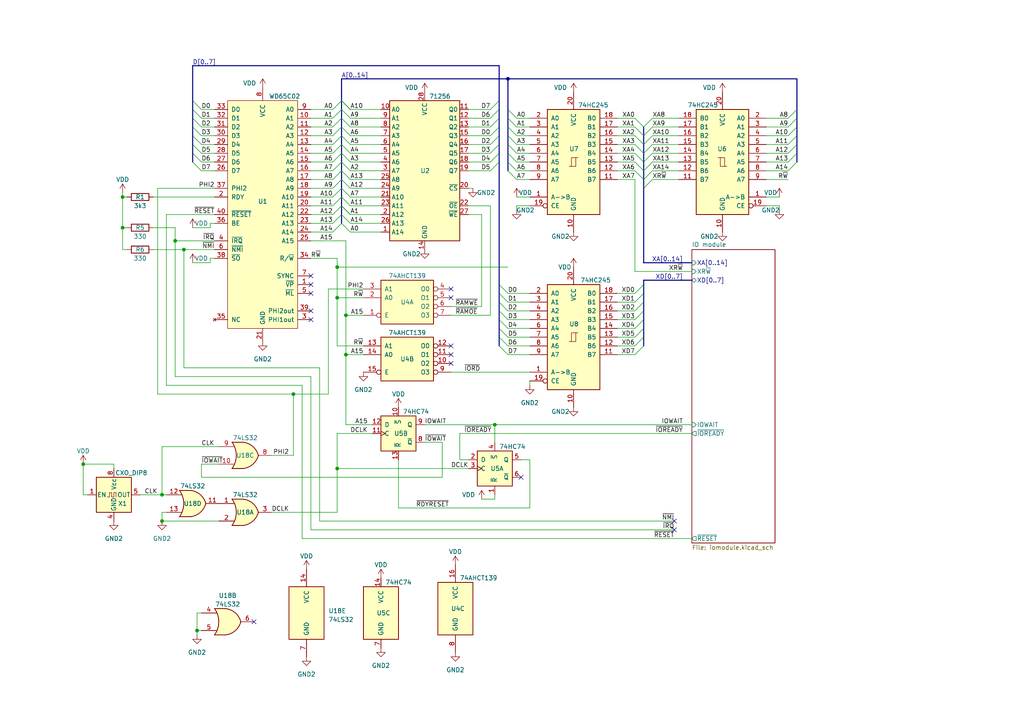
<source format=kicad_sch>
(kicad_sch (version 20230121) (generator eeschema)

  (uuid 4a496890-9359-45f2-829d-173320e6774b)

  (paper "A4")

  (lib_symbols
    (symbol "74xx:74HC245" (pin_names (offset 1.016)) (in_bom yes) (on_board yes)
      (property "Reference" "U" (at -7.62 16.51 0)
        (effects (font (size 1.27 1.27)))
      )
      (property "Value" "74HC245" (at -7.62 -16.51 0)
        (effects (font (size 1.27 1.27)))
      )
      (property "Footprint" "" (at 0 0 0)
        (effects (font (size 1.27 1.27)) hide)
      )
      (property "Datasheet" "http://www.ti.com/lit/gpn/sn74HC245" (at 0 0 0)
        (effects (font (size 1.27 1.27)) hide)
      )
      (property "ki_locked" "" (at 0 0 0)
        (effects (font (size 1.27 1.27)))
      )
      (property "ki_keywords" "HCMOS BUS 3State" (at 0 0 0)
        (effects (font (size 1.27 1.27)) hide)
      )
      (property "ki_description" "Octal BUS Transceivers, 3-State outputs" (at 0 0 0)
        (effects (font (size 1.27 1.27)) hide)
      )
      (property "ki_fp_filters" "DIP?20*" (at 0 0 0)
        (effects (font (size 1.27 1.27)) hide)
      )
      (symbol "74HC245_1_0"
        (polyline
          (pts
            (xy -0.635 -1.27)
            (xy -0.635 1.27)
            (xy 0.635 1.27)
          )
          (stroke (width 0) (type default))
          (fill (type none))
        )
        (polyline
          (pts
            (xy -1.27 -1.27)
            (xy 0.635 -1.27)
            (xy 0.635 1.27)
            (xy 1.27 1.27)
          )
          (stroke (width 0) (type default))
          (fill (type none))
        )
        (pin input line (at -12.7 -10.16 0) (length 5.08)
          (name "A->B" (effects (font (size 1.27 1.27))))
          (number "1" (effects (font (size 1.27 1.27))))
        )
        (pin power_in line (at 0 -20.32 90) (length 5.08)
          (name "GND" (effects (font (size 1.27 1.27))))
          (number "10" (effects (font (size 1.27 1.27))))
        )
        (pin tri_state line (at 12.7 -5.08 180) (length 5.08)
          (name "B7" (effects (font (size 1.27 1.27))))
          (number "11" (effects (font (size 1.27 1.27))))
        )
        (pin tri_state line (at 12.7 -2.54 180) (length 5.08)
          (name "B6" (effects (font (size 1.27 1.27))))
          (number "12" (effects (font (size 1.27 1.27))))
        )
        (pin tri_state line (at 12.7 0 180) (length 5.08)
          (name "B5" (effects (font (size 1.27 1.27))))
          (number "13" (effects (font (size 1.27 1.27))))
        )
        (pin tri_state line (at 12.7 2.54 180) (length 5.08)
          (name "B4" (effects (font (size 1.27 1.27))))
          (number "14" (effects (font (size 1.27 1.27))))
        )
        (pin tri_state line (at 12.7 5.08 180) (length 5.08)
          (name "B3" (effects (font (size 1.27 1.27))))
          (number "15" (effects (font (size 1.27 1.27))))
        )
        (pin tri_state line (at 12.7 7.62 180) (length 5.08)
          (name "B2" (effects (font (size 1.27 1.27))))
          (number "16" (effects (font (size 1.27 1.27))))
        )
        (pin tri_state line (at 12.7 10.16 180) (length 5.08)
          (name "B1" (effects (font (size 1.27 1.27))))
          (number "17" (effects (font (size 1.27 1.27))))
        )
        (pin tri_state line (at 12.7 12.7 180) (length 5.08)
          (name "B0" (effects (font (size 1.27 1.27))))
          (number "18" (effects (font (size 1.27 1.27))))
        )
        (pin input inverted (at -12.7 -12.7 0) (length 5.08)
          (name "CE" (effects (font (size 1.27 1.27))))
          (number "19" (effects (font (size 1.27 1.27))))
        )
        (pin tri_state line (at -12.7 12.7 0) (length 5.08)
          (name "A0" (effects (font (size 1.27 1.27))))
          (number "2" (effects (font (size 1.27 1.27))))
        )
        (pin power_in line (at 0 20.32 270) (length 5.08)
          (name "VCC" (effects (font (size 1.27 1.27))))
          (number "20" (effects (font (size 1.27 1.27))))
        )
        (pin tri_state line (at -12.7 10.16 0) (length 5.08)
          (name "A1" (effects (font (size 1.27 1.27))))
          (number "3" (effects (font (size 1.27 1.27))))
        )
        (pin tri_state line (at -12.7 7.62 0) (length 5.08)
          (name "A2" (effects (font (size 1.27 1.27))))
          (number "4" (effects (font (size 1.27 1.27))))
        )
        (pin tri_state line (at -12.7 5.08 0) (length 5.08)
          (name "A3" (effects (font (size 1.27 1.27))))
          (number "5" (effects (font (size 1.27 1.27))))
        )
        (pin tri_state line (at -12.7 2.54 0) (length 5.08)
          (name "A4" (effects (font (size 1.27 1.27))))
          (number "6" (effects (font (size 1.27 1.27))))
        )
        (pin tri_state line (at -12.7 0 0) (length 5.08)
          (name "A5" (effects (font (size 1.27 1.27))))
          (number "7" (effects (font (size 1.27 1.27))))
        )
        (pin tri_state line (at -12.7 -2.54 0) (length 5.08)
          (name "A6" (effects (font (size 1.27 1.27))))
          (number "8" (effects (font (size 1.27 1.27))))
        )
        (pin tri_state line (at -12.7 -5.08 0) (length 5.08)
          (name "A7" (effects (font (size 1.27 1.27))))
          (number "9" (effects (font (size 1.27 1.27))))
        )
      )
      (symbol "74HC245_1_1"
        (rectangle (start -7.62 15.24) (end 7.62 -15.24)
          (stroke (width 0.254) (type default))
          (fill (type background))
        )
      )
    )
    (symbol "74xx:74HC74" (pin_names (offset 1.016)) (in_bom yes) (on_board yes)
      (property "Reference" "U" (at -7.62 8.89 0)
        (effects (font (size 1.27 1.27)))
      )
      (property "Value" "74HC74" (at -7.62 -8.89 0)
        (effects (font (size 1.27 1.27)))
      )
      (property "Footprint" "" (at 0 0 0)
        (effects (font (size 1.27 1.27)) hide)
      )
      (property "Datasheet" "74xx/74hc_hct74.pdf" (at 0 0 0)
        (effects (font (size 1.27 1.27)) hide)
      )
      (property "ki_locked" "" (at 0 0 0)
        (effects (font (size 1.27 1.27)))
      )
      (property "ki_keywords" "TTL DFF" (at 0 0 0)
        (effects (font (size 1.27 1.27)) hide)
      )
      (property "ki_description" "Dual D Flip-flop, Set & Reset" (at 0 0 0)
        (effects (font (size 1.27 1.27)) hide)
      )
      (property "ki_fp_filters" "DIP*W7.62mm*" (at 0 0 0)
        (effects (font (size 1.27 1.27)) hide)
      )
      (symbol "74HC74_1_0"
        (pin input line (at 0 -7.62 90) (length 2.54)
          (name "~{R}" (effects (font (size 1.27 1.27))))
          (number "1" (effects (font (size 1.27 1.27))))
        )
        (pin input line (at -7.62 2.54 0) (length 2.54)
          (name "D" (effects (font (size 1.27 1.27))))
          (number "2" (effects (font (size 1.27 1.27))))
        )
        (pin input clock (at -7.62 0 0) (length 2.54)
          (name "C" (effects (font (size 1.27 1.27))))
          (number "3" (effects (font (size 1.27 1.27))))
        )
        (pin input line (at 0 7.62 270) (length 2.54)
          (name "~{S}" (effects (font (size 1.27 1.27))))
          (number "4" (effects (font (size 1.27 1.27))))
        )
        (pin output line (at 7.62 2.54 180) (length 2.54)
          (name "Q" (effects (font (size 1.27 1.27))))
          (number "5" (effects (font (size 1.27 1.27))))
        )
        (pin output line (at 7.62 -2.54 180) (length 2.54)
          (name "~{Q}" (effects (font (size 1.27 1.27))))
          (number "6" (effects (font (size 1.27 1.27))))
        )
      )
      (symbol "74HC74_1_1"
        (rectangle (start -5.08 5.08) (end 5.08 -5.08)
          (stroke (width 0.254) (type default))
          (fill (type background))
        )
      )
      (symbol "74HC74_2_0"
        (pin input line (at 0 7.62 270) (length 2.54)
          (name "~{S}" (effects (font (size 1.27 1.27))))
          (number "10" (effects (font (size 1.27 1.27))))
        )
        (pin input clock (at -7.62 0 0) (length 2.54)
          (name "C" (effects (font (size 1.27 1.27))))
          (number "11" (effects (font (size 1.27 1.27))))
        )
        (pin input line (at -7.62 2.54 0) (length 2.54)
          (name "D" (effects (font (size 1.27 1.27))))
          (number "12" (effects (font (size 1.27 1.27))))
        )
        (pin input line (at 0 -7.62 90) (length 2.54)
          (name "~{R}" (effects (font (size 1.27 1.27))))
          (number "13" (effects (font (size 1.27 1.27))))
        )
        (pin output line (at 7.62 -2.54 180) (length 2.54)
          (name "~{Q}" (effects (font (size 1.27 1.27))))
          (number "8" (effects (font (size 1.27 1.27))))
        )
        (pin output line (at 7.62 2.54 180) (length 2.54)
          (name "Q" (effects (font (size 1.27 1.27))))
          (number "9" (effects (font (size 1.27 1.27))))
        )
      )
      (symbol "74HC74_2_1"
        (rectangle (start -5.08 5.08) (end 5.08 -5.08)
          (stroke (width 0.254) (type default))
          (fill (type background))
        )
      )
      (symbol "74HC74_3_0"
        (pin power_in line (at 0 10.16 270) (length 2.54)
          (name "VCC" (effects (font (size 1.27 1.27))))
          (number "14" (effects (font (size 1.27 1.27))))
        )
        (pin power_in line (at 0 -10.16 90) (length 2.54)
          (name "GND" (effects (font (size 1.27 1.27))))
          (number "7" (effects (font (size 1.27 1.27))))
        )
      )
      (symbol "74HC74_3_1"
        (rectangle (start -5.08 7.62) (end 5.08 -7.62)
          (stroke (width 0.254) (type default))
          (fill (type background))
        )
      )
    )
    (symbol "74xx:74LS139" (pin_names (offset 1.016)) (in_bom yes) (on_board yes)
      (property "Reference" "U" (at -7.62 8.89 0)
        (effects (font (size 1.27 1.27)))
      )
      (property "Value" "74LS139" (at -7.62 -8.89 0)
        (effects (font (size 1.27 1.27)))
      )
      (property "Footprint" "" (at 0 0 0)
        (effects (font (size 1.27 1.27)) hide)
      )
      (property "Datasheet" "http://www.ti.com/lit/ds/symlink/sn74ls139a.pdf" (at 0 0 0)
        (effects (font (size 1.27 1.27)) hide)
      )
      (property "ki_locked" "" (at 0 0 0)
        (effects (font (size 1.27 1.27)))
      )
      (property "ki_keywords" "TTL DECOD4" (at 0 0 0)
        (effects (font (size 1.27 1.27)) hide)
      )
      (property "ki_description" "Dual Decoder 1 of 4, Active low outputs" (at 0 0 0)
        (effects (font (size 1.27 1.27)) hide)
      )
      (property "ki_fp_filters" "DIP?16*" (at 0 0 0)
        (effects (font (size 1.27 1.27)) hide)
      )
      (symbol "74LS139_1_0"
        (pin input inverted (at -12.7 -5.08 0) (length 5.08)
          (name "E" (effects (font (size 1.27 1.27))))
          (number "1" (effects (font (size 1.27 1.27))))
        )
        (pin input line (at -12.7 0 0) (length 5.08)
          (name "A0" (effects (font (size 1.27 1.27))))
          (number "2" (effects (font (size 1.27 1.27))))
        )
        (pin input line (at -12.7 2.54 0) (length 5.08)
          (name "A1" (effects (font (size 1.27 1.27))))
          (number "3" (effects (font (size 1.27 1.27))))
        )
        (pin output inverted (at 12.7 2.54 180) (length 5.08)
          (name "O0" (effects (font (size 1.27 1.27))))
          (number "4" (effects (font (size 1.27 1.27))))
        )
        (pin output inverted (at 12.7 0 180) (length 5.08)
          (name "O1" (effects (font (size 1.27 1.27))))
          (number "5" (effects (font (size 1.27 1.27))))
        )
        (pin output inverted (at 12.7 -2.54 180) (length 5.08)
          (name "O2" (effects (font (size 1.27 1.27))))
          (number "6" (effects (font (size 1.27 1.27))))
        )
        (pin output inverted (at 12.7 -5.08 180) (length 5.08)
          (name "O3" (effects (font (size 1.27 1.27))))
          (number "7" (effects (font (size 1.27 1.27))))
        )
      )
      (symbol "74LS139_1_1"
        (rectangle (start -7.62 5.08) (end 7.62 -7.62)
          (stroke (width 0.254) (type default))
          (fill (type background))
        )
      )
      (symbol "74LS139_2_0"
        (pin output inverted (at 12.7 -2.54 180) (length 5.08)
          (name "O2" (effects (font (size 1.27 1.27))))
          (number "10" (effects (font (size 1.27 1.27))))
        )
        (pin output inverted (at 12.7 0 180) (length 5.08)
          (name "O1" (effects (font (size 1.27 1.27))))
          (number "11" (effects (font (size 1.27 1.27))))
        )
        (pin output inverted (at 12.7 2.54 180) (length 5.08)
          (name "O0" (effects (font (size 1.27 1.27))))
          (number "12" (effects (font (size 1.27 1.27))))
        )
        (pin input line (at -12.7 2.54 0) (length 5.08)
          (name "A1" (effects (font (size 1.27 1.27))))
          (number "13" (effects (font (size 1.27 1.27))))
        )
        (pin input line (at -12.7 0 0) (length 5.08)
          (name "A0" (effects (font (size 1.27 1.27))))
          (number "14" (effects (font (size 1.27 1.27))))
        )
        (pin input inverted (at -12.7 -5.08 0) (length 5.08)
          (name "E" (effects (font (size 1.27 1.27))))
          (number "15" (effects (font (size 1.27 1.27))))
        )
        (pin output inverted (at 12.7 -5.08 180) (length 5.08)
          (name "O3" (effects (font (size 1.27 1.27))))
          (number "9" (effects (font (size 1.27 1.27))))
        )
      )
      (symbol "74LS139_2_1"
        (rectangle (start -7.62 5.08) (end 7.62 -7.62)
          (stroke (width 0.254) (type default))
          (fill (type background))
        )
      )
      (symbol "74LS139_3_0"
        (pin power_in line (at 0 12.7 270) (length 5.08)
          (name "VCC" (effects (font (size 1.27 1.27))))
          (number "16" (effects (font (size 1.27 1.27))))
        )
        (pin power_in line (at 0 -12.7 90) (length 5.08)
          (name "GND" (effects (font (size 1.27 1.27))))
          (number "8" (effects (font (size 1.27 1.27))))
        )
      )
      (symbol "74LS139_3_1"
        (rectangle (start -5.08 7.62) (end 5.08 -7.62)
          (stroke (width 0.254) (type default))
          (fill (type background))
        )
      )
    )
    (symbol "74xx:74LS32" (pin_names (offset 1.016)) (in_bom yes) (on_board yes)
      (property "Reference" "U" (at 0 1.27 0)
        (effects (font (size 1.27 1.27)))
      )
      (property "Value" "74LS32" (at 0 -1.27 0)
        (effects (font (size 1.27 1.27)))
      )
      (property "Footprint" "" (at 0 0 0)
        (effects (font (size 1.27 1.27)) hide)
      )
      (property "Datasheet" "http://www.ti.com/lit/gpn/sn74LS32" (at 0 0 0)
        (effects (font (size 1.27 1.27)) hide)
      )
      (property "ki_locked" "" (at 0 0 0)
        (effects (font (size 1.27 1.27)))
      )
      (property "ki_keywords" "TTL Or2" (at 0 0 0)
        (effects (font (size 1.27 1.27)) hide)
      )
      (property "ki_description" "Quad 2-input OR" (at 0 0 0)
        (effects (font (size 1.27 1.27)) hide)
      )
      (property "ki_fp_filters" "DIP?14*" (at 0 0 0)
        (effects (font (size 1.27 1.27)) hide)
      )
      (symbol "74LS32_1_1"
        (arc (start -3.81 -3.81) (mid -2.589 0) (end -3.81 3.81)
          (stroke (width 0.254) (type default))
          (fill (type none))
        )
        (arc (start -0.6096 -3.81) (mid 2.1842 -2.5851) (end 3.81 0)
          (stroke (width 0.254) (type default))
          (fill (type background))
        )
        (polyline
          (pts
            (xy -3.81 -3.81)
            (xy -0.635 -3.81)
          )
          (stroke (width 0.254) (type default))
          (fill (type background))
        )
        (polyline
          (pts
            (xy -3.81 3.81)
            (xy -0.635 3.81)
          )
          (stroke (width 0.254) (type default))
          (fill (type background))
        )
        (polyline
          (pts
            (xy -0.635 3.81)
            (xy -3.81 3.81)
            (xy -3.81 3.81)
            (xy -3.556 3.4036)
            (xy -3.0226 2.2606)
            (xy -2.6924 1.0414)
            (xy -2.6162 -0.254)
            (xy -2.7686 -1.4986)
            (xy -3.175 -2.7178)
            (xy -3.81 -3.81)
            (xy -3.81 -3.81)
            (xy -0.635 -3.81)
          )
          (stroke (width -25.4) (type default))
          (fill (type background))
        )
        (arc (start 3.81 0) (mid 2.1915 2.5936) (end -0.6096 3.81)
          (stroke (width 0.254) (type default))
          (fill (type background))
        )
        (pin input line (at -7.62 2.54 0) (length 4.318)
          (name "~" (effects (font (size 1.27 1.27))))
          (number "1" (effects (font (size 1.27 1.27))))
        )
        (pin input line (at -7.62 -2.54 0) (length 4.318)
          (name "~" (effects (font (size 1.27 1.27))))
          (number "2" (effects (font (size 1.27 1.27))))
        )
        (pin output line (at 7.62 0 180) (length 3.81)
          (name "~" (effects (font (size 1.27 1.27))))
          (number "3" (effects (font (size 1.27 1.27))))
        )
      )
      (symbol "74LS32_1_2"
        (arc (start 0 -3.81) (mid 3.7934 0) (end 0 3.81)
          (stroke (width 0.254) (type default))
          (fill (type background))
        )
        (polyline
          (pts
            (xy 0 3.81)
            (xy -3.81 3.81)
            (xy -3.81 -3.81)
            (xy 0 -3.81)
          )
          (stroke (width 0.254) (type default))
          (fill (type background))
        )
        (pin input inverted (at -7.62 2.54 0) (length 3.81)
          (name "~" (effects (font (size 1.27 1.27))))
          (number "1" (effects (font (size 1.27 1.27))))
        )
        (pin input inverted (at -7.62 -2.54 0) (length 3.81)
          (name "~" (effects (font (size 1.27 1.27))))
          (number "2" (effects (font (size 1.27 1.27))))
        )
        (pin output inverted (at 7.62 0 180) (length 3.81)
          (name "~" (effects (font (size 1.27 1.27))))
          (number "3" (effects (font (size 1.27 1.27))))
        )
      )
      (symbol "74LS32_2_1"
        (arc (start -3.81 -3.81) (mid -2.589 0) (end -3.81 3.81)
          (stroke (width 0.254) (type default))
          (fill (type none))
        )
        (arc (start -0.6096 -3.81) (mid 2.1842 -2.5851) (end 3.81 0)
          (stroke (width 0.254) (type default))
          (fill (type background))
        )
        (polyline
          (pts
            (xy -3.81 -3.81)
            (xy -0.635 -3.81)
          )
          (stroke (width 0.254) (type default))
          (fill (type background))
        )
        (polyline
          (pts
            (xy -3.81 3.81)
            (xy -0.635 3.81)
          )
          (stroke (width 0.254) (type default))
          (fill (type background))
        )
        (polyline
          (pts
            (xy -0.635 3.81)
            (xy -3.81 3.81)
            (xy -3.81 3.81)
            (xy -3.556 3.4036)
            (xy -3.0226 2.2606)
            (xy -2.6924 1.0414)
            (xy -2.6162 -0.254)
            (xy -2.7686 -1.4986)
            (xy -3.175 -2.7178)
            (xy -3.81 -3.81)
            (xy -3.81 -3.81)
            (xy -0.635 -3.81)
          )
          (stroke (width -25.4) (type default))
          (fill (type background))
        )
        (arc (start 3.81 0) (mid 2.1915 2.5936) (end -0.6096 3.81)
          (stroke (width 0.254) (type default))
          (fill (type background))
        )
        (pin input line (at -7.62 2.54 0) (length 4.318)
          (name "~" (effects (font (size 1.27 1.27))))
          (number "4" (effects (font (size 1.27 1.27))))
        )
        (pin input line (at -7.62 -2.54 0) (length 4.318)
          (name "~" (effects (font (size 1.27 1.27))))
          (number "5" (effects (font (size 1.27 1.27))))
        )
        (pin output line (at 7.62 0 180) (length 3.81)
          (name "~" (effects (font (size 1.27 1.27))))
          (number "6" (effects (font (size 1.27 1.27))))
        )
      )
      (symbol "74LS32_2_2"
        (arc (start 0 -3.81) (mid 3.7934 0) (end 0 3.81)
          (stroke (width 0.254) (type default))
          (fill (type background))
        )
        (polyline
          (pts
            (xy 0 3.81)
            (xy -3.81 3.81)
            (xy -3.81 -3.81)
            (xy 0 -3.81)
          )
          (stroke (width 0.254) (type default))
          (fill (type background))
        )
        (pin input inverted (at -7.62 2.54 0) (length 3.81)
          (name "~" (effects (font (size 1.27 1.27))))
          (number "4" (effects (font (size 1.27 1.27))))
        )
        (pin input inverted (at -7.62 -2.54 0) (length 3.81)
          (name "~" (effects (font (size 1.27 1.27))))
          (number "5" (effects (font (size 1.27 1.27))))
        )
        (pin output inverted (at 7.62 0 180) (length 3.81)
          (name "~" (effects (font (size 1.27 1.27))))
          (number "6" (effects (font (size 1.27 1.27))))
        )
      )
      (symbol "74LS32_3_1"
        (arc (start -3.81 -3.81) (mid -2.589 0) (end -3.81 3.81)
          (stroke (width 0.254) (type default))
          (fill (type none))
        )
        (arc (start -0.6096 -3.81) (mid 2.1842 -2.5851) (end 3.81 0)
          (stroke (width 0.254) (type default))
          (fill (type background))
        )
        (polyline
          (pts
            (xy -3.81 -3.81)
            (xy -0.635 -3.81)
          )
          (stroke (width 0.254) (type default))
          (fill (type background))
        )
        (polyline
          (pts
            (xy -3.81 3.81)
            (xy -0.635 3.81)
          )
          (stroke (width 0.254) (type default))
          (fill (type background))
        )
        (polyline
          (pts
            (xy -0.635 3.81)
            (xy -3.81 3.81)
            (xy -3.81 3.81)
            (xy -3.556 3.4036)
            (xy -3.0226 2.2606)
            (xy -2.6924 1.0414)
            (xy -2.6162 -0.254)
            (xy -2.7686 -1.4986)
            (xy -3.175 -2.7178)
            (xy -3.81 -3.81)
            (xy -3.81 -3.81)
            (xy -0.635 -3.81)
          )
          (stroke (width -25.4) (type default))
          (fill (type background))
        )
        (arc (start 3.81 0) (mid 2.1915 2.5936) (end -0.6096 3.81)
          (stroke (width 0.254) (type default))
          (fill (type background))
        )
        (pin input line (at -7.62 -2.54 0) (length 4.318)
          (name "~" (effects (font (size 1.27 1.27))))
          (number "10" (effects (font (size 1.27 1.27))))
        )
        (pin output line (at 7.62 0 180) (length 3.81)
          (name "~" (effects (font (size 1.27 1.27))))
          (number "8" (effects (font (size 1.27 1.27))))
        )
        (pin input line (at -7.62 2.54 0) (length 4.318)
          (name "~" (effects (font (size 1.27 1.27))))
          (number "9" (effects (font (size 1.27 1.27))))
        )
      )
      (symbol "74LS32_3_2"
        (arc (start 0 -3.81) (mid 3.7934 0) (end 0 3.81)
          (stroke (width 0.254) (type default))
          (fill (type background))
        )
        (polyline
          (pts
            (xy 0 3.81)
            (xy -3.81 3.81)
            (xy -3.81 -3.81)
            (xy 0 -3.81)
          )
          (stroke (width 0.254) (type default))
          (fill (type background))
        )
        (pin input inverted (at -7.62 -2.54 0) (length 3.81)
          (name "~" (effects (font (size 1.27 1.27))))
          (number "10" (effects (font (size 1.27 1.27))))
        )
        (pin output inverted (at 7.62 0 180) (length 3.81)
          (name "~" (effects (font (size 1.27 1.27))))
          (number "8" (effects (font (size 1.27 1.27))))
        )
        (pin input inverted (at -7.62 2.54 0) (length 3.81)
          (name "~" (effects (font (size 1.27 1.27))))
          (number "9" (effects (font (size 1.27 1.27))))
        )
      )
      (symbol "74LS32_4_1"
        (arc (start -3.81 -3.81) (mid -2.589 0) (end -3.81 3.81)
          (stroke (width 0.254) (type default))
          (fill (type none))
        )
        (arc (start -0.6096 -3.81) (mid 2.1842 -2.5851) (end 3.81 0)
          (stroke (width 0.254) (type default))
          (fill (type background))
        )
        (polyline
          (pts
            (xy -3.81 -3.81)
            (xy -0.635 -3.81)
          )
          (stroke (width 0.254) (type default))
          (fill (type background))
        )
        (polyline
          (pts
            (xy -3.81 3.81)
            (xy -0.635 3.81)
          )
          (stroke (width 0.254) (type default))
          (fill (type background))
        )
        (polyline
          (pts
            (xy -0.635 3.81)
            (xy -3.81 3.81)
            (xy -3.81 3.81)
            (xy -3.556 3.4036)
            (xy -3.0226 2.2606)
            (xy -2.6924 1.0414)
            (xy -2.6162 -0.254)
            (xy -2.7686 -1.4986)
            (xy -3.175 -2.7178)
            (xy -3.81 -3.81)
            (xy -3.81 -3.81)
            (xy -0.635 -3.81)
          )
          (stroke (width -25.4) (type default))
          (fill (type background))
        )
        (arc (start 3.81 0) (mid 2.1915 2.5936) (end -0.6096 3.81)
          (stroke (width 0.254) (type default))
          (fill (type background))
        )
        (pin output line (at 7.62 0 180) (length 3.81)
          (name "~" (effects (font (size 1.27 1.27))))
          (number "11" (effects (font (size 1.27 1.27))))
        )
        (pin input line (at -7.62 2.54 0) (length 4.318)
          (name "~" (effects (font (size 1.27 1.27))))
          (number "12" (effects (font (size 1.27 1.27))))
        )
        (pin input line (at -7.62 -2.54 0) (length 4.318)
          (name "~" (effects (font (size 1.27 1.27))))
          (number "13" (effects (font (size 1.27 1.27))))
        )
      )
      (symbol "74LS32_4_2"
        (arc (start 0 -3.81) (mid 3.7934 0) (end 0 3.81)
          (stroke (width 0.254) (type default))
          (fill (type background))
        )
        (polyline
          (pts
            (xy 0 3.81)
            (xy -3.81 3.81)
            (xy -3.81 -3.81)
            (xy 0 -3.81)
          )
          (stroke (width 0.254) (type default))
          (fill (type background))
        )
        (pin output inverted (at 7.62 0 180) (length 3.81)
          (name "~" (effects (font (size 1.27 1.27))))
          (number "11" (effects (font (size 1.27 1.27))))
        )
        (pin input inverted (at -7.62 2.54 0) (length 3.81)
          (name "~" (effects (font (size 1.27 1.27))))
          (number "12" (effects (font (size 1.27 1.27))))
        )
        (pin input inverted (at -7.62 -2.54 0) (length 3.81)
          (name "~" (effects (font (size 1.27 1.27))))
          (number "13" (effects (font (size 1.27 1.27))))
        )
      )
      (symbol "74LS32_5_0"
        (pin power_in line (at 0 12.7 270) (length 5.08)
          (name "VCC" (effects (font (size 1.27 1.27))))
          (number "14" (effects (font (size 1.27 1.27))))
        )
        (pin power_in line (at 0 -12.7 90) (length 5.08)
          (name "GND" (effects (font (size 1.27 1.27))))
          (number "7" (effects (font (size 1.27 1.27))))
        )
      )
      (symbol "74LS32_5_1"
        (rectangle (start -5.08 7.62) (end 5.08 -7.62)
          (stroke (width 0.254) (type default))
          (fill (type background))
        )
      )
    )
    (symbol "Device:R" (pin_numbers hide) (pin_names (offset 0)) (in_bom yes) (on_board yes)
      (property "Reference" "R" (at 2.032 0 90)
        (effects (font (size 1.27 1.27)))
      )
      (property "Value" "R" (at 0 0 90)
        (effects (font (size 1.27 1.27)))
      )
      (property "Footprint" "" (at -1.778 0 90)
        (effects (font (size 1.27 1.27)) hide)
      )
      (property "Datasheet" "~" (at 0 0 0)
        (effects (font (size 1.27 1.27)) hide)
      )
      (property "ki_keywords" "R res resistor" (at 0 0 0)
        (effects (font (size 1.27 1.27)) hide)
      )
      (property "ki_description" "Resistor" (at 0 0 0)
        (effects (font (size 1.27 1.27)) hide)
      )
      (property "ki_fp_filters" "R_*" (at 0 0 0)
        (effects (font (size 1.27 1.27)) hide)
      )
      (symbol "R_0_1"
        (rectangle (start -1.016 -2.54) (end 1.016 2.54)
          (stroke (width 0.254) (type default))
          (fill (type none))
        )
      )
      (symbol "R_1_1"
        (pin passive line (at 0 3.81 270) (length 1.27)
          (name "~" (effects (font (size 1.27 1.27))))
          (number "1" (effects (font (size 1.27 1.27))))
        )
        (pin passive line (at 0 -3.81 90) (length 1.27)
          (name "~" (effects (font (size 1.27 1.27))))
          (number "2" (effects (font (size 1.27 1.27))))
        )
      )
    )
    (symbol "Memory_RAM:KM62256CLP" (in_bom yes) (on_board yes)
      (property "Reference" "U" (at -10.16 20.955 0)
        (effects (font (size 1.27 1.27)) (justify left bottom))
      )
      (property "Value" "KM62256CLP" (at 2.54 20.955 0)
        (effects (font (size 1.27 1.27)) (justify left bottom))
      )
      (property "Footprint" "Package_DIP:DIP-28_W15.24mm" (at 0 -2.54 0)
        (effects (font (size 1.27 1.27)) hide)
      )
      (property "Datasheet" "https://www.futurlec.com/Datasheet/Memory/62256.pdf" (at 0 -2.54 0)
        (effects (font (size 1.27 1.27)) hide)
      )
      (property "ki_keywords" "RAM SRAM CMOS MEMORY" (at 0 0 0)
        (effects (font (size 1.27 1.27)) hide)
      )
      (property "ki_description" "32Kx8 bit Low Power CMOS Static RAM, 55/70ns, DIP-28" (at 0 0 0)
        (effects (font (size 1.27 1.27)) hide)
      )
      (property "ki_fp_filters" "DIP*W15.24mm*" (at 0 0 0)
        (effects (font (size 1.27 1.27)) hide)
      )
      (symbol "KM62256CLP_0_0"
        (pin power_in line (at 0 -22.86 90) (length 2.54)
          (name "GND" (effects (font (size 1.27 1.27))))
          (number "14" (effects (font (size 1.27 1.27))))
        )
        (pin power_in line (at 0 22.86 270) (length 2.54)
          (name "VCC" (effects (font (size 1.27 1.27))))
          (number "28" (effects (font (size 1.27 1.27))))
        )
      )
      (symbol "KM62256CLP_0_1"
        (rectangle (start -10.16 20.32) (end 10.16 -20.32)
          (stroke (width 0.254) (type default))
          (fill (type background))
        )
      )
      (symbol "KM62256CLP_1_1"
        (pin input line (at -12.7 -17.78 0) (length 2.54)
          (name "A14" (effects (font (size 1.27 1.27))))
          (number "1" (effects (font (size 1.27 1.27))))
        )
        (pin input line (at -12.7 17.78 0) (length 2.54)
          (name "A0" (effects (font (size 1.27 1.27))))
          (number "10" (effects (font (size 1.27 1.27))))
        )
        (pin tri_state line (at 12.7 17.78 180) (length 2.54)
          (name "Q0" (effects (font (size 1.27 1.27))))
          (number "11" (effects (font (size 1.27 1.27))))
        )
        (pin tri_state line (at 12.7 15.24 180) (length 2.54)
          (name "Q1" (effects (font (size 1.27 1.27))))
          (number "12" (effects (font (size 1.27 1.27))))
        )
        (pin tri_state line (at 12.7 12.7 180) (length 2.54)
          (name "Q2" (effects (font (size 1.27 1.27))))
          (number "13" (effects (font (size 1.27 1.27))))
        )
        (pin tri_state line (at 12.7 10.16 180) (length 2.54)
          (name "Q3" (effects (font (size 1.27 1.27))))
          (number "15" (effects (font (size 1.27 1.27))))
        )
        (pin tri_state line (at 12.7 7.62 180) (length 2.54)
          (name "Q4" (effects (font (size 1.27 1.27))))
          (number "16" (effects (font (size 1.27 1.27))))
        )
        (pin tri_state line (at 12.7 5.08 180) (length 2.54)
          (name "Q5" (effects (font (size 1.27 1.27))))
          (number "17" (effects (font (size 1.27 1.27))))
        )
        (pin tri_state line (at 12.7 2.54 180) (length 2.54)
          (name "Q6" (effects (font (size 1.27 1.27))))
          (number "18" (effects (font (size 1.27 1.27))))
        )
        (pin tri_state line (at 12.7 0 180) (length 2.54)
          (name "Q7" (effects (font (size 1.27 1.27))))
          (number "19" (effects (font (size 1.27 1.27))))
        )
        (pin input line (at -12.7 -12.7 0) (length 2.54)
          (name "A12" (effects (font (size 1.27 1.27))))
          (number "2" (effects (font (size 1.27 1.27))))
        )
        (pin input line (at 12.7 -5.08 180) (length 2.54)
          (name "~{CS}" (effects (font (size 1.27 1.27))))
          (number "20" (effects (font (size 1.27 1.27))))
        )
        (pin input line (at -12.7 -7.62 0) (length 2.54)
          (name "A10" (effects (font (size 1.27 1.27))))
          (number "21" (effects (font (size 1.27 1.27))))
        )
        (pin input line (at 12.7 -10.16 180) (length 2.54)
          (name "~{OE}" (effects (font (size 1.27 1.27))))
          (number "22" (effects (font (size 1.27 1.27))))
        )
        (pin input line (at -12.7 -10.16 0) (length 2.54)
          (name "A11" (effects (font (size 1.27 1.27))))
          (number "23" (effects (font (size 1.27 1.27))))
        )
        (pin input line (at -12.7 -5.08 0) (length 2.54)
          (name "A9" (effects (font (size 1.27 1.27))))
          (number "24" (effects (font (size 1.27 1.27))))
        )
        (pin input line (at -12.7 -2.54 0) (length 2.54)
          (name "A8" (effects (font (size 1.27 1.27))))
          (number "25" (effects (font (size 1.27 1.27))))
        )
        (pin input line (at -12.7 -15.24 0) (length 2.54)
          (name "A13" (effects (font (size 1.27 1.27))))
          (number "26" (effects (font (size 1.27 1.27))))
        )
        (pin input line (at 12.7 -12.7 180) (length 2.54)
          (name "~{WE}" (effects (font (size 1.27 1.27))))
          (number "27" (effects (font (size 1.27 1.27))))
        )
        (pin input line (at -12.7 0 0) (length 2.54)
          (name "A7" (effects (font (size 1.27 1.27))))
          (number "3" (effects (font (size 1.27 1.27))))
        )
        (pin input line (at -12.7 2.54 0) (length 2.54)
          (name "A6" (effects (font (size 1.27 1.27))))
          (number "4" (effects (font (size 1.27 1.27))))
        )
        (pin input line (at -12.7 5.08 0) (length 2.54)
          (name "A5" (effects (font (size 1.27 1.27))))
          (number "5" (effects (font (size 1.27 1.27))))
        )
        (pin input line (at -12.7 7.62 0) (length 2.54)
          (name "A4" (effects (font (size 1.27 1.27))))
          (number "6" (effects (font (size 1.27 1.27))))
        )
        (pin input line (at -12.7 10.16 0) (length 2.54)
          (name "A3" (effects (font (size 1.27 1.27))))
          (number "7" (effects (font (size 1.27 1.27))))
        )
        (pin input line (at -12.7 12.7 0) (length 2.54)
          (name "A2" (effects (font (size 1.27 1.27))))
          (number "8" (effects (font (size 1.27 1.27))))
        )
        (pin input line (at -12.7 15.24 0) (length 2.54)
          (name "A1" (effects (font (size 1.27 1.27))))
          (number "9" (effects (font (size 1.27 1.27))))
        )
      )
    )
    (symbol "Oscillator:CXO_DIP8" (pin_names (offset 0.254)) (in_bom yes) (on_board yes)
      (property "Reference" "X" (at -5.08 6.35 0)
        (effects (font (size 1.27 1.27)) (justify left))
      )
      (property "Value" "CXO_DIP8" (at 1.27 -6.35 0)
        (effects (font (size 1.27 1.27)) (justify left))
      )
      (property "Footprint" "Oscillator:Oscillator_DIP-8" (at 11.43 -8.89 0)
        (effects (font (size 1.27 1.27)) hide)
      )
      (property "Datasheet" "http://cdn-reichelt.de/documents/datenblatt/B400/OSZI.pdf" (at -2.54 0 0)
        (effects (font (size 1.27 1.27)) hide)
      )
      (property "ki_keywords" "Crystal Clock Oscillator" (at 0 0 0)
        (effects (font (size 1.27 1.27)) hide)
      )
      (property "ki_description" "Crystal Clock Oscillator, DIP8-style metal package" (at 0 0 0)
        (effects (font (size 1.27 1.27)) hide)
      )
      (property "ki_fp_filters" "Oscillator*DIP*8*" (at 0 0 0)
        (effects (font (size 1.27 1.27)) hide)
      )
      (symbol "CXO_DIP8_0_1"
        (rectangle (start -5.08 5.08) (end 5.08 -5.08)
          (stroke (width 0.254) (type default))
          (fill (type background))
        )
        (polyline
          (pts
            (xy -1.905 -0.635)
            (xy -1.27 -0.635)
            (xy -1.27 0.635)
            (xy -0.635 0.635)
            (xy -0.635 -0.635)
            (xy 0 -0.635)
            (xy 0 0.635)
            (xy 0.635 0.635)
            (xy 0.635 -0.635)
          )
          (stroke (width 0) (type default))
          (fill (type none))
        )
      )
      (symbol "CXO_DIP8_1_1"
        (pin input line (at -7.62 0 0) (length 2.54)
          (name "EN" (effects (font (size 1.27 1.27))))
          (number "1" (effects (font (size 1.27 1.27))))
        )
        (pin power_in line (at 0 -7.62 90) (length 2.54)
          (name "GND" (effects (font (size 1.27 1.27))))
          (number "4" (effects (font (size 1.27 1.27))))
        )
        (pin output line (at 7.62 0 180) (length 2.54)
          (name "OUT" (effects (font (size 1.27 1.27))))
          (number "5" (effects (font (size 1.27 1.27))))
        )
        (pin power_in line (at 0 7.62 270) (length 2.54)
          (name "Vcc" (effects (font (size 1.27 1.27))))
          (number "8" (effects (font (size 1.27 1.27))))
        )
      )
    )
    (symbol "power:GND2" (power) (pin_names (offset 0)) (in_bom yes) (on_board yes)
      (property "Reference" "#PWR" (at 0 -6.35 0)
        (effects (font (size 1.27 1.27)) hide)
      )
      (property "Value" "GND2" (at 0 -3.81 0)
        (effects (font (size 1.27 1.27)))
      )
      (property "Footprint" "" (at 0 0 0)
        (effects (font (size 1.27 1.27)) hide)
      )
      (property "Datasheet" "" (at 0 0 0)
        (effects (font (size 1.27 1.27)) hide)
      )
      (property "ki_keywords" "global power" (at 0 0 0)
        (effects (font (size 1.27 1.27)) hide)
      )
      (property "ki_description" "Power symbol creates a global label with name \"GND2\" , ground" (at 0 0 0)
        (effects (font (size 1.27 1.27)) hide)
      )
      (symbol "GND2_0_1"
        (polyline
          (pts
            (xy 0 0)
            (xy 0 -1.27)
            (xy 1.27 -1.27)
            (xy 0 -2.54)
            (xy -1.27 -1.27)
            (xy 0 -1.27)
          )
          (stroke (width 0) (type default))
          (fill (type none))
        )
      )
      (symbol "GND2_1_1"
        (pin power_in line (at 0 0 270) (length 0) hide
          (name "GND2" (effects (font (size 1.27 1.27))))
          (number "1" (effects (font (size 1.27 1.27))))
        )
      )
    )
    (symbol "power:VDD" (power) (pin_names (offset 0)) (in_bom yes) (on_board yes)
      (property "Reference" "#PWR" (at 0 -3.81 0)
        (effects (font (size 1.27 1.27)) hide)
      )
      (property "Value" "VDD" (at 0 3.81 0)
        (effects (font (size 1.27 1.27)))
      )
      (property "Footprint" "" (at 0 0 0)
        (effects (font (size 1.27 1.27)) hide)
      )
      (property "Datasheet" "" (at 0 0 0)
        (effects (font (size 1.27 1.27)) hide)
      )
      (property "ki_keywords" "global power" (at 0 0 0)
        (effects (font (size 1.27 1.27)) hide)
      )
      (property "ki_description" "Power symbol creates a global label with name \"VDD\"" (at 0 0 0)
        (effects (font (size 1.27 1.27)) hide)
      )
      (symbol "VDD_0_1"
        (polyline
          (pts
            (xy -0.762 1.27)
            (xy 0 2.54)
          )
          (stroke (width 0) (type default))
          (fill (type none))
        )
        (polyline
          (pts
            (xy 0 0)
            (xy 0 2.54)
          )
          (stroke (width 0) (type default))
          (fill (type none))
        )
        (polyline
          (pts
            (xy 0 2.54)
            (xy 0.762 1.27)
          )
          (stroke (width 0) (type default))
          (fill (type none))
        )
      )
      (symbol "VDD_1_1"
        (pin power_in line (at 0 0 90) (length 0) hide
          (name "VDD" (effects (font (size 1.27 1.27))))
          (number "1" (effects (font (size 1.27 1.27))))
        )
      )
    )
    (symbol "wd65c02_-65xx:WD65C02_-65xx" (pin_names (offset 1.016)) (in_bom yes) (on_board yes)
      (property "Reference" "U" (at 0 0 0)
        (effects (font (size 1.524 1.524)))
      )
      (property "Value" "WD65C02" (at 6.35 34.29 0)
        (effects (font (size 1.524 1.524)))
      )
      (property "Footprint" "" (at -21.59 27.94 0)
        (effects (font (size 1.524 1.524)))
      )
      (property "Datasheet" "" (at -21.59 27.94 0)
        (effects (font (size 1.524 1.524)))
      )
      (symbol "WD65C02_-65xx_0_1"
        (rectangle (start -10.16 33.02) (end 10.16 -33.02)
          (stroke (width 0) (type solid))
          (fill (type background))
        )
      )
      (symbol "WD65C02_-65xx_1_1"
        (pin output line (at 13.97 -20.32 180) (length 3.81)
          (name "~{VP}" (effects (font (size 1.27 1.27))))
          (number "1" (effects (font (size 1.27 1.27))))
        )
        (pin output line (at 13.97 27.94 180) (length 3.81)
          (name "A1" (effects (font (size 1.27 1.27))))
          (number "10" (effects (font (size 1.27 1.27))))
        )
        (pin output line (at 13.97 25.4 180) (length 3.81)
          (name "A2" (effects (font (size 1.27 1.27))))
          (number "11" (effects (font (size 1.27 1.27))))
        )
        (pin output line (at 13.97 22.86 180) (length 3.81)
          (name "A3" (effects (font (size 1.27 1.27))))
          (number "12" (effects (font (size 1.27 1.27))))
        )
        (pin output line (at 13.97 20.32 180) (length 3.81)
          (name "A4" (effects (font (size 1.27 1.27))))
          (number "13" (effects (font (size 1.27 1.27))))
        )
        (pin output line (at 13.97 17.78 180) (length 3.81)
          (name "A5" (effects (font (size 1.27 1.27))))
          (number "14" (effects (font (size 1.27 1.27))))
        )
        (pin output line (at 13.97 15.24 180) (length 3.81)
          (name "A6" (effects (font (size 1.27 1.27))))
          (number "15" (effects (font (size 1.27 1.27))))
        )
        (pin output line (at 13.97 12.7 180) (length 3.81)
          (name "A7" (effects (font (size 1.27 1.27))))
          (number "16" (effects (font (size 1.27 1.27))))
        )
        (pin output line (at 13.97 10.16 180) (length 3.81)
          (name "A8" (effects (font (size 1.27 1.27))))
          (number "17" (effects (font (size 1.27 1.27))))
        )
        (pin output line (at 13.97 7.62 180) (length 3.81)
          (name "A9" (effects (font (size 1.27 1.27))))
          (number "18" (effects (font (size 1.27 1.27))))
        )
        (pin output line (at 13.97 5.08 180) (length 3.81)
          (name "A10" (effects (font (size 1.27 1.27))))
          (number "19" (effects (font (size 1.27 1.27))))
        )
        (pin bidirectional line (at -13.97 5.08 0) (length 3.81)
          (name "RDY" (effects (font (size 1.27 1.27))))
          (number "2" (effects (font (size 1.27 1.27))))
        )
        (pin output line (at 13.97 2.54 180) (length 3.81)
          (name "A11" (effects (font (size 1.27 1.27))))
          (number "20" (effects (font (size 1.27 1.27))))
        )
        (pin power_in line (at 0 -36.83 90) (length 3.81)
          (name "GND" (effects (font (size 1.27 1.27))))
          (number "21" (effects (font (size 1.27 1.27))))
        )
        (pin output line (at 13.97 0 180) (length 3.81)
          (name "A12" (effects (font (size 1.27 1.27))))
          (number "22" (effects (font (size 1.27 1.27))))
        )
        (pin output line (at 13.97 -2.54 180) (length 3.81)
          (name "A13" (effects (font (size 1.27 1.27))))
          (number "23" (effects (font (size 1.27 1.27))))
        )
        (pin output line (at 13.97 -5.08 180) (length 3.81)
          (name "A14" (effects (font (size 1.27 1.27))))
          (number "24" (effects (font (size 1.27 1.27))))
        )
        (pin output line (at 13.97 -7.62 180) (length 3.81)
          (name "A15" (effects (font (size 1.27 1.27))))
          (number "25" (effects (font (size 1.27 1.27))))
        )
        (pin tri_state line (at -13.97 12.7 0) (length 3.81)
          (name "D7" (effects (font (size 1.27 1.27))))
          (number "26" (effects (font (size 1.27 1.27))))
        )
        (pin tri_state line (at -13.97 15.24 0) (length 3.81)
          (name "D6" (effects (font (size 1.27 1.27))))
          (number "27" (effects (font (size 1.27 1.27))))
        )
        (pin tri_state line (at -13.97 17.78 0) (length 3.81)
          (name "D5" (effects (font (size 1.27 1.27))))
          (number "28" (effects (font (size 1.27 1.27))))
        )
        (pin tri_state line (at -13.97 20.32 0) (length 3.81)
          (name "D4" (effects (font (size 1.27 1.27))))
          (number "29" (effects (font (size 1.27 1.27))))
        )
        (pin output line (at 13.97 -30.48 180) (length 3.81)
          (name "PHI1out" (effects (font (size 1.27 1.27))))
          (number "3" (effects (font (size 1.27 1.27))))
        )
        (pin tri_state line (at -13.97 22.86 0) (length 3.81)
          (name "D3" (effects (font (size 1.27 1.27))))
          (number "30" (effects (font (size 1.27 1.27))))
        )
        (pin tri_state line (at -13.97 25.4 0) (length 3.81)
          (name "D2" (effects (font (size 1.27 1.27))))
          (number "31" (effects (font (size 1.27 1.27))))
        )
        (pin tri_state line (at -13.97 27.94 0) (length 3.81)
          (name "D1" (effects (font (size 1.27 1.27))))
          (number "32" (effects (font (size 1.27 1.27))))
        )
        (pin tri_state line (at -13.97 30.48 0) (length 3.81)
          (name "D0" (effects (font (size 1.27 1.27))))
          (number "33" (effects (font (size 1.27 1.27))))
        )
        (pin output line (at 13.97 -12.7 180) (length 3.81)
          (name "R/~{W}" (effects (font (size 1.27 1.27))))
          (number "34" (effects (font (size 1.27 1.27))))
        )
        (pin no_connect line (at -13.97 -30.48 0) (length 3.81)
          (name "NC" (effects (font (size 1.27 1.27))))
          (number "35" (effects (font (size 1.27 1.27))))
        )
        (pin input line (at -13.97 -2.54 0) (length 3.81)
          (name "BE" (effects (font (size 1.27 1.27))))
          (number "36" (effects (font (size 1.27 1.27))))
        )
        (pin input line (at -13.97 7.62 0) (length 3.81)
          (name "PHI2" (effects (font (size 1.27 1.27))))
          (number "37" (effects (font (size 1.27 1.27))))
        )
        (pin input line (at -13.97 -12.7 0) (length 3.81)
          (name "~{SO}" (effects (font (size 1.27 1.27))))
          (number "38" (effects (font (size 1.27 1.27))))
        )
        (pin output line (at 13.97 -27.94 180) (length 3.81)
          (name "PHI2out" (effects (font (size 1.27 1.27))))
          (number "39" (effects (font (size 1.27 1.27))))
        )
        (pin input line (at -13.97 -7.62 0) (length 3.81)
          (name "~{IRQ}" (effects (font (size 1.27 1.27))))
          (number "4" (effects (font (size 1.27 1.27))))
        )
        (pin input line (at -13.97 0 0) (length 3.81)
          (name "~{RESET}" (effects (font (size 1.27 1.27))))
          (number "40" (effects (font (size 1.27 1.27))))
        )
        (pin output line (at 13.97 -22.86 180) (length 3.81)
          (name "~{ML}" (effects (font (size 1.27 1.27))))
          (number "5" (effects (font (size 1.27 1.27))))
        )
        (pin input line (at -13.97 -10.16 0) (length 3.81)
          (name "~{NMI}" (effects (font (size 1.27 1.27))))
          (number "6" (effects (font (size 1.27 1.27))))
        )
        (pin output line (at 13.97 -17.78 180) (length 3.81)
          (name "SYNC" (effects (font (size 1.27 1.27))))
          (number "7" (effects (font (size 1.27 1.27))))
        )
        (pin power_in line (at 0 36.83 270) (length 3.81)
          (name "VCC" (effects (font (size 1.27 1.27))))
          (number "8" (effects (font (size 1.27 1.27))))
        )
        (pin output line (at 13.97 30.48 180) (length 3.81)
          (name "A0" (effects (font (size 1.27 1.27))))
          (number "9" (effects (font (size 1.27 1.27))))
        )
      )
    )
  )

  (junction (at 50.8 69.85) (diameter 0) (color 0 0 0 0)
    (uuid 2b8d3746-8126-4ffb-8ba8-0db4fd5f7240)
  )
  (junction (at 35.56 66.04) (diameter 0) (color 0 0 0 0)
    (uuid 2e62242d-227f-4f67-8b2d-e5e368f77207)
  )
  (junction (at 24.13 134.62) (diameter 0) (color 0 0 0 0)
    (uuid 442dad5a-6881-42f4-9078-51111abd6587)
  )
  (junction (at 46.99 151.13) (diameter 0) (color 0 0 0 0)
    (uuid 5282d50c-9e4e-4cbd-b99d-be60e94af779)
  )
  (junction (at 100.33 91.44) (diameter 0) (color 0 0 0 0)
    (uuid 54571aba-1a3a-4107-8d2f-23a1ed9b08c8)
  )
  (junction (at 57.15 182.88) (diameter 0) (color 0 0 0 0)
    (uuid 546f6ba0-4f7b-4c33-8c4c-5f71946d2a9d)
  )
  (junction (at 100.33 102.87) (diameter 0) (color 0 0 0 0)
    (uuid 5673403a-cfc9-4f32-9247-fd8b02b6d992)
  )
  (junction (at 46.99 143.51) (diameter 0) (color 0 0 0 0)
    (uuid 5b51140d-8b88-4fd4-98ee-ead0141a5bea)
  )
  (junction (at 147.32 22.86) (diameter 0) (color 0 0 0 0)
    (uuid 7ef57829-4290-4ee4-b7df-721b41820d9e)
  )
  (junction (at 143.51 123.19) (diameter 0) (color 0 0 0 0)
    (uuid b1d2c114-496e-4812-8e21-6c43a4362f0b)
  )
  (junction (at 53.34 72.39) (diameter 0) (color 0 0 0 0)
    (uuid b8689a8c-8b20-4ed5-8f72-eb313e4aa913)
  )
  (junction (at 97.79 86.36) (diameter 0) (color 0 0 0 0)
    (uuid c1842eee-e067-48ae-9e0b-32d149beee22)
  )
  (junction (at 85.09 114.3) (diameter 0) (color 0 0 0 0)
    (uuid ed1c915a-eab0-4d3a-a72a-6670021e9898)
  )
  (junction (at 97.79 77.47) (diameter 0) (color 0 0 0 0)
    (uuid f5ae82f1-928d-4921-ac06-c5f5e8b00a97)
  )
  (junction (at 97.79 135.89) (diameter 0) (color 0 0 0 0)
    (uuid fc76e4d7-69b1-47ab-ae1f-f414174ab715)
  )
  (junction (at 35.56 57.15) (diameter 0) (color 0 0 0 0)
    (uuid fd0fc19c-acc7-479a-920b-b94de3e5d064)
  )

  (no_connect (at 130.81 102.87) (uuid 00433c99-cb90-4803-be95-e97dcb59c637))
  (no_connect (at 130.81 100.33) (uuid 0b072d5f-dd12-4603-b23c-79d48985b49b))
  (no_connect (at 195.58 153.67) (uuid 113b1509-ecc0-4ed9-a446-c3f67a90e5b4))
  (no_connect (at 73.66 180.34) (uuid 21268648-b01b-4c46-852e-69cbde7bd507))
  (no_connect (at 90.17 82.55) (uuid 32774048-5e2e-4d17-87e5-b60a7008e2cb))
  (no_connect (at 90.17 90.17) (uuid 5298f9ef-e312-4196-980f-7e6291d8ea21))
  (no_connect (at 90.17 92.71) (uuid 52eac794-f06a-4cd0-8779-bf730b7e67a6))
  (no_connect (at 130.81 86.36) (uuid 9c8245c1-c576-4969-8316-79ccdf807b35))
  (no_connect (at 130.81 83.82) (uuid c5ce73b2-dcdc-40cf-a29d-147b828ade8e))
  (no_connect (at 90.17 80.01) (uuid d0b84ba6-34ed-4ca2-938a-4fb131384759))
  (no_connect (at 90.17 85.09) (uuid d9aa67af-2ba1-48af-8859-f2973caf4ed9))
  (no_connect (at 130.81 105.41) (uuid e26afe38-c584-467a-b066-01c6892e2961))
  (no_connect (at 151.13 138.43) (uuid f1970a1a-2e18-43db-a353-b4722d9a70d1))
  (no_connect (at 195.58 151.13) (uuid f330c116-c231-40ec-a687-785d6df595cf))

  (bus_entry (at 144.78 41.91) (size -2.54 2.54)
    (stroke (width 0) (type default))
    (uuid 02be9e0b-e245-43ce-bc33-9de450a3b6c2)
  )
  (bus_entry (at 147.32 49.53) (size 2.54 2.54)
    (stroke (width 0) (type default))
    (uuid 06bff510-a477-4fa3-bf8b-cd3a05d2d780)
  )
  (bus_entry (at 189.23 46.99) (size -2.54 2.54)
    (stroke (width 0) (type default))
    (uuid 08b227bf-43d1-48b1-97d0-4ec5097a30f6)
  )
  (bus_entry (at 228.6 46.99) (size 2.54 -2.54)
    (stroke (width 0) (type default))
    (uuid 104da6fd-db20-4efe-8494-898e09c37486)
  )
  (bus_entry (at 147.32 36.83) (size 2.54 2.54)
    (stroke (width 0) (type default))
    (uuid 10ff96ed-c6db-4044-b2c1-ff7a202d22fd)
  )
  (bus_entry (at 99.06 29.21) (size 2.54 2.54)
    (stroke (width 0) (type default))
    (uuid 1137e405-e118-4f0b-9e02-47812e1ce9bc)
  )
  (bus_entry (at 99.06 36.83) (size 2.54 2.54)
    (stroke (width 0) (type default))
    (uuid 161eb68a-540e-4fed-92b0-2fda45c7eb93)
  )
  (bus_entry (at 228.6 39.37) (size 2.54 -2.54)
    (stroke (width 0) (type default))
    (uuid 1739501d-aa4f-47e5-bfdf-fb21acc8f063)
  )
  (bus_entry (at 184.15 90.17) (size 2.54 -2.54)
    (stroke (width 0) (type default))
    (uuid 1ec091a7-125d-4c99-adac-d528205d2b74)
  )
  (bus_entry (at 55.88 44.45) (size 2.54 2.54)
    (stroke (width 0) (type default))
    (uuid 218cc423-fdfe-4901-b068-5956de3613c1)
  )
  (bus_entry (at 99.06 41.91) (size -2.54 2.54)
    (stroke (width 0) (type default))
    (uuid 2de081bd-20a3-4588-b14f-6fc20c6039b1)
  )
  (bus_entry (at 189.23 41.91) (size -2.54 2.54)
    (stroke (width 0) (type default))
    (uuid 2e8a6985-88d9-4dfe-8d2b-365515e7fbf8)
  )
  (bus_entry (at 99.06 62.23) (size -2.54 2.54)
    (stroke (width 0) (type default))
    (uuid 319d9837-1679-4ce1-8b77-1c5c73131a20)
  )
  (bus_entry (at 99.06 57.15) (size 2.54 2.54)
    (stroke (width 0) (type default))
    (uuid 3547e589-4168-4511-ab75-b30ae73ff58e)
  )
  (bus_entry (at 55.88 39.37) (size 2.54 2.54)
    (stroke (width 0) (type default))
    (uuid 380831d9-0dec-4ec0-9528-d30d9fa24e1a)
  )
  (bus_entry (at 228.6 44.45) (size 2.54 -2.54)
    (stroke (width 0) (type default))
    (uuid 39041ce6-8b39-418e-9743-98fcce24fb0f)
  )
  (bus_entry (at 184.15 97.79) (size 2.54 -2.54)
    (stroke (width 0) (type default))
    (uuid 3a50d615-8644-41a2-80d1-7014143d1cfb)
  )
  (bus_entry (at 99.06 34.29) (size 2.54 2.54)
    (stroke (width 0) (type default))
    (uuid 3a658fea-1d2a-492e-b308-4cde94a4ecc4)
  )
  (bus_entry (at 184.15 44.45) (size 2.54 2.54)
    (stroke (width 0) (type default))
    (uuid 3ae0fa16-0e82-486c-a17e-ed64a09d7871)
  )
  (bus_entry (at 184.15 36.83) (size 2.54 2.54)
    (stroke (width 0) (type default))
    (uuid 3aec6681-2697-48eb-9068-a544a4ee8559)
  )
  (bus_entry (at 186.69 82.55) (size -2.54 2.54)
    (stroke (width 0) (type default))
    (uuid 3f7c7e51-ada3-488c-8666-3de330aa6c82)
  )
  (bus_entry (at 55.88 31.75) (size 2.54 2.54)
    (stroke (width 0) (type default))
    (uuid 3f8ce887-b2a2-4031-ac3b-04cc081ee335)
  )
  (bus_entry (at 147.32 87.63) (size -2.54 -2.54)
    (stroke (width 0) (type default))
    (uuid 422cf799-0e3d-4ca8-986b-4d8b0e6de18b)
  )
  (bus_entry (at 147.32 41.91) (size 2.54 2.54)
    (stroke (width 0) (type default))
    (uuid 427e72fb-322e-431f-bdfb-8ca1fae8e1c3)
  )
  (bus_entry (at 99.06 52.07) (size -2.54 2.54)
    (stroke (width 0) (type default))
    (uuid 430b9698-9830-46dd-aec2-0c7be821c4b7)
  )
  (bus_entry (at 147.32 46.99) (size 2.54 2.54)
    (stroke (width 0) (type default))
    (uuid 453db826-055a-4cbb-8195-10b6b88f01ae)
  )
  (bus_entry (at 189.23 44.45) (size -2.54 2.54)
    (stroke (width 0) (type default))
    (uuid 4871feb6-ffbd-4857-a279-ef091bb553da)
  )
  (bus_entry (at 184.15 100.33) (size 2.54 -2.54)
    (stroke (width 0) (type default))
    (uuid 4bc77b63-ade4-4edf-aab3-625d6d591bad)
  )
  (bus_entry (at 189.23 49.53) (size -2.54 2.54)
    (stroke (width 0) (type default))
    (uuid 5329f175-79b5-437e-ad77-72077fc6f072)
  )
  (bus_entry (at 99.06 29.21) (size 2.54 2.54)
    (stroke (width 0) (type default))
    (uuid 5a7784b6-054a-4cb9-85dc-abff24c49ba5)
  )
  (bus_entry (at 99.06 44.45) (size 2.54 2.54)
    (stroke (width 0) (type default))
    (uuid 5d6fe72b-48b1-4881-8e3f-81a6f3046f86)
  )
  (bus_entry (at 144.78 44.45) (size -2.54 2.54)
    (stroke (width 0) (type default))
    (uuid 5e91fe52-e629-4d3d-ba98-e1dff73a4ce3)
  )
  (bus_entry (at 184.15 46.99) (size 2.54 2.54)
    (stroke (width 0) (type default))
    (uuid 5fe413d8-10a9-4480-af04-cf26f5565419)
  )
  (bus_entry (at 99.06 54.61) (size -2.54 2.54)
    (stroke (width 0) (type default))
    (uuid 6a23e274-8959-4337-a9fd-baaa9e30363b)
  )
  (bus_entry (at 144.78 34.29) (size -2.54 2.54)
    (stroke (width 0) (type default))
    (uuid 6d095be2-3b0f-4d46-9bb4-0ac48f3baead)
  )
  (bus_entry (at 184.15 92.71) (size 2.54 -2.54)
    (stroke (width 0) (type default))
    (uuid 6e263bc0-8293-43b0-b482-fe619064ff1c)
  )
  (bus_entry (at 99.06 46.99) (size -2.54 2.54)
    (stroke (width 0) (type default))
    (uuid 6f9a5cea-7ab4-4d16-b256-b84ae3690740)
  )
  (bus_entry (at 99.06 54.61) (size 2.54 2.54)
    (stroke (width 0) (type default))
    (uuid 7186b937-1b95-49b2-a6c8-97864fa4bc6c)
  )
  (bus_entry (at 147.32 100.33) (size -2.54 -2.54)
    (stroke (width 0) (type default))
    (uuid 72e1c993-cc53-4bce-b854-75ec775e1a05)
  )
  (bus_entry (at 99.06 44.45) (size -2.54 2.54)
    (stroke (width 0) (type default))
    (uuid 78046d2f-7855-4554-9507-38522270a55b)
  )
  (bus_entry (at 228.6 36.83) (size 2.54 -2.54)
    (stroke (width 0) (type default))
    (uuid 787cf7a9-195a-44b6-a8fe-5ea18f4b5199)
  )
  (bus_entry (at 55.88 46.99) (size 2.54 2.54)
    (stroke (width 0) (type default))
    (uuid 7b2f4430-cd3e-42dc-96a3-23af3f0fcd8c)
  )
  (bus_entry (at 144.78 31.75) (size -2.54 2.54)
    (stroke (width 0) (type default))
    (uuid 7b31d5de-945e-4415-b87b-870fb2508679)
  )
  (bus_entry (at 184.15 102.87) (size 2.54 -2.54)
    (stroke (width 0) (type default))
    (uuid 7ee8b346-879b-462f-af32-928594145f50)
  )
  (bus_entry (at 99.06 49.53) (size -2.54 2.54)
    (stroke (width 0) (type default))
    (uuid 7f6ae0f3-868e-431a-a112-055daf22f4c0)
  )
  (bus_entry (at 228.6 34.29) (size 2.54 -2.54)
    (stroke (width 0) (type default))
    (uuid 811e3bdf-de78-45be-af24-461320d5808a)
  )
  (bus_entry (at 99.06 64.77) (size 2.54 2.54)
    (stroke (width 0) (type default))
    (uuid 85e61b81-a588-4f59-b295-e57c46bd14d8)
  )
  (bus_entry (at 144.78 39.37) (size -2.54 2.54)
    (stroke (width 0) (type default))
    (uuid 87158507-f111-49f4-bf8e-ee05cc0088b9)
  )
  (bus_entry (at 55.88 36.83) (size 2.54 2.54)
    (stroke (width 0) (type default))
    (uuid 873bc25e-eeee-4ec5-8f2c-9a0824dce994)
  )
  (bus_entry (at 99.06 62.23) (size 2.54 2.54)
    (stroke (width 0) (type default))
    (uuid 87a6805d-7697-4f0f-8031-bcce7b894d2a)
  )
  (bus_entry (at 184.15 87.63) (size 2.54 -2.54)
    (stroke (width 0) (type default))
    (uuid 88dd9c24-3167-4960-8af8-bab768a4932d)
  )
  (bus_entry (at 228.6 41.91) (size 2.54 -2.54)
    (stroke (width 0) (type default))
    (uuid 8c640745-db25-423e-9047-fbf4cf3cd70c)
  )
  (bus_entry (at 147.32 34.29) (size 2.54 2.54)
    (stroke (width 0) (type default))
    (uuid 913a2952-0da9-4d9f-8492-9860f73ba7ff)
  )
  (bus_entry (at 147.32 90.17) (size -2.54 -2.54)
    (stroke (width 0) (type default))
    (uuid 988f4870-86ac-42ae-b0a2-735ae895aaa8)
  )
  (bus_entry (at 99.06 46.99) (size 2.54 2.54)
    (stroke (width 0) (type default))
    (uuid 9921ff85-321d-4188-8e27-b75b62fe1091)
  )
  (bus_entry (at 99.06 59.69) (size 2.54 2.54)
    (stroke (width 0) (type default))
    (uuid a32a5eb1-0da9-49de-aff2-def28f45a30d)
  )
  (bus_entry (at 99.06 49.53) (size 2.54 2.54)
    (stroke (width 0) (type default))
    (uuid a5d69bfb-9316-450e-9df9-541ad4c9aadb)
  )
  (bus_entry (at 99.06 57.15) (size -2.54 2.54)
    (stroke (width 0) (type default))
    (uuid a7d6d737-c909-4e95-97ba-c5535a5e4e7b)
  )
  (bus_entry (at 147.32 85.09) (size -2.54 -2.54)
    (stroke (width 0) (type default))
    (uuid a8240a0b-fdcd-4e83-b827-850eb5e2c9f4)
  )
  (bus_entry (at 99.06 34.29) (size -2.54 2.54)
    (stroke (width 0) (type default))
    (uuid aa14b7ab-7d4b-436a-922e-132734662f08)
  )
  (bus_entry (at 184.15 95.25) (size 2.54 -2.54)
    (stroke (width 0) (type default))
    (uuid aa22c47b-bead-4765-a4ad-e54c62408322)
  )
  (bus_entry (at 144.78 29.21) (size -2.54 2.54)
    (stroke (width 0) (type default))
    (uuid aeed8fb0-2116-4924-83eb-8d6d926c90c7)
  )
  (bus_entry (at 99.06 39.37) (size -2.54 2.54)
    (stroke (width 0) (type default))
    (uuid b201bbde-20c2-4f07-9fe3-753892aa918e)
  )
  (bus_entry (at 184.15 41.91) (size 2.54 2.54)
    (stroke (width 0) (type default))
    (uuid b8b4512b-f883-4e81-9b26-27ae6a041c38)
  )
  (bus_entry (at 55.88 41.91) (size 2.54 2.54)
    (stroke (width 0) (type default))
    (uuid ba775cf4-32c7-4600-b6d2-ebab3436cd99)
  )
  (bus_entry (at 99.06 41.91) (size 2.54 2.54)
    (stroke (width 0) (type default))
    (uuid bc946d5e-e0a9-4893-8f52-b705ef0e0e57)
  )
  (bus_entry (at 147.32 44.45) (size 2.54 2.54)
    (stroke (width 0) (type default))
    (uuid bf4ec595-25ac-43d8-9129-77ca2664fcec)
  )
  (bus_entry (at 184.15 49.53) (size 2.54 2.54)
    (stroke (width 0) (type default))
    (uuid c018759c-215e-4d8a-b98a-224f5487e4b9)
  )
  (bus_entry (at 99.06 64.77) (size -2.54 2.54)
    (stroke (width 0) (type default))
    (uuid c2bee42d-2055-45b6-82f7-06ad0c7875d5)
  )
  (bus_entry (at 189.23 39.37) (size -2.54 2.54)
    (stroke (width 0) (type default))
    (uuid c7383b73-6e4a-44bb-8f53-22eca8f0f3ce)
  )
  (bus_entry (at 99.06 31.75) (size 2.54 2.54)
    (stroke (width 0) (type default))
    (uuid cbd95653-dbd8-49d7-a2a9-900ed086f6eb)
  )
  (bus_entry (at 147.32 39.37) (size 2.54 2.54)
    (stroke (width 0) (type default))
    (uuid d1f0926b-b129-45e6-82fe-c9daa6dc9a16)
  )
  (bus_entry (at 184.15 34.29) (size 2.54 2.54)
    (stroke (width 0) (type default))
    (uuid d57ab854-2ba3-4fbb-aff2-b0fb1e25995f)
  )
  (bus_entry (at 99.06 59.69) (size 2.54 2.54)
    (stroke (width 0) (type default))
    (uuid d6fd3552-3f1f-4c3e-abc9-597169d72cea)
  )
  (bus_entry (at 99.06 52.07) (size 2.54 2.54)
    (stroke (width 0) (type default))
    (uuid d76f71f0-3cd6-43d9-b7ff-b711239ea2ff)
  )
  (bus_entry (at 99.06 39.37) (size 2.54 2.54)
    (stroke (width 0) (type default))
    (uuid dc39b803-6200-420e-ac8a-c3428ad40af7)
  )
  (bus_entry (at 144.78 46.99) (size -2.54 2.54)
    (stroke (width 0) (type default))
    (uuid dc7d2b83-98b8-4b07-b8eb-c73a5b5658a6)
  )
  (bus_entry (at 99.06 36.83) (size -2.54 2.54)
    (stroke (width 0) (type default))
    (uuid def788d1-eb36-4ae6-a4e1-884ba5d60f1b)
  )
  (bus_entry (at 99.06 29.21) (size -2.54 2.54)
    (stroke (width 0) (type default))
    (uuid df6ecccc-597d-481f-811d-59bcc54aa5d8)
  )
  (bus_entry (at 147.32 102.87) (size -2.54 -2.54)
    (stroke (width 0) (type default))
    (uuid dfa483ba-65b3-4e29-b342-f7f7c31f70f9)
  )
  (bus_entry (at 55.88 34.29) (size 2.54 2.54)
    (stroke (width 0) (type default))
    (uuid e08f4b1d-baa3-410f-aa42-c53cddcd5743)
  )
  (bus_entry (at 99.06 31.75) (size -2.54 2.54)
    (stroke (width 0) (type default))
    (uuid e13c621b-200c-4b55-9291-645c8491a451)
  )
  (bus_entry (at 228.6 49.53) (size 2.54 -2.54)
    (stroke (width 0) (type default))
    (uuid e22c4e2d-2e8c-4455-9061-9ff0002f4dfb)
  )
  (bus_entry (at 147.32 31.75) (size 2.54 2.54)
    (stroke (width 0) (type default))
    (uuid e3ecabce-3217-4dfd-8db8-e7f09ea9cf42)
  )
  (bus_entry (at 147.32 92.71) (size -2.54 -2.54)
    (stroke (width 0) (type default))
    (uuid e73fef41-815c-4cf7-aaa0-272c684b5853)
  )
  (bus_entry (at 147.32 95.25) (size -2.54 -2.54)
    (stroke (width 0) (type default))
    (uuid ebbd4e62-5ae2-4be2-b9d3-2dd63a63d1bf)
  )
  (bus_entry (at 184.15 39.37) (size 2.54 2.54)
    (stroke (width 0) (type default))
    (uuid ecad5f7d-4cae-4d5f-9c4e-32e00d877b08)
  )
  (bus_entry (at 189.23 52.07) (size -2.54 2.54)
    (stroke (width 0) (type default))
    (uuid eeb89962-195b-4ca2-b1dc-2466851c4bf5)
  )
  (bus_entry (at 99.06 59.69) (size -2.54 2.54)
    (stroke (width 0) (type default))
    (uuid f0346f36-0a78-4bc3-aa0b-a3237d03ab15)
  )
  (bus_entry (at 144.78 36.83) (size -2.54 2.54)
    (stroke (width 0) (type default))
    (uuid f927505a-1c0b-4218-9a7a-88b9e0fd45da)
  )
  (bus_entry (at 55.88 29.21) (size 2.54 2.54)
    (stroke (width 0) (type default))
    (uuid f93cec6f-f341-43d5-bfdc-b7388394d2ba)
  )
  (bus_entry (at 147.32 97.79) (size -2.54 -2.54)
    (stroke (width 0) (type default))
    (uuid fd2bb5a4-af9a-4ed5-9d97-7f6946328ef4)
  )
  (bus_entry (at 189.23 36.83) (size -2.54 2.54)
    (stroke (width 0) (type default))
    (uuid fd532b9d-4601-48f6-bd8f-bf2028041351)
  )
  (bus_entry (at 189.23 34.29) (size -2.54 2.54)
    (stroke (width 0) (type default))
    (uuid feddc740-e137-416e-9dd2-2178fb3985f7)
  )

  (wire (pts (xy 78.74 148.59) (xy 97.79 148.59))
    (stroke (width 0) (type default))
    (uuid 009104c6-387a-4098-b485-126eb7e0c2e6)
  )
  (wire (pts (xy 110.49 31.75) (xy 101.6 31.75))
    (stroke (width 0) (type default))
    (uuid 0114ee7f-0fd7-4bed-bdaa-d1201e3ce168)
  )
  (wire (pts (xy 100.33 102.87) (xy 100.33 91.44))
    (stroke (width 0) (type default))
    (uuid 0137d93c-30c0-42a1-ad80-4f6faa59b6d8)
  )
  (wire (pts (xy 128.27 138.43) (xy 128.27 128.27))
    (stroke (width 0) (type default))
    (uuid 01b1555c-5396-48db-8879-04e802e1db2f)
  )
  (wire (pts (xy 179.07 85.09) (xy 184.15 85.09))
    (stroke (width 0) (type default))
    (uuid 01d71665-2580-44bc-867f-6b0355884b0e)
  )
  (wire (pts (xy 58.42 34.29) (xy 62.23 34.29))
    (stroke (width 0) (type default))
    (uuid 022342de-71e8-4945-896d-3310e3fb4503)
  )
  (wire (pts (xy 48.26 62.23) (xy 62.23 62.23))
    (stroke (width 0) (type default))
    (uuid 028aba7e-c37d-4c85-b87e-7b904f812fe5)
  )
  (bus (pts (xy 147.32 46.99) (xy 147.32 49.53))
    (stroke (width 0) (type default))
    (uuid 032df963-3655-4af8-b67b-374a47f9fb1a)
  )

  (wire (pts (xy 90.17 49.53) (xy 96.52 49.53))
    (stroke (width 0) (type default))
    (uuid 0419bbe8-f9aa-4548-b958-7d535978bea4)
  )
  (wire (pts (xy 115.57 147.32) (xy 115.57 133.35))
    (stroke (width 0) (type default))
    (uuid 0753f411-5ff0-4116-b614-1c7a67b36872)
  )
  (wire (pts (xy 101.6 62.23) (xy 110.49 62.23))
    (stroke (width 0) (type default))
    (uuid 0825f602-59ec-497e-8b2a-72ea2dbb7ad5)
  )
  (wire (pts (xy 179.07 39.37) (xy 184.15 39.37))
    (stroke (width 0) (type default))
    (uuid 09581a18-e854-4fcb-a760-1ad7f330013c)
  )
  (bus (pts (xy 147.32 44.45) (xy 147.32 46.99))
    (stroke (width 0) (type default))
    (uuid 0a58cf09-224c-4e5e-9de2-4182d6e76fc8)
  )

  (wire (pts (xy 130.81 91.44) (xy 142.24 91.44))
    (stroke (width 0) (type default))
    (uuid 0c17e5af-1add-4963-81fa-1ba5eeff40fd)
  )
  (wire (pts (xy 222.25 49.53) (xy 228.6 49.53))
    (stroke (width 0) (type default))
    (uuid 0dafb563-b1f9-4b6c-9069-f277df59b1de)
  )
  (wire (pts (xy 189.23 34.29) (xy 196.85 34.29))
    (stroke (width 0) (type default))
    (uuid 0e0c63b8-2de1-4c75-bfd0-fb8eef6e7f93)
  )
  (wire (pts (xy 147.32 100.33) (xy 153.67 100.33))
    (stroke (width 0) (type default))
    (uuid 10ddf6c0-77b8-4769-89dd-5d61a8e53467)
  )
  (bus (pts (xy 186.69 81.28) (xy 200.66 81.28))
    (stroke (width 0) (type default))
    (uuid 12747505-8e35-4912-9f5d-502ab08b2484)
  )
  (bus (pts (xy 99.06 52.07) (xy 99.06 54.61))
    (stroke (width 0) (type default))
    (uuid 12acb60b-50a5-44a8-8aa1-ee115b85f24b)
  )

  (wire (pts (xy 147.32 90.17) (xy 153.67 90.17))
    (stroke (width 0) (type default))
    (uuid 136db9ab-1479-45d4-ab9b-a60806452e18)
  )
  (bus (pts (xy 231.14 31.75) (xy 231.14 22.86))
    (stroke (width 0) (type default))
    (uuid 140646a2-4fd6-4304-8308-d053be4b222b)
  )

  (wire (pts (xy 123.19 123.19) (xy 143.51 123.19))
    (stroke (width 0) (type default))
    (uuid 1817428a-cfe6-4be6-a7a9-beadd36c2c65)
  )
  (wire (pts (xy 78.74 132.08) (xy 85.09 132.08))
    (stroke (width 0) (type default))
    (uuid 183c21e3-31f9-4b20-86ae-ea52c0a0c645)
  )
  (wire (pts (xy 90.17 36.83) (xy 96.52 36.83))
    (stroke (width 0) (type default))
    (uuid 18f47e82-06cd-44c3-b82d-336e24405536)
  )
  (bus (pts (xy 99.06 54.61) (xy 99.06 57.15))
    (stroke (width 0) (type default))
    (uuid 1abee4b6-df2a-4c67-ad2c-a93458ae927b)
  )

  (wire (pts (xy 135.89 36.83) (xy 142.24 36.83))
    (stroke (width 0) (type default))
    (uuid 1b3be258-71b4-41f5-a9a6-4fc29293ba79)
  )
  (wire (pts (xy 45.72 54.61) (xy 45.72 114.3))
    (stroke (width 0) (type default))
    (uuid 1c84d306-a61d-4249-9329-45b9604f409c)
  )
  (wire (pts (xy 135.89 49.53) (xy 142.24 49.53))
    (stroke (width 0) (type default))
    (uuid 1d2c0d91-9e7b-4e5b-ba34-4861ae531c09)
  )
  (wire (pts (xy 179.07 97.79) (xy 184.15 97.79))
    (stroke (width 0) (type default))
    (uuid 1d53865b-9788-4875-8a6a-2dc3213e346f)
  )
  (wire (pts (xy 46.99 151.13) (xy 63.5 151.13))
    (stroke (width 0) (type default))
    (uuid 1e16129b-d09a-47ce-b474-82820d605ab2)
  )
  (wire (pts (xy 149.86 49.53) (xy 153.67 49.53))
    (stroke (width 0) (type default))
    (uuid 1e62d891-c780-4a56-960b-37ba5cf1b5a7)
  )
  (wire (pts (xy 142.24 59.69) (xy 142.24 91.44))
    (stroke (width 0) (type default))
    (uuid 2014a742-4e0d-407a-83d8-b30fa5ed1ca1)
  )
  (wire (pts (xy 135.89 34.29) (xy 142.24 34.29))
    (stroke (width 0) (type default))
    (uuid 211af3b3-4e94-43b9-b2a6-7a880928e685)
  )
  (wire (pts (xy 222.25 39.37) (xy 228.6 39.37))
    (stroke (width 0) (type default))
    (uuid 21cfcde1-aa5e-4528-8829-02953ca0fa26)
  )
  (wire (pts (xy 179.07 87.63) (xy 184.15 87.63))
    (stroke (width 0) (type default))
    (uuid 22a026e1-8090-441c-99d0-5b91e0418e11)
  )
  (wire (pts (xy 97.79 86.36) (xy 105.41 86.36))
    (stroke (width 0) (type default))
    (uuid 22bc850e-896d-478b-96ff-74e3632d2d16)
  )
  (wire (pts (xy 90.17 52.07) (xy 96.52 52.07))
    (stroke (width 0) (type default))
    (uuid 23aac4e1-a1e8-405d-b009-36cd4faab76e)
  )
  (wire (pts (xy 222.25 46.99) (xy 228.6 46.99))
    (stroke (width 0) (type default))
    (uuid 24aa2eff-52b5-4cfb-8aa2-559243aa7180)
  )
  (bus (pts (xy 55.88 31.75) (xy 55.88 29.21))
    (stroke (width 0) (type default))
    (uuid 26bd4f90-ffc3-4327-82a8-96c1c95ae3c7)
  )
  (bus (pts (xy 55.88 36.83) (xy 55.88 34.29))
    (stroke (width 0) (type default))
    (uuid 26eaa28d-3815-4f2b-b6df-dee1016190e5)
  )

  (wire (pts (xy 130.81 88.9) (xy 139.7 88.9))
    (stroke (width 0) (type default))
    (uuid 289fbb9d-f50e-4e59-90f5-d0e346de40ae)
  )
  (wire (pts (xy 184.15 52.07) (xy 184.15 78.74))
    (stroke (width 0) (type default))
    (uuid 28f480a1-7f51-4936-9269-c0bc54ef5bc1)
  )
  (bus (pts (xy 147.32 41.91) (xy 147.32 44.45))
    (stroke (width 0) (type default))
    (uuid 2a0bee1d-b27a-4f3f-b8c3-5c8d6d4a55e8)
  )

  (wire (pts (xy 110.49 59.69) (xy 101.6 59.69))
    (stroke (width 0) (type default))
    (uuid 2aab6f76-125e-4daf-9292-ac4704f31cf6)
  )
  (bus (pts (xy 99.06 44.45) (xy 99.06 46.99))
    (stroke (width 0) (type default))
    (uuid 2b51c948-f2da-432a-8d69-12556af05d6c)
  )

  (wire (pts (xy 24.13 134.62) (xy 24.13 143.51))
    (stroke (width 0) (type default))
    (uuid 2c3a3764-9dcf-41fe-a683-2271732612d8)
  )
  (wire (pts (xy 153.67 147.32) (xy 115.57 147.32))
    (stroke (width 0) (type default))
    (uuid 2ca61408-0736-43c5-8fd8-27590941e6fd)
  )
  (bus (pts (xy 186.69 49.53) (xy 186.69 52.07))
    (stroke (width 0) (type default))
    (uuid 2d09951d-3cfd-4f13-b72d-0a0bc8657925)
  )

  (wire (pts (xy 222.25 52.07) (xy 228.6 52.07))
    (stroke (width 0) (type default))
    (uuid 2d4fa73a-b86a-4ea9-b1ee-b89c5671ab8c)
  )
  (bus (pts (xy 144.78 41.91) (xy 144.78 44.45))
    (stroke (width 0) (type default))
    (uuid 2fdeb605-2fee-4eee-913d-59a189a2f53a)
  )

  (wire (pts (xy 222.25 34.29) (xy 228.6 34.29))
    (stroke (width 0) (type default))
    (uuid 30d2d162-012d-4efa-a618-b3a772425b7e)
  )
  (bus (pts (xy 99.06 22.86) (xy 99.06 29.21))
    (stroke (width 0) (type default))
    (uuid 30f666fc-f2f4-4f51-b462-e14f4a0bfbf4)
  )

  (wire (pts (xy 45.72 114.3) (xy 85.09 114.3))
    (stroke (width 0) (type default))
    (uuid 31724702-6007-47ab-b53f-54cebc24cc73)
  )
  (bus (pts (xy 144.78 36.83) (xy 144.78 39.37))
    (stroke (width 0) (type default))
    (uuid 33aaaa46-fffa-44ef-bb28-baaaeb59b3f2)
  )

  (wire (pts (xy 110.49 54.61) (xy 101.6 54.61))
    (stroke (width 0) (type default))
    (uuid 341daccd-54e4-4c37-9fb4-fedff6c26d2e)
  )
  (wire (pts (xy 135.89 46.99) (xy 142.24 46.99))
    (stroke (width 0) (type default))
    (uuid 346fd970-2dea-4306-9bca-14253a65c916)
  )
  (wire (pts (xy 179.07 92.71) (xy 184.15 92.71))
    (stroke (width 0) (type default))
    (uuid 34a5a6dc-11a3-49ea-9687-66dc03550b6f)
  )
  (wire (pts (xy 90.17 46.99) (xy 96.52 46.99))
    (stroke (width 0) (type default))
    (uuid 350f765a-f033-41a9-930b-f313741c7517)
  )
  (wire (pts (xy 57.15 177.8) (xy 57.15 182.88))
    (stroke (width 0) (type default))
    (uuid 35be0f54-4d6d-40f1-ad70-f9377f7b9800)
  )
  (bus (pts (xy 144.78 29.21) (xy 144.78 31.75))
    (stroke (width 0) (type default))
    (uuid 3763c8a5-0471-4a21-805d-1f2b03c292ef)
  )
  (bus (pts (xy 99.06 46.99) (xy 99.06 49.53))
    (stroke (width 0) (type default))
    (uuid 38b8bd01-8224-4734-a12a-3b08d90e1561)
  )

  (wire (pts (xy 92.71 106.68) (xy 92.71 151.13))
    (stroke (width 0) (type default))
    (uuid 38cb75e5-0501-4a78-bae5-c0398615bf54)
  )
  (wire (pts (xy 143.51 144.78) (xy 143.51 143.51))
    (stroke (width 0) (type default))
    (uuid 392888a8-21ad-4496-b986-c84abeb0e7ec)
  )
  (wire (pts (xy 97.79 74.93) (xy 90.17 74.93))
    (stroke (width 0) (type default))
    (uuid 3ad44fd4-5a68-4d66-bcbb-15843755ce40)
  )
  (wire (pts (xy 110.49 46.99) (xy 101.6 46.99))
    (stroke (width 0) (type default))
    (uuid 3b812593-29ba-441f-b0a3-546446266e1d)
  )
  (wire (pts (xy 153.67 133.35) (xy 151.13 133.35))
    (stroke (width 0) (type default))
    (uuid 3bd34887-6361-4a87-994d-bb0331c348d4)
  )
  (wire (pts (xy 90.17 109.22) (xy 90.17 153.67))
    (stroke (width 0) (type default))
    (uuid 3cedfb9b-f615-438e-b770-2b655b4e7129)
  )
  (wire (pts (xy 135.89 54.61) (xy 137.16 54.61))
    (stroke (width 0) (type default))
    (uuid 3f60175c-6437-480f-8d1c-0124b2c23da5)
  )
  (wire (pts (xy 46.99 143.51) (xy 48.26 143.51))
    (stroke (width 0) (type default))
    (uuid 410dfc2f-b2fc-4f94-ac57-fda0c711e5e0)
  )
  (wire (pts (xy 53.34 72.39) (xy 62.23 72.39))
    (stroke (width 0) (type default))
    (uuid 418cf1bb-379f-4513-a738-3d57b876e9b4)
  )
  (bus (pts (xy 144.78 90.17) (xy 144.78 92.71))
    (stroke (width 0) (type default))
    (uuid 4309a7a5-1cdd-460b-a2df-8ded93bd36ae)
  )

  (wire (pts (xy 153.67 110.49) (xy 153.67 111.76))
    (stroke (width 0) (type default))
    (uuid 4314329d-e36c-48f3-b97a-ebf5c8263c4e)
  )
  (wire (pts (xy 46.99 129.54) (xy 63.5 129.54))
    (stroke (width 0) (type default))
    (uuid 43d14890-61f1-40c2-9914-b0687236bbf1)
  )
  (bus (pts (xy 186.69 95.25) (xy 186.69 97.79))
    (stroke (width 0) (type default))
    (uuid 45e9b396-5b3f-41bc-b7f3-1fa52c89c716)
  )
  (bus (pts (xy 186.69 36.83) (xy 186.69 39.37))
    (stroke (width 0) (type default))
    (uuid 466d50b2-4ca0-4d4b-bb79-f3f4959a1352)
  )

  (wire (pts (xy 58.42 138.43) (xy 128.27 138.43))
    (stroke (width 0) (type default))
    (uuid 47eefb27-8fae-412e-ad12-0b2ff2da9560)
  )
  (wire (pts (xy 95.25 83.82) (xy 105.41 83.82))
    (stroke (width 0) (type default))
    (uuid 48bf2c64-017d-43eb-bfd8-191893112a55)
  )
  (bus (pts (xy 144.78 97.79) (xy 144.78 100.33))
    (stroke (width 0) (type default))
    (uuid 4924af61-9cfd-423f-8b97-c4f13a399b51)
  )

  (wire (pts (xy 35.56 55.88) (xy 35.56 57.15))
    (stroke (width 0) (type default))
    (uuid 49263520-bce2-426e-8ae3-022f5e94bcd0)
  )
  (wire (pts (xy 149.86 57.15) (xy 153.67 57.15))
    (stroke (width 0) (type default))
    (uuid 499156a8-664e-4ba3-b94e-e32229831cf5)
  )
  (wire (pts (xy 133.35 125.73) (xy 200.66 125.73))
    (stroke (width 0) (type default))
    (uuid 4ad3b723-aef7-4423-97ef-e7b4112fcee7)
  )
  (bus (pts (xy 186.69 85.09) (xy 186.69 87.63))
    (stroke (width 0) (type default))
    (uuid 4b16dac8-7aa0-4ce1-9bbc-d266a13f29dc)
  )

  (wire (pts (xy 147.32 85.09) (xy 153.67 85.09))
    (stroke (width 0) (type default))
    (uuid 4c1a3eda-3d23-404a-a201-e2a3e764da4e)
  )
  (bus (pts (xy 99.06 49.53) (xy 99.06 52.07))
    (stroke (width 0) (type default))
    (uuid 4c9a6c1e-50b6-48c6-a8e7-6f2b47ba057f)
  )

  (wire (pts (xy 179.07 41.91) (xy 184.15 41.91))
    (stroke (width 0) (type default))
    (uuid 4d31c6da-2f7e-402f-9582-4030209b864a)
  )
  (wire (pts (xy 63.5 134.62) (xy 58.42 134.62))
    (stroke (width 0) (type default))
    (uuid 4dcb942a-fa54-45c1-9a09-230813bd14d3)
  )
  (bus (pts (xy 231.14 39.37) (xy 231.14 36.83))
    (stroke (width 0) (type default))
    (uuid 4e395c4d-6fc7-4a74-ab6e-fd7a1a7150fd)
  )

  (wire (pts (xy 107.95 123.19) (xy 100.33 123.19))
    (stroke (width 0) (type default))
    (uuid 50999d2b-d591-4f3a-9f77-af0ebc0df0e2)
  )
  (bus (pts (xy 147.32 22.86) (xy 147.32 31.75))
    (stroke (width 0) (type default))
    (uuid 514580a5-48ae-494b-8044-fd2e8f5a2e5d)
  )

  (wire (pts (xy 110.49 67.31) (xy 101.6 67.31))
    (stroke (width 0) (type default))
    (uuid 52b86672-db34-490d-ba6e-64c47300c672)
  )
  (wire (pts (xy 35.56 66.04) (xy 35.56 72.39))
    (stroke (width 0) (type default))
    (uuid 53d4f586-b833-42e6-bca4-46a46f9181b6)
  )
  (wire (pts (xy 90.17 67.31) (xy 96.52 67.31))
    (stroke (width 0) (type default))
    (uuid 545bedeb-d323-4c47-8e9e-cfd5dacddb07)
  )
  (wire (pts (xy 46.99 148.59) (xy 46.99 151.13))
    (stroke (width 0) (type default))
    (uuid 54897ad8-8bbc-40e2-a9b1-484645f7e56c)
  )
  (bus (pts (xy 99.06 29.21) (xy 99.06 31.75))
    (stroke (width 0) (type default))
    (uuid 54ffe4da-904a-42c6-97ec-8530145784b1)
  )

  (wire (pts (xy 90.17 69.85) (xy 100.33 69.85))
    (stroke (width 0) (type default))
    (uuid 55b35760-d55b-412c-a9cf-16c7809bfc75)
  )
  (wire (pts (xy 97.79 135.89) (xy 97.79 125.73))
    (stroke (width 0) (type default))
    (uuid 565d0ecd-629e-48c8-9ea4-ac357a7abfd0)
  )
  (wire (pts (xy 222.25 44.45) (xy 228.6 44.45))
    (stroke (width 0) (type default))
    (uuid 56787382-53b9-4fcf-a06f-3829a6a0d675)
  )
  (bus (pts (xy 147.32 34.29) (xy 147.32 36.83))
    (stroke (width 0) (type default))
    (uuid 569eff31-0c60-4ee6-a0af-9fc2f55e287a)
  )

  (wire (pts (xy 189.23 41.91) (xy 196.85 41.91))
    (stroke (width 0) (type default))
    (uuid 572c6c9a-65e6-46ff-89de-34f8611f0a6b)
  )
  (bus (pts (xy 186.69 92.71) (xy 186.69 95.25))
    (stroke (width 0) (type default))
    (uuid 579572a9-4cd5-4a56-b612-407c820a517e)
  )

  (wire (pts (xy 57.15 182.88) (xy 57.15 184.15))
    (stroke (width 0) (type default))
    (uuid 58d12272-5529-4b08-8caf-876ce4291cf1)
  )
  (wire (pts (xy 48.26 148.59) (xy 46.99 148.59))
    (stroke (width 0) (type default))
    (uuid 598f0e55-02cf-44da-803a-308b4ded7234)
  )
  (bus (pts (xy 186.69 39.37) (xy 186.69 41.91))
    (stroke (width 0) (type default))
    (uuid 5aba2cc3-3b1f-4b61-99ca-00cdc526d4bd)
  )
  (bus (pts (xy 147.32 39.37) (xy 147.32 41.91))
    (stroke (width 0) (type default))
    (uuid 5caca2fb-bc2a-4a49-8386-1d2bcc30dd9f)
  )

  (wire (pts (xy 87.63 111.76) (xy 87.63 156.21))
    (stroke (width 0) (type default))
    (uuid 5e5902ae-9a75-45d0-ab73-592421641860)
  )
  (bus (pts (xy 55.88 46.99) (xy 55.88 44.45))
    (stroke (width 0) (type default))
    (uuid 5e68be42-c7cd-4b3e-bbd1-924de30bbc0b)
  )

  (wire (pts (xy 24.13 134.62) (xy 33.02 134.62))
    (stroke (width 0) (type default))
    (uuid 5fe23aa4-1087-419b-95b1-d3f64cdf7fa3)
  )
  (bus (pts (xy 144.78 82.55) (xy 144.78 85.09))
    (stroke (width 0) (type default))
    (uuid 60f292aa-dada-4866-bb58-f335e7844c07)
  )

  (wire (pts (xy 45.72 54.61) (xy 62.23 54.61))
    (stroke (width 0) (type default))
    (uuid 618a1c3b-f5c8-42a4-a690-d3a788e2742e)
  )
  (wire (pts (xy 58.42 49.53) (xy 62.23 49.53))
    (stroke (width 0) (type default))
    (uuid 61d536e2-89c5-49b2-ab1a-4aca9254c3a7)
  )
  (bus (pts (xy 99.06 34.29) (xy 99.06 36.83))
    (stroke (width 0) (type default))
    (uuid 65ae5d5b-9b09-40a9-b3d2-281f237c26fe)
  )

  (wire (pts (xy 90.17 57.15) (xy 96.52 57.15))
    (stroke (width 0) (type default))
    (uuid 65e94d34-4d0b-4b5a-866b-f9f39f6d4665)
  )
  (wire (pts (xy 101.6 49.53) (xy 110.49 49.53))
    (stroke (width 0) (type default))
    (uuid 667dbe85-f981-4d8d-8e68-e6292e64c708)
  )
  (wire (pts (xy 60.96 66.04) (xy 60.96 64.77))
    (stroke (width 0) (type default))
    (uuid 67dfc86c-169e-43dc-952b-923f21f77b20)
  )
  (wire (pts (xy 90.17 41.91) (xy 96.52 41.91))
    (stroke (width 0) (type default))
    (uuid 682008f3-9856-442b-bac4-7e2e004e9c36)
  )
  (bus (pts (xy 186.69 46.99) (xy 186.69 49.53))
    (stroke (width 0) (type default))
    (uuid 6a5abab3-ae99-4ec9-b969-e3bf8a8e5d7f)
  )

  (wire (pts (xy 110.49 39.37) (xy 101.6 39.37))
    (stroke (width 0) (type default))
    (uuid 6bfe9647-4937-41c2-82ef-f6ffae11c9a3)
  )
  (wire (pts (xy 179.07 90.17) (xy 184.15 90.17))
    (stroke (width 0) (type default))
    (uuid 6c849033-9149-4f3f-8b17-22ae81301321)
  )
  (wire (pts (xy 55.88 76.2) (xy 60.96 76.2))
    (stroke (width 0) (type default))
    (uuid 6e7efba1-8c57-433d-b8bb-0d7e9b7bec04)
  )
  (wire (pts (xy 143.51 123.19) (xy 200.66 123.19))
    (stroke (width 0) (type default))
    (uuid 6ee4ad6a-7982-4e88-b48a-9428b0b3760c)
  )
  (bus (pts (xy 231.14 22.86) (xy 147.32 22.86))
    (stroke (width 0) (type default))
    (uuid 7084555d-0b52-4b18-ab1c-10a51220c0a8)
  )
  (bus (pts (xy 99.06 36.83) (xy 99.06 39.37))
    (stroke (width 0) (type default))
    (uuid 71697f3f-82cc-4861-81a5-80b18f76a90d)
  )

  (wire (pts (xy 97.79 86.36) (xy 97.79 100.33))
    (stroke (width 0) (type default))
    (uuid 72eebd16-dfc6-4677-8d5f-450894aa12ce)
  )
  (bus (pts (xy 55.88 34.29) (xy 55.88 31.75))
    (stroke (width 0) (type default))
    (uuid 72f67274-ef52-4199-b55e-203ca3a060b3)
  )
  (bus (pts (xy 144.78 44.45) (xy 144.78 46.99))
    (stroke (width 0) (type default))
    (uuid 733fd33e-332d-4310-8404-c4834a23aa0a)
  )

  (wire (pts (xy 48.26 62.23) (xy 48.26 111.76))
    (stroke (width 0) (type default))
    (uuid 74c5aa2a-e18c-45b9-810d-bfae6cbd4c9c)
  )
  (wire (pts (xy 58.42 44.45) (xy 62.23 44.45))
    (stroke (width 0) (type default))
    (uuid 75873b27-c94f-4c07-8941-810d53dad07f)
  )
  (wire (pts (xy 179.07 100.33) (xy 184.15 100.33))
    (stroke (width 0) (type default))
    (uuid 76579818-e125-46bc-8248-44b96ceffb53)
  )
  (wire (pts (xy 179.07 49.53) (xy 184.15 49.53))
    (stroke (width 0) (type default))
    (uuid 76fab144-eef9-4cfc-86c4-db2d8d09f84e)
  )
  (bus (pts (xy 144.78 87.63) (xy 144.78 90.17))
    (stroke (width 0) (type default))
    (uuid 786e59f5-94f5-4aa0-9191-aef9ef8d4d8c)
  )

  (wire (pts (xy 44.45 66.04) (xy 50.8 66.04))
    (stroke (width 0) (type default))
    (uuid 78e476ea-82c8-4cb1-a464-4ca8321d6e1d)
  )
  (wire (pts (xy 97.79 125.73) (xy 107.95 125.73))
    (stroke (width 0) (type default))
    (uuid 7972bd4f-9c0f-43a5-b94c-73415f8a0e9e)
  )
  (wire (pts (xy 222.25 36.83) (xy 228.6 36.83))
    (stroke (width 0) (type default))
    (uuid 79b8e550-e442-4bb2-af7e-b1fb77e14458)
  )
  (wire (pts (xy 97.79 100.33) (xy 105.41 100.33))
    (stroke (width 0) (type default))
    (uuid 7a3aa048-f5db-4f5d-8df3-1a91f47745a9)
  )
  (bus (pts (xy 186.69 54.61) (xy 186.69 76.2))
    (stroke (width 0) (type default))
    (uuid 7bc48846-7ea8-4438-9813-7b693fdc507e)
  )

  (wire (pts (xy 40.64 143.51) (xy 46.99 143.51))
    (stroke (width 0) (type default))
    (uuid 7bde4764-dba0-4091-8460-b2d9c6726114)
  )
  (wire (pts (xy 90.17 62.23) (xy 96.52 62.23))
    (stroke (width 0) (type default))
    (uuid 7c14b5f0-25d2-4533-b237-0dbb90db4c32)
  )
  (wire (pts (xy 179.07 46.99) (xy 184.15 46.99))
    (stroke (width 0) (type default))
    (uuid 7c84fe8c-36bb-4aa7-b1d9-47d0fef4daab)
  )
  (wire (pts (xy 147.32 102.87) (xy 153.67 102.87))
    (stroke (width 0) (type default))
    (uuid 7ce6fb4b-a8be-44fb-a864-f21552edd2f3)
  )
  (wire (pts (xy 222.25 41.91) (xy 228.6 41.91))
    (stroke (width 0) (type default))
    (uuid 7e20e8c9-767e-408a-a415-7e81a3e5e866)
  )
  (wire (pts (xy 24.13 143.51) (xy 25.4 143.51))
    (stroke (width 0) (type default))
    (uuid 7f99032c-e9e7-4ce3-b29c-4621e86fd8c7)
  )
  (bus (pts (xy 99.06 31.75) (xy 99.06 34.29))
    (stroke (width 0) (type default))
    (uuid 7fa57605-bc91-4f74-b699-aad2d3bb9f8c)
  )

  (wire (pts (xy 92.71 151.13) (xy 195.58 151.13))
    (stroke (width 0) (type default))
    (uuid 7fd1a2b5-7061-4555-b4f9-8fdcc8f0e35c)
  )
  (wire (pts (xy 36.83 66.04) (xy 35.56 66.04))
    (stroke (width 0) (type default))
    (uuid 82941649-b43f-4bb1-b586-bf2cbdaf07cf)
  )
  (bus (pts (xy 99.06 59.69) (xy 99.06 62.23))
    (stroke (width 0) (type default))
    (uuid 83a1b139-1678-45f9-b757-4f58ba998496)
  )

  (wire (pts (xy 135.89 44.45) (xy 142.24 44.45))
    (stroke (width 0) (type default))
    (uuid 83b0343f-88be-43d1-a13c-3dff007a5e24)
  )
  (bus (pts (xy 231.14 41.91) (xy 231.14 39.37))
    (stroke (width 0) (type default))
    (uuid 849ef7a5-487f-4c1f-8601-da634369593b)
  )

  (wire (pts (xy 44.45 72.39) (xy 53.34 72.39))
    (stroke (width 0) (type default))
    (uuid 880935f1-ab62-4efe-9335-8eb553b30bf9)
  )
  (wire (pts (xy 149.86 59.69) (xy 149.86 60.96))
    (stroke (width 0) (type default))
    (uuid 888bdd11-de36-4eee-8f9a-f34a138b960f)
  )
  (wire (pts (xy 147.32 95.25) (xy 153.67 95.25))
    (stroke (width 0) (type default))
    (uuid 89d5a40b-433e-4d2d-8edd-d3ef63a072ec)
  )
  (wire (pts (xy 85.09 114.3) (xy 95.25 114.3))
    (stroke (width 0) (type default))
    (uuid 8b10e4bc-c5e3-4d0c-b6ad-6fe91f23af85)
  )
  (wire (pts (xy 60.96 64.77) (xy 62.23 64.77))
    (stroke (width 0) (type default))
    (uuid 8bb65bfe-1e9c-4955-97eb-a0e1ed6cb4bd)
  )
  (wire (pts (xy 133.35 125.73) (xy 133.35 133.35))
    (stroke (width 0) (type default))
    (uuid 8c036285-e86f-4133-8b0f-d8c1ae89dc70)
  )
  (bus (pts (xy 55.88 29.21) (xy 55.88 19.05))
    (stroke (width 0) (type default))
    (uuid 8c78600f-b5fe-43c4-966d-9599016ebead)
  )
  (bus (pts (xy 99.06 41.91) (xy 99.06 44.45))
    (stroke (width 0) (type default))
    (uuid 8d460a0f-8421-4e1f-995e-a1c89fc00c9a)
  )

  (wire (pts (xy 149.86 34.29) (xy 153.67 34.29))
    (stroke (width 0) (type default))
    (uuid 8e05f4c1-67b3-4797-a75a-6e5eb16f816e)
  )
  (wire (pts (xy 90.17 59.69) (xy 96.52 59.69))
    (stroke (width 0) (type default))
    (uuid 8e6131d5-8ff4-4ebd-b42c-8956c90fd642)
  )
  (bus (pts (xy 186.69 87.63) (xy 186.69 90.17))
    (stroke (width 0) (type default))
    (uuid 8eef17d3-bf76-4d26-a5e8-908f04eb71c6)
  )

  (wire (pts (xy 50.8 69.85) (xy 62.23 69.85))
    (stroke (width 0) (type default))
    (uuid 9151fe2f-edac-4f10-a9f5-2f8317060194)
  )
  (wire (pts (xy 149.86 59.69) (xy 153.67 59.69))
    (stroke (width 0) (type default))
    (uuid 9177dfd0-ee49-4819-802b-1522ab592212)
  )
  (bus (pts (xy 186.69 90.17) (xy 186.69 92.71))
    (stroke (width 0) (type default))
    (uuid 92b24444-e606-4608-8ff0-706c8d7a6e32)
  )

  (wire (pts (xy 35.56 72.39) (xy 36.83 72.39))
    (stroke (width 0) (type default))
    (uuid 94516523-d8c3-40dc-8aee-f8e9d97e4453)
  )
  (wire (pts (xy 179.07 52.07) (xy 184.15 52.07))
    (stroke (width 0) (type default))
    (uuid 95b1e82c-7392-47c7-852c-c51722684fd3)
  )
  (bus (pts (xy 55.88 44.45) (xy 55.88 41.91))
    (stroke (width 0) (type default))
    (uuid 95be4810-d7dd-4589-b858-e8071e115621)
  )

  (wire (pts (xy 189.23 44.45) (xy 196.85 44.45))
    (stroke (width 0) (type default))
    (uuid 968cf034-04e5-4bcd-b2f1-0b0f3a12c129)
  )
  (bus (pts (xy 186.69 82.55) (xy 186.69 85.09))
    (stroke (width 0) (type default))
    (uuid 969dc407-04c1-41d9-951e-0148655cf6e8)
  )

  (wire (pts (xy 90.17 64.77) (xy 96.52 64.77))
    (stroke (width 0) (type default))
    (uuid 96c6cec2-26c6-4e17-aa1f-a6da8108a6aa)
  )
  (bus (pts (xy 144.78 95.25) (xy 144.78 97.79))
    (stroke (width 0) (type default))
    (uuid 9728a974-eb4f-427a-ae66-a5b9efb49124)
  )
  (bus (pts (xy 144.78 19.05) (xy 144.78 29.21))
    (stroke (width 0) (type default))
    (uuid 9749212c-fd4f-4fee-932a-92fe479dce2a)
  )

  (wire (pts (xy 90.17 54.61) (xy 96.52 54.61))
    (stroke (width 0) (type default))
    (uuid 9871ff98-730d-4556-aa99-c3cf71d114c5)
  )
  (wire (pts (xy 97.79 135.89) (xy 97.79 148.59))
    (stroke (width 0) (type default))
    (uuid 9af2355d-d396-44c8-8eba-cd05e3c2188d)
  )
  (wire (pts (xy 55.88 66.04) (xy 60.96 66.04))
    (stroke (width 0) (type default))
    (uuid 9b373c43-0e09-409f-8f65-d1bfb6f8c27d)
  )
  (wire (pts (xy 189.23 39.37) (xy 196.85 39.37))
    (stroke (width 0) (type default))
    (uuid 9c637408-3916-4dea-932b-6fbd86f3ff31)
  )
  (wire (pts (xy 90.17 31.75) (xy 96.52 31.75))
    (stroke (width 0) (type default))
    (uuid 9c65b5d3-adc4-4735-8162-1e5d6661a7f2)
  )
  (wire (pts (xy 149.86 36.83) (xy 153.67 36.83))
    (stroke (width 0) (type default))
    (uuid a01904c5-6528-456e-89c5-da585b54ff03)
  )
  (bus (pts (xy 144.78 85.09) (xy 144.78 87.63))
    (stroke (width 0) (type default))
    (uuid a1199387-01db-4170-811b-859cf84bafdc)
  )

  (wire (pts (xy 58.42 41.91) (xy 62.23 41.91))
    (stroke (width 0) (type default))
    (uuid a1f64f2b-8fe5-4414-aa02-be6582c7dea0)
  )
  (wire (pts (xy 184.15 78.74) (xy 200.66 78.74))
    (stroke (width 0) (type default))
    (uuid a29834ae-6b43-46e5-9d46-9e141136c338)
  )
  (wire (pts (xy 226.06 59.69) (xy 222.25 59.69))
    (stroke (width 0) (type default))
    (uuid a43e4a73-16cb-4e98-988c-69f8abfd2b50)
  )
  (wire (pts (xy 87.63 156.21) (xy 200.66 156.21))
    (stroke (width 0) (type default))
    (uuid a44c3704-b3b9-4cfc-9ddc-0c48ff369be4)
  )
  (wire (pts (xy 35.56 57.15) (xy 36.83 57.15))
    (stroke (width 0) (type default))
    (uuid a4fbca2b-785c-44c3-9ee0-06864b5fd152)
  )
  (wire (pts (xy 179.07 95.25) (xy 184.15 95.25))
    (stroke (width 0) (type default))
    (uuid a80803c6-66ce-4cfa-a5c8-395a099edb94)
  )
  (wire (pts (xy 95.25 83.82) (xy 95.25 114.3))
    (stroke (width 0) (type default))
    (uuid a9c72d5c-ba75-4aa1-80a4-34cb9b9d50b0)
  )
  (wire (pts (xy 58.42 134.62) (xy 58.42 138.43))
    (stroke (width 0) (type default))
    (uuid ab8c059a-e6d6-4d0a-9a41-3974f41fd15a)
  )
  (wire (pts (xy 226.06 57.15) (xy 222.25 57.15))
    (stroke (width 0) (type default))
    (uuid aba81e54-79f1-4099-b13e-9b32a8a55ae2)
  )
  (wire (pts (xy 48.26 111.76) (xy 87.63 111.76))
    (stroke (width 0) (type default))
    (uuid aecb0549-d766-4086-b777-a12b1e3baef0)
  )
  (wire (pts (xy 189.23 52.07) (xy 196.85 52.07))
    (stroke (width 0) (type default))
    (uuid af3a87da-c83e-42ef-989f-41d4f9294a55)
  )
  (wire (pts (xy 110.49 52.07) (xy 101.6 52.07))
    (stroke (width 0) (type default))
    (uuid af5dbd48-ae69-40a2-8321-702bea4eb849)
  )
  (wire (pts (xy 135.89 59.69) (xy 142.24 59.69))
    (stroke (width 0) (type default))
    (uuid b0ede8e3-3082-4e51-800e-565fc8cb6533)
  )
  (wire (pts (xy 147.32 92.71) (xy 153.67 92.71))
    (stroke (width 0) (type default))
    (uuid b20ad111-c6ad-484b-ac91-6a2ba6aef18d)
  )
  (wire (pts (xy 97.79 77.47) (xy 97.79 86.36))
    (stroke (width 0) (type default))
    (uuid b2ba062b-bad4-4299-9757-4c84ffdc816e)
  )
  (wire (pts (xy 110.49 44.45) (xy 101.6 44.45))
    (stroke (width 0) (type default))
    (uuid b44b9348-8db1-490f-b4eb-dd1784f87104)
  )
  (wire (pts (xy 128.27 128.27) (xy 123.19 128.27))
    (stroke (width 0) (type default))
    (uuid b4d52b9e-6e94-4d62-9784-886fa576def0)
  )
  (wire (pts (xy 60.96 76.2) (xy 60.96 74.93))
    (stroke (width 0) (type default))
    (uuid b8a00c61-f514-4b5f-bb80-734f0a7c7093)
  )
  (wire (pts (xy 90.17 34.29) (xy 96.52 34.29))
    (stroke (width 0) (type default))
    (uuid bb250790-1151-4485-9ede-b8f6fbbeecdb)
  )
  (bus (pts (xy 99.06 22.86) (xy 147.32 22.86))
    (stroke (width 0) (type default))
    (uuid bb856caa-3251-4a39-85a1-38f6421ffd77)
  )

  (wire (pts (xy 110.49 57.15) (xy 101.6 57.15))
    (stroke (width 0) (type default))
    (uuid bd2b32b3-19ee-401e-bf84-9d7a42ffb054)
  )
  (wire (pts (xy 149.86 39.37) (xy 153.67 39.37))
    (stroke (width 0) (type default))
    (uuid be4a6570-3a80-4979-8dc5-2d122da8b1ba)
  )
  (wire (pts (xy 179.07 44.45) (xy 184.15 44.45))
    (stroke (width 0) (type default))
    (uuid beb24afd-2a96-4dbe-998a-50707aab095b)
  )
  (wire (pts (xy 149.86 46.99) (xy 153.67 46.99))
    (stroke (width 0) (type default))
    (uuid bed317fa-3d96-45d1-adf0-dd109e954f62)
  )
  (wire (pts (xy 97.79 135.89) (xy 135.89 135.89))
    (stroke (width 0) (type default))
    (uuid bfdde079-543b-476c-ad0a-fba683484378)
  )
  (wire (pts (xy 100.33 102.87) (xy 100.33 123.19))
    (stroke (width 0) (type default))
    (uuid c17ac885-e083-4ff3-af3a-fe2a0adbdbf5)
  )
  (wire (pts (xy 135.89 133.35) (xy 133.35 133.35))
    (stroke (width 0) (type default))
    (uuid c1fa4993-7fd2-474f-88e7-d068b96073b5)
  )
  (wire (pts (xy 97.79 77.47) (xy 147.32 77.47))
    (stroke (width 0) (type default))
    (uuid c25a13ea-d1f5-436a-a5ce-7ec978164fb2)
  )
  (wire (pts (xy 110.49 36.83) (xy 101.6 36.83))
    (stroke (width 0) (type default))
    (uuid c29afc43-3954-4333-9546-f8c2d52cd34d)
  )
  (wire (pts (xy 100.33 102.87) (xy 105.41 102.87))
    (stroke (width 0) (type default))
    (uuid c2b46cd4-70ae-41a5-8fa4-deeb8b87e9f2)
  )
  (wire (pts (xy 179.07 36.83) (xy 184.15 36.83))
    (stroke (width 0) (type default))
    (uuid c2ecbe20-aea6-40d4-8073-d64614501a51)
  )
  (bus (pts (xy 186.69 76.2) (xy 200.66 76.2))
    (stroke (width 0) (type default))
    (uuid c4fb6f98-de9c-46dc-8956-54de297074bf)
  )
  (bus (pts (xy 55.88 19.05) (xy 144.78 19.05))
    (stroke (width 0) (type default))
    (uuid c529e991-9e86-46c6-8769-38249183ce8b)
  )

  (wire (pts (xy 143.51 123.19) (xy 143.51 128.27))
    (stroke (width 0) (type default))
    (uuid c5877dae-684d-43b8-8ce7-bc80330a0bf8)
  )
  (wire (pts (xy 135.89 41.91) (xy 142.24 41.91))
    (stroke (width 0) (type default))
    (uuid c6899263-41d4-42eb-90eb-4cf438e9d606)
  )
  (wire (pts (xy 60.96 74.93) (xy 62.23 74.93))
    (stroke (width 0) (type default))
    (uuid c71a84f5-680e-4b31-8912-e5e264583b8c)
  )
  (wire (pts (xy 85.09 114.3) (xy 85.09 132.08))
    (stroke (width 0) (type default))
    (uuid c80e98f2-43bf-400a-84bb-962ef82763ee)
  )
  (wire (pts (xy 139.7 62.23) (xy 139.7 88.9))
    (stroke (width 0) (type default))
    (uuid c8972b25-4dfa-4874-ba5f-dc9e9b9951c5)
  )
  (wire (pts (xy 139.7 144.78) (xy 143.51 144.78))
    (stroke (width 0) (type default))
    (uuid c9f621de-b762-40ac-954a-84efe038b792)
  )
  (wire (pts (xy 110.49 34.29) (xy 101.6 34.29))
    (stroke (width 0) (type default))
    (uuid ca52f1e6-6629-4c6a-b92b-97a80a0c468b)
  )
  (bus (pts (xy 231.14 46.99) (xy 231.14 44.45))
    (stroke (width 0) (type default))
    (uuid cc657eca-7aab-4a37-aad9-cf47e468cda8)
  )

  (wire (pts (xy 189.23 46.99) (xy 196.85 46.99))
    (stroke (width 0) (type default))
    (uuid ccb70cfe-be1c-466b-b9d3-41e10685211d)
  )
  (wire (pts (xy 147.32 87.63) (xy 153.67 87.63))
    (stroke (width 0) (type default))
    (uuid cce67724-b0cd-46a2-8840-f2b36f2c7f5d)
  )
  (wire (pts (xy 179.07 102.87) (xy 184.15 102.87))
    (stroke (width 0) (type default))
    (uuid cdd51de5-ef83-4a07-ba27-7ca80e82d370)
  )
  (bus (pts (xy 186.69 44.45) (xy 186.69 46.99))
    (stroke (width 0) (type default))
    (uuid ce7fa807-11f5-4555-b238-c2023379b3cb)
  )
  (bus (pts (xy 147.32 31.75) (xy 147.32 34.29))
    (stroke (width 0) (type default))
    (uuid cf53eff0-f820-4553-a081-a0ef7a81b005)
  )
  (bus (pts (xy 99.06 39.37) (xy 99.06 41.91))
    (stroke (width 0) (type default))
    (uuid d0535342-3987-4b35-9b8f-ed9ecd2c04b6)
  )

  (wire (pts (xy 135.89 31.75) (xy 142.24 31.75))
    (stroke (width 0) (type default))
    (uuid d112166f-2b54-4fb7-8813-2f3bf64f498d)
  )
  (bus (pts (xy 147.32 36.83) (xy 147.32 39.37))
    (stroke (width 0) (type default))
    (uuid d2441311-243f-4842-84f3-2c4fe13dc335)
  )

  (wire (pts (xy 50.8 109.22) (xy 90.17 109.22))
    (stroke (width 0) (type default))
    (uuid d287a826-8f98-4704-b01c-627440a49095)
  )
  (wire (pts (xy 100.33 69.85) (xy 100.33 91.44))
    (stroke (width 0) (type default))
    (uuid d4b4a072-ab32-48b7-9dd5-0aefb997212e)
  )
  (bus (pts (xy 144.78 92.71) (xy 144.78 95.25))
    (stroke (width 0) (type default))
    (uuid d537b30d-2c79-44ec-ad4d-eec23f634276)
  )

  (wire (pts (xy 226.06 59.69) (xy 226.06 60.96))
    (stroke (width 0) (type default))
    (uuid d7071d30-f141-4eab-ba9f-efa9056644cf)
  )
  (wire (pts (xy 90.17 39.37) (xy 96.52 39.37))
    (stroke (width 0) (type default))
    (uuid d7370bbf-a738-44bd-be47-3a0c8a3b66e4)
  )
  (bus (pts (xy 186.69 52.07) (xy 186.69 54.61))
    (stroke (width 0) (type default))
    (uuid d7b0a761-f053-4787-8bae-29fe4da70d8e)
  )

  (wire (pts (xy 149.86 41.91) (xy 153.67 41.91))
    (stroke (width 0) (type default))
    (uuid d810d4b0-9304-4ec6-932a-64aec3f3ebf8)
  )
  (wire (pts (xy 44.45 57.15) (xy 62.23 57.15))
    (stroke (width 0) (type default))
    (uuid d8548f0c-db8c-4d58-8e86-dbb1e0dd9db7)
  )
  (wire (pts (xy 58.42 46.99) (xy 62.23 46.99))
    (stroke (width 0) (type default))
    (uuid d8d48b72-628d-4c99-ab42-204ede9deb46)
  )
  (wire (pts (xy 58.42 31.75) (xy 62.23 31.75))
    (stroke (width 0) (type default))
    (uuid db6aba60-4ea1-42d5-9c7c-984812c0d248)
  )
  (wire (pts (xy 110.49 64.77) (xy 101.6 64.77))
    (stroke (width 0) (type default))
    (uuid dc498915-880d-4089-b18b-bd3ebef985cc)
  )
  (wire (pts (xy 58.42 39.37) (xy 62.23 39.37))
    (stroke (width 0) (type default))
    (uuid dca278eb-7691-44d4-a6c4-4bcedb404692)
  )
  (wire (pts (xy 58.42 177.8) (xy 57.15 177.8))
    (stroke (width 0) (type default))
    (uuid dcd08e6e-6445-4324-91d7-7abdc71cf1f6)
  )
  (wire (pts (xy 53.34 106.68) (xy 92.71 106.68))
    (stroke (width 0) (type default))
    (uuid dd95611f-e372-445a-9c33-b0028258feae)
  )
  (wire (pts (xy 53.34 72.39) (xy 53.34 106.68))
    (stroke (width 0) (type default))
    (uuid de57a33e-1ba1-4a43-bfd3-ac336af0b566)
  )
  (wire (pts (xy 179.07 34.29) (xy 184.15 34.29))
    (stroke (width 0) (type default))
    (uuid dea21880-72e7-455f-8655-a66b4d86fc45)
  )
  (wire (pts (xy 110.49 41.91) (xy 101.6 41.91))
    (stroke (width 0) (type default))
    (uuid e0c047b8-fe83-475a-9080-b4cb912a7b02)
  )
  (wire (pts (xy 35.56 57.15) (xy 35.56 66.04))
    (stroke (width 0) (type default))
    (uuid e12a823a-3667-4286-a384-dfd702393d41)
  )
  (wire (pts (xy 139.7 62.23) (xy 135.89 62.23))
    (stroke (width 0) (type default))
    (uuid e299c96c-71d4-4ed1-a4c4-14c0b98c6a1b)
  )
  (bus (pts (xy 144.78 31.75) (xy 144.78 34.29))
    (stroke (width 0) (type default))
    (uuid e3724e9b-0226-4543-a48c-39d92071698b)
  )

  (wire (pts (xy 50.8 66.04) (xy 50.8 69.85))
    (stroke (width 0) (type default))
    (uuid e3f278a2-0e80-4c83-981a-5a9e7e2c090d)
  )
  (bus (pts (xy 231.14 36.83) (xy 231.14 34.29))
    (stroke (width 0) (type default))
    (uuid e43fe78f-65ce-405d-b41c-31f45b92da1b)
  )

  (wire (pts (xy 149.86 44.45) (xy 153.67 44.45))
    (stroke (width 0) (type default))
    (uuid e692c701-5a8e-406b-9569-4729af3e85df)
  )
  (wire (pts (xy 58.42 36.83) (xy 62.23 36.83))
    (stroke (width 0) (type default))
    (uuid e8166483-3a45-4215-9cfa-7e083b6c707d)
  )
  (bus (pts (xy 186.69 41.91) (xy 186.69 44.45))
    (stroke (width 0) (type default))
    (uuid e89f363d-6a6f-4c05-82b0-df87845f78f5)
  )
  (bus (pts (xy 231.14 44.45) (xy 231.14 41.91))
    (stroke (width 0) (type default))
    (uuid eaab0e64-28c6-4041-91ec-9bf31efd9a59)
  )
  (bus (pts (xy 144.78 34.29) (xy 144.78 36.83))
    (stroke (width 0) (type default))
    (uuid ec2acf12-a1d6-4c03-be54-fe8b94bcf5c8)
  )

  (wire (pts (xy 147.32 97.79) (xy 153.67 97.79))
    (stroke (width 0) (type default))
    (uuid ec742ce0-d8aa-4b9c-b1db-acb400c67a18)
  )
  (wire (pts (xy 90.17 44.45) (xy 96.52 44.45))
    (stroke (width 0) (type default))
    (uuid ed5e6f33-c32f-4aa7-98ba-776587a5159a)
  )
  (wire (pts (xy 153.67 133.35) (xy 153.67 147.32))
    (stroke (width 0) (type default))
    (uuid edbe5062-e971-47dc-83f0-ab92acbb71f9)
  )
  (wire (pts (xy 100.33 91.44) (xy 105.41 91.44))
    (stroke (width 0) (type default))
    (uuid ef3704e2-2c08-4e66-b126-3b4c9777369d)
  )
  (bus (pts (xy 186.69 97.79) (xy 186.69 100.33))
    (stroke (width 0) (type default))
    (uuid ef43d333-c24b-4ca3-acc2-9642691dceb7)
  )
  (bus (pts (xy 99.06 62.23) (xy 99.06 64.77))
    (stroke (width 0) (type default))
    (uuid f16f451c-f8ea-4d35-8243-57434421b87e)
  )

  (wire (pts (xy 189.23 36.83) (xy 196.85 36.83))
    (stroke (width 0) (type default))
    (uuid f205854a-8ef0-4e93-9077-c39d1c644388)
  )
  (wire (pts (xy 57.15 182.88) (xy 58.42 182.88))
    (stroke (width 0) (type default))
    (uuid f3070776-64d1-4672-b4e0-ee019ad640fd)
  )
  (wire (pts (xy 130.81 107.95) (xy 153.67 107.95))
    (stroke (width 0) (type default))
    (uuid f4022eb2-0d11-4912-91a2-135e46addbe0)
  )
  (wire (pts (xy 153.67 52.07) (xy 149.86 52.07))
    (stroke (width 0) (type default))
    (uuid f466df6b-ad6f-46fa-a518-c07575ff2e11)
  )
  (wire (pts (xy 46.99 143.51) (xy 46.99 129.54))
    (stroke (width 0) (type default))
    (uuid f479d18f-30cd-4823-8eba-5aa561e4e443)
  )
  (bus (pts (xy 231.14 34.29) (xy 231.14 31.75))
    (stroke (width 0) (type default))
    (uuid f52203e6-062c-49ac-8c28-a9c16c0afd59)
  )
  (bus (pts (xy 144.78 39.37) (xy 144.78 41.91))
    (stroke (width 0) (type default))
    (uuid f596a82b-55af-43d7-a027-c86cd041a377)
  )
  (bus (pts (xy 55.88 39.37) (xy 55.88 36.83))
    (stroke (width 0) (type default))
    (uuid f63a3b11-3a13-466d-ac4a-7f03adcfd5ff)
  )
  (bus (pts (xy 55.88 41.91) (xy 55.88 39.37))
    (stroke (width 0) (type default))
    (uuid f6623dad-7903-412f-b254-ce45dbf5aeb2)
  )

  (wire (pts (xy 135.89 39.37) (xy 142.24 39.37))
    (stroke (width 0) (type default))
    (uuid f704e2f9-e64c-42b0-9a82-8e77ab82e041)
  )
  (wire (pts (xy 97.79 74.93) (xy 97.79 77.47))
    (stroke (width 0) (type default))
    (uuid f8c1ea28-2396-4e05-9f11-0fb85252978f)
  )
  (wire (pts (xy 50.8 69.85) (xy 50.8 109.22))
    (stroke (width 0) (type default))
    (uuid f9b0118d-1141-4c2a-9f0e-734ac54f493d)
  )
  (bus (pts (xy 99.06 57.15) (xy 99.06 59.69))
    (stroke (width 0) (type default))
    (uuid fa67a3cf-8b6b-40d2-8247-faa230df7ce6)
  )
  (bus (pts (xy 186.69 81.28) (xy 186.69 82.55))
    (stroke (width 0) (type default))
    (uuid fbf77c1d-2008-419f-87af-2de254761389)
  )

  (wire (pts (xy 189.23 49.53) (xy 196.85 49.53))
    (stroke (width 0) (type default))
    (uuid fde459a6-a4bb-43dc-855a-33fd09d70632)
  )
  (bus (pts (xy 144.78 46.99) (xy 144.78 82.55))
    (stroke (width 0) (type default))
    (uuid fe919372-a5ce-4a75-ba24-262ff901039e)
  )

  (wire (pts (xy 33.02 134.62) (xy 33.02 135.89))
    (stroke (width 0) (type default))
    (uuid ff49fa7a-a755-4134-b95b-4cd8f611075e)
  )
  (wire (pts (xy 90.17 153.67) (xy 195.58 153.67))
    (stroke (width 0) (type default))
    (uuid ffb1f2c7-d240-448a-bd03-271b472ae7c8)
  )

  (label "D4" (at 147.32 95.25 0) (fields_autoplaced)
    (effects (font (size 1.27 1.27)) (justify left bottom))
    (uuid 018b7f62-f727-4811-a9f3-b2514f7a97b8)
  )
  (label "A10" (at 101.6 31.75 0) (fields_autoplaced)
    (effects (font (size 1.27 1.27)) (justify left bottom))
    (uuid 02635dbc-c31b-46c7-8d85-a4e7f2be51ce)
  )
  (label "XD1" (at 184.15 87.63 180) (fields_autoplaced)
    (effects (font (size 1.27 1.27)) (justify right bottom))
    (uuid 04126dcf-6ff6-465b-9dde-e91670408a6a)
  )
  (label "D5" (at 58.42 44.45 0) (fields_autoplaced)
    (effects (font (size 1.27 1.27)) (justify left bottom))
    (uuid 069e8f27-68c8-4233-82e0-d0744fd75895)
  )
  (label "XA1" (at 184.15 36.83 180) (fields_autoplaced)
    (effects (font (size 1.27 1.27)) (justify right bottom))
    (uuid 07a569c5-f3e2-4541-bce0-6611ea45ec06)
  )
  (label "D2" (at 147.32 90.17 0) (fields_autoplaced)
    (effects (font (size 1.27 1.27)) (justify left bottom))
    (uuid 0a6a2738-760f-4043-b996-39b3621cffde)
  )
  (label "~{IOWAIT}" (at 58.42 134.62 0) (fields_autoplaced)
    (effects (font (size 1.27 1.27)) (justify left bottom))
    (uuid 0b416f1c-0ab3-4087-af97-98ca1cc8c2bd)
  )
  (label "A11" (at 228.6 41.91 180) (fields_autoplaced)
    (effects (font (size 1.27 1.27)) (justify right bottom))
    (uuid 0bf93cd7-5d44-4d42-a0fe-0290794c4ba7)
  )
  (label "XA14" (at 189.23 49.53 0) (fields_autoplaced)
    (effects (font (size 1.27 1.27)) (justify left bottom))
    (uuid 0caff26b-ff82-4bb2-8974-d61632699672)
  )
  (label "XA0" (at 184.15 34.29 180) (fields_autoplaced)
    (effects (font (size 1.27 1.27)) (justify right bottom))
    (uuid 0e28b060-1ed9-4ead-9b13-9a5fd1bfd217)
  )
  (label "XA3" (at 184.15 41.91 180) (fields_autoplaced)
    (effects (font (size 1.27 1.27)) (justify right bottom))
    (uuid 0f2046c3-2e98-40dd-892a-393d0464ba81)
  )
  (label "A15" (at 106.68 123.19 180) (fields_autoplaced)
    (effects (font (size 1.27 1.27)) (justify right bottom))
    (uuid 0f6fd03e-fc33-41ec-9674-5e6aaa88b439)
  )
  (label "~{NMI}" (at 195.58 151.13 180) (fields_autoplaced)
    (effects (font (size 1.27 1.27)) (justify right bottom))
    (uuid 0fbf6504-87ca-4ec5-882f-c75a9aa6ab7e)
  )
  (label "XA11" (at 189.23 41.91 0) (fields_autoplaced)
    (effects (font (size 1.27 1.27)) (justify left bottom))
    (uuid 0ff7ade3-2a65-494e-bcfd-5bcc157f92b3)
  )
  (label "XD2" (at 184.15 90.17 180) (fields_autoplaced)
    (effects (font (size 1.27 1.27)) (justify right bottom))
    (uuid 10e8b836-b9d8-4900-9002-42334e35f5c3)
  )
  (label "A9" (at 228.6 36.83 180) (fields_autoplaced)
    (effects (font (size 1.27 1.27)) (justify right bottom))
    (uuid 11fca5f5-533a-4114-85cc-73df100bcc93)
  )
  (label "A3" (at 96.52 39.37 180) (fields_autoplaced)
    (effects (font (size 1.27 1.27)) (justify right bottom))
    (uuid 161fd13d-2edd-4168-b3aa-63030976f44e)
  )
  (label "~{RESET}" (at 195.58 156.21 180) (fields_autoplaced)
    (effects (font (size 1.27 1.27)) (justify right bottom))
    (uuid 1a8f3c42-d417-400c-9d1c-51fedf1130ee)
  )
  (label "A11" (at 101.6 59.69 0) (fields_autoplaced)
    (effects (font (size 1.27 1.27)) (justify left bottom))
    (uuid 1ac63c18-fbc0-4823-b406-cd89145faae4)
  )
  (label "~{IRQ}" (at 195.58 153.67 180) (fields_autoplaced)
    (effects (font (size 1.27 1.27)) (justify right bottom))
    (uuid 1b2f7f9b-3da1-4748-84cf-51147862bcdf)
  )
  (label "D5" (at 147.32 97.79 0) (fields_autoplaced)
    (effects (font (size 1.27 1.27)) (justify left bottom))
    (uuid 1b8c5e59-0db7-430a-819c-2fccfc1d270c)
  )
  (label "A5" (at 152.4 46.99 180) (fields_autoplaced)
    (effects (font (size 1.27 1.27)) (justify right bottom))
    (uuid 21f6c5ee-d45b-4f27-8ff3-59461df5da02)
  )
  (label "DCLK" (at 83.82 148.59 180) (fields_autoplaced)
    (effects (font (size 1.27 1.27)) (justify right bottom))
    (uuid 23ea6604-71e4-47d3-89e0-ffb7b46418b6)
  )
  (label "~{IORD}" (at 134.62 107.95 0) (fields_autoplaced)
    (effects (font (size 1.27 1.27)) (justify left bottom))
    (uuid 24ac56d9-d403-400d-8963-0bb763ea6650)
  )
  (label "XD[0..7]" (at 198.12 81.28 180) (fields_autoplaced)
    (effects (font (size 1.27 1.27)) (justify right bottom))
    (uuid 27c31790-8b01-4693-9378-ae7069c9363e)
  )
  (label "PHI2" (at 83.82 132.08 180) (fields_autoplaced)
    (effects (font (size 1.27 1.27)) (justify right bottom))
    (uuid 29bdd93f-1d65-45e8-b002-27feb53e0cfe)
  )
  (label "IOWAIT" (at 123.19 123.19 0) (fields_autoplaced)
    (effects (font (size 1.27 1.27)) (justify left bottom))
    (uuid 2ba49c8a-185e-4f08-9354-f92c70db8327)
  )
  (label "D6" (at 142.24 34.29 180) (fields_autoplaced)
    (effects (font (size 1.27 1.27)) (justify right bottom))
    (uuid 3432cbb9-b46c-44b6-992a-9c6072779bad)
  )
  (label "A14" (at 101.6 64.77 0) (fields_autoplaced)
    (effects (font (size 1.27 1.27)) (justify left bottom))
    (uuid 37408fca-47ac-40b1-86c8-8e5652199bc8)
  )
  (label "~{IOWAIT}" (at 123.19 128.27 0) (fields_autoplaced)
    (effects (font (size 1.27 1.27)) (justify left bottom))
    (uuid 37ce3abb-5e9e-44de-8d80-71ad27c1c24b)
  )
  (label "~{NMI}" (at 62.23 72.39 180) (fields_autoplaced)
    (effects (font (size 1.27 1.27)) (justify right bottom))
    (uuid 3811a466-4c93-489b-81f1-cae06b6b72a6)
  )
  (label "XD0" (at 184.15 85.09 180) (fields_autoplaced)
    (effects (font (size 1.27 1.27)) (justify right bottom))
    (uuid 3831ace9-a7f7-42a6-96ac-3987689c2db9)
  )
  (label "A8" (at 96.52 52.07 180) (fields_autoplaced)
    (effects (font (size 1.27 1.27)) (justify right bottom))
    (uuid 3d08f7c6-5665-46e0-bb7d-2323d3533b16)
  )
  (label "A9" (at 101.6 34.29 0) (fields_autoplaced)
    (effects (font (size 1.27 1.27)) (justify left bottom))
    (uuid 3d9b3539-2819-42dc-bd3b-8113667e1e09)
  )
  (label "IOWAIT" (at 198.12 123.19 180) (fields_autoplaced)
    (effects (font (size 1.27 1.27)) (justify right bottom))
    (uuid 3ef1872d-b754-49a3-9fb0-a4a018dd5504)
  )
  (label "R~{W}" (at 105.41 86.36 180) (fields_autoplaced)
    (effects (font (size 1.27 1.27)) (justify right bottom))
    (uuid 420cb769-f00e-4071-8fd3-67dd9f1b1500)
  )
  (label "XR~{W}" (at 198.12 78.74 180) (fields_autoplaced)
    (effects (font (size 1.27 1.27)) (justify right bottom))
    (uuid 42ad9253-7740-4ade-9bf7-463f83ede3ea)
  )
  (label "A11" (at 96.52 59.69 180) (fields_autoplaced)
    (effects (font (size 1.27 1.27)) (justify right bottom))
    (uuid 468e5cd6-b704-4707-bd13-59fd797c0932)
  )
  (label "A3" (at 101.6 46.99 0) (fields_autoplaced)
    (effects (font (size 1.27 1.27)) (justify left bottom))
    (uuid 497ee496-d629-4c5c-bd8b-b80bdc98a3fd)
  )
  (label "A12" (at 101.6 54.61 0) (fields_autoplaced)
    (effects (font (size 1.27 1.27)) (justify left bottom))
    (uuid 49d0f279-3621-476a-84e8-711fb7d58c2b)
  )
  (label "D7" (at 147.32 102.87 0) (fields_autoplaced)
    (effects (font (size 1.27 1.27)) (justify left bottom))
    (uuid 49d62729-3237-4e77-bbc3-507f7175b59a)
  )
  (label "D4" (at 142.24 46.99 180) (fields_autoplaced)
    (effects (font (size 1.27 1.27)) (justify right bottom))
    (uuid 4a26c080-3b19-4b70-9872-28f4f50001ce)
  )
  (label "A[0..14]" (at 99.06 22.86 0) (fields_autoplaced)
    (effects (font (size 1.27 1.27)) (justify left bottom))
    (uuid 4e565b0e-b312-41c0-a455-7a21c5b2a2ac)
  )
  (label "A14" (at 228.6 49.53 180) (fields_autoplaced)
    (effects (font (size 1.27 1.27)) (justify right bottom))
    (uuid 4f881e58-3220-44f0-b744-3241c499f792)
  )
  (label "A6" (at 96.52 46.99 180) (fields_autoplaced)
    (effects (font (size 1.27 1.27)) (justify right bottom))
    (uuid 4fcaaf38-b6dc-41ab-b113-b0794a52b145)
  )
  (label "XA5" (at 184.15 46.99 180) (fields_autoplaced)
    (effects (font (size 1.27 1.27)) (justify right bottom))
    (uuid 565ca71c-a3ab-413d-b58f-add965fc67ee)
  )
  (label "PHI2" (at 62.23 54.61 180) (fields_autoplaced)
    (effects (font (size 1.27 1.27)) (justify right bottom))
    (uuid 578e091c-4fd8-46c8-8059-596c02f50b68)
  )
  (label "D3" (at 58.42 39.37 0) (fields_autoplaced)
    (effects (font (size 1.27 1.27)) (justify left bottom))
    (uuid 5799dfce-d15a-46b0-a613-666071d5c29b)
  )
  (label "A13" (at 101.6 52.07 0) (fields_autoplaced)
    (effects (font (size 1.27 1.27)) (justify left bottom))
    (uuid 57ce3f7f-1b0e-474d-bb4f-a28c45da3f46)
  )
  (label "D0" (at 147.32 85.09 0) (fields_autoplaced)
    (effects (font (size 1.27 1.27)) (justify left bottom))
    (uuid 5c308977-562e-4557-8273-1cf5440cd9c6)
  )
  (label "D7" (at 142.24 31.75 180) (fields_autoplaced)
    (effects (font (size 1.27 1.27)) (justify right bottom))
    (uuid 5dd92867-fe81-4ebd-996c-0f0fa9e1ab61)
  )
  (label "A8" (at 101.6 36.83 0) (fields_autoplaced)
    (effects (font (size 1.27 1.27)) (justify left bottom))
    (uuid 621d9cda-2ce2-4323-a388-164feb99250b)
  )
  (label "~{IOREADY}" (at 198.12 125.73 180) (fields_autoplaced)
    (effects (font (size 1.27 1.27)) (justify right bottom))
    (uuid 63040a01-eb40-4799-8342-ddbdce0c49d1)
  )
  (label "A4" (at 101.6 44.45 0) (fields_autoplaced)
    (effects (font (size 1.27 1.27)) (justify left bottom))
    (uuid 63ad648e-ee64-4ae1-bcaa-d07c108bde97)
  )
  (label "D6" (at 147.32 100.33 0) (fields_autoplaced)
    (effects (font (size 1.27 1.27)) (justify left bottom))
    (uuid 63f8c724-636a-4a77-b5df-78d9214f2eff)
  )
  (label "A1" (at 152.4 36.83 180) (fields_autoplaced)
    (effects (font (size 1.27 1.27)) (justify right bottom))
    (uuid 65b86bb8-3b95-492b-a4f2-200f50766684)
  )
  (label "~{RAMOE}" (at 132.08 91.44 0) (fields_autoplaced)
    (effects (font (size 1.27 1.27)) (justify left bottom))
    (uuid 66b353d2-b90a-403d-9f03-131e18f3accb)
  )
  (label "D2" (at 58.42 36.83 0) (fields_autoplaced)
    (effects (font (size 1.27 1.27)) (justify left bottom))
    (uuid 66ba2fad-1d0a-4e36-b724-069ed8f30e14)
  )
  (label "A8" (at 228.6 34.29 180) (fields_autoplaced)
    (effects (font (size 1.27 1.27)) (justify right bottom))
    (uuid 67ea0e48-82c8-457e-8b36-fb722a042049)
  )
  (label "A5" (at 96.52 44.45 180) (fields_autoplaced)
    (effects (font (size 1.27 1.27)) (justify right bottom))
    (uuid 6c2aabea-59ce-4974-be58-d115be845b60)
  )
  (label "A6" (at 152.4 49.53 180) (fields_autoplaced)
    (effects (font (size 1.27 1.27)) (justify right bottom))
    (uuid 6c6c11c9-2e0c-4085-8c4f-87f07355f932)
  )
  (label "R~{W}" (at 228.6 52.07 180) (fields_autoplaced)
    (effects (font (size 1.27 1.27)) (justify right bottom))
    (uuid 6edd42ef-784e-4d14-bc49-78673f80935b)
  )
  (label "~{RAMWE}" (at 132.08 88.9 0) (fields_autoplaced)
    (effects (font (size 1.27 1.27)) (justify left bottom))
    (uuid 7319cdbf-b08a-4f27-a00f-80bf90e43004)
  )
  (label "D[0..7]" (at 55.88 19.05 0) (fields_autoplaced)
    (effects (font (size 1.27 1.27)) (justify left bottom))
    (uuid 76ff2351-9ca4-48b9-98f4-4e777051a54e)
  )
  (label "A4" (at 96.52 41.91 180) (fields_autoplaced)
    (effects (font (size 1.27 1.27)) (justify right bottom))
    (uuid 79bf897f-b86d-49dc-b2bf-102a3fdcb2a1)
  )
  (label "D6" (at 58.42 46.99 0) (fields_autoplaced)
    (effects (font (size 1.27 1.27)) (justify left bottom))
    (uuid 7b93cd94-b37f-4b99-ad28-7da91eeeff16)
  )
  (label "DCLK" (at 101.6 125.73 0) (fields_autoplaced)
    (effects (font (size 1.27 1.27)) (justify left bottom))
    (uuid 8115d2c9-87c7-44b6-898d-375631900e38)
  )
  (label "~{IRQ}" (at 62.23 69.85 180) (fields_autoplaced)
    (effects (font (size 1.27 1.27)) (justify right bottom))
    (uuid 82191847-4405-4217-8084-e55161c98ca1)
  )
  (label "R~{W}" (at 90.17 74.93 0) (fields_autoplaced)
    (effects (font (size 1.27 1.27)) (justify left bottom))
    (uuid 82afd886-fd0a-4c8b-8255-5384f3939ac8)
  )
  (label "XA4" (at 184.15 44.45 180) (fields_autoplaced)
    (effects (font (size 1.27 1.27)) (justify right bottom))
    (uuid 84727fb7-4ace-4ea5-9d3f-e7b07f516f26)
  )
  (label "D0" (at 142.24 39.37 180) (fields_autoplaced)
    (effects (font (size 1.27 1.27)) (justify right bottom))
    (uuid 85461911-6545-4e2d-a16e-700b550d9488)
  )
  (label "A15" (at 96.52 69.85 180) (fields_autoplaced)
    (effects (font (size 1.27 1.27)) (justify right bottom))
    (uuid 86947860-958b-4444-84c0-2c0d1c4d9845)
  )
  (label "A14" (at 96.52 67.31 180) (fields_autoplaced)
    (effects (font (size 1.27 1.27)) (justify right bottom))
    (uuid 887844f3-2411-4b98-be9c-baf2d1952b96)
  )
  (label "PHI2" (at 105.41 83.82 180) (fields_autoplaced)
    (effects (font (size 1.27 1.27)) (justify right bottom))
    (uuid 9108f93c-a531-4862-b7b5-441e27a28248)
  )
  (label "D7" (at 58.42 49.53 0) (fields_autoplaced)
    (effects (font (size 1.27 1.27)) (justify left bottom))
    (uuid 944b56ba-b7d7-426b-b031-a88bd60d44d4)
  )
  (label "A15" (at 105.41 91.44 180) (fields_autoplaced)
    (effects (font (size 1.27 1.27)) (justify right bottom))
    (uuid 97763019-445a-4244-8221-cfd1d4447c0a)
  )
  (label "A13" (at 96.52 64.77 180) (fields_autoplaced)
    (effects (font (size 1.27 1.27)) (justify right bottom))
    (uuid 9838de5c-1d82-44df-91ae-76583cc06e6c)
  )
  (label "XD4" (at 184.15 95.25 180) (fields_autoplaced)
    (effects (font (size 1.27 1.27)) (justify right bottom))
    (uuid 9ca8ee6d-6c77-4a44-9b94-dfe11211d876)
  )
  (label "A1" (at 96.52 34.29 180) (fields_autoplaced)
    (effects (font (size 1.27 1.27)) (justify right bottom))
    (uuid 9f2faeb6-c710-4a98-b3fb-ba67ff4eb0f0)
  )
  (label "~{IOREADY}" (at 134.62 125.73 0) (fields_autoplaced)
    (effects (font (size 1.27 1.27)) (justify left bottom))
    (uuid a0c4d544-ed0b-4206-89af-458595efcbc4)
  )
  (label "D3" (at 147.32 92.71 0) (fields_autoplaced)
    (effects (font (size 1.27 1.27)) (justify left bottom))
    (uuid a105fd8a-1c1f-4bf5-83ff-2ce5eb5e14f6)
  )
  (label "A2" (at 101.6 49.53 0) (fields_autoplaced)
    (effects (font (size 1.27 1.27)) (justify left bottom))
    (uuid a12e2a41-a471-44ec-aab3-2b493d0ad9cc)
  )
  (label "A5" (at 101.6 41.91 0) (fields_autoplaced)
    (effects (font (size 1.27 1.27)) (justify left bottom))
    (uuid a15c8ce3-8e7c-46b3-9fd9-7df458ff99ac)
  )
  (label "A0" (at 152.4 34.29 180) (fields_autoplaced)
    (effects (font (size 1.27 1.27)) (justify right bottom))
    (uuid a5166d77-b72a-4fbe-be3b-1cabd3d5b0c6)
  )
  (label "XA9" (at 189.23 36.83 0) (fields_autoplaced)
    (effects (font (size 1.27 1.27)) (justify left bottom))
    (uuid a7d57c4d-ccd1-4e6a-b844-83ab66705354)
  )
  (label "XD7" (at 184.15 102.87 180) (fields_autoplaced)
    (effects (font (size 1.27 1.27)) (justify right bottom))
    (uuid a8caf046-952b-44c4-acd1-5e96ec862258)
  )
  (label "D3" (at 142.24 44.45 180) (fields_autoplaced)
    (effects (font (size 1.27 1.27)) (justify right bottom))
    (uuid abeddca1-d913-4089-998c-2ee8bee8440d)
  )
  (label "XA[0..14]" (at 198.12 76.2 180) (fields_autoplaced)
    (effects (font (size 1.27 1.27)) (justify right bottom))
    (uuid ad12d37f-e226-4188-b4f8-81512d5a1cbd)
  )
  (label "R~{W}" (at 105.41 100.33 180) (fields_autoplaced)
    (effects (font (size 1.27 1.27)) (justify right bottom))
    (uuid b39662e8-a047-471b-8574-ea619fe392d7)
  )
  (label "~{RESET}" (at 62.23 62.23 180) (fields_autoplaced)
    (effects (font (size 1.27 1.27)) (justify right bottom))
    (uuid b3e1a726-a73e-48e4-ad94-5cbe9a892520)
  )
  (label "A4" (at 152.4 44.45 180) (fields_autoplaced)
    (effects (font (size 1.27 1.27)) (justify right bottom))
    (uuid b7d84097-bf76-4167-932c-e06aa70e8563)
  )
  (label "D1" (at 147.32 87.63 0) (fields_autoplaced)
    (effects (font (size 1.27 1.27)) (justify left bottom))
    (uuid ba197569-d078-49cc-a61e-222d8ac3229e)
  )
  (label "XA12" (at 189.23 44.45 0) (fields_autoplaced)
    (effects (font (size 1.27 1.27)) (justify left bottom))
    (uuid bb9ce551-114b-4587-9550-58034816f17e)
  )
  (label "A0" (at 96.52 31.75 180) (fields_autoplaced)
    (effects (font (size 1.27 1.27)) (justify right bottom))
    (uuid bc70cfc9-96aa-48ab-b0f1-08b2899e17e1)
  )
  (label "XA6" (at 184.15 49.53 180) (fields_autoplaced)
    (effects (font (size 1.27 1.27)) (justify right bottom))
    (uuid bdcc0f52-7776-4989-8b36-15c0e96121b5)
  )
  (label "A1" (at 101.6 62.23 0) (fields_autoplaced)
    (effects (font (size 1.27 1.27)) (justify left bottom))
    (uuid bf7155e9-9f92-4fca-a879-441e02ade3ad)
  )
  (label "XD6" (at 184.15 100.33 180) (fields_autoplaced)
    (effects (font (size 1.27 1.27)) (justify right bottom))
    (uuid c6198406-008a-4046-b6e0-78f4bdaea618)
  )
  (label "D4" (at 58.42 41.91 0) (fields_autoplaced)
    (effects (font (size 1.27 1.27)) (justify left bottom))
    (uuid c72d9aa3-d881-4b27-93a5-b568a02c65aa)
  )
  (label "XD5" (at 184.15 97.79 180) (fields_autoplaced)
    (effects (font (size 1.27 1.27)) (justify right bottom))
    (uuid c9de6f8e-55af-4db6-8f8d-8f27cb196830)
  )
  (label "XA10" (at 189.23 39.37 0) (fields_autoplaced)
    (effects (font (size 1.27 1.27)) (justify left bottom))
    (uuid c9e2ad40-0cef-4ccb-b3f6-9932a186053a)
  )
  (label "A2" (at 152.4 39.37 180) (fields_autoplaced)
    (effects (font (size 1.27 1.27)) (justify right bottom))
    (uuid cdd27afa-5240-43a5-864c-6c37b050c209)
  )
  (label "A7" (at 96.52 49.53 180) (fields_autoplaced)
    (effects (font (size 1.27 1.27)) (justify right bottom))
    (uuid ce5d4981-d653-4f70-921f-2cc372cbcc59)
  )
  (label "A9" (at 96.52 54.61 180) (fields_autoplaced)
    (effects (font (size 1.27 1.27)) (justify right bottom))
    (uuid ce8d110f-8bd2-422d-8c2c-1a2cca483e38)
  )
  (label "A3" (at 152.4 41.91 180) (fields_autoplaced)
    (effects (font (size 1.27 1.27)) (justify right bottom))
    (uuid d12b129b-3f5a-4a9b-b29f-a4016b2456f7)
  )
  (label "D5" (at 142.24 49.53 180) (fields_autoplaced)
    (effects (font (size 1.27 1.27)) (justify right bottom))
    (uuid d35b7b9f-d4e4-49c2-81f1-f3d9462f6fbc)
  )
  (label "D1" (at 142.24 36.83 180) (fields_autoplaced)
    (effects (font (size 1.27 1.27)) (justify right bottom))
    (uuid d5ad63a9-a25c-4a17-907f-5c079f1274d3)
  )
  (label "XA7" (at 184.15 52.07 180) (fields_autoplaced)
    (effects (font (size 1.27 1.27)) (justify right bottom))
    (uuid d60a41e2-8b67-4fd7-956c-2c0133793790)
  )
  (label "~{RDYRESET}" (at 120.65 147.32 0) (fields_autoplaced)
    (effects (font (size 1.27 1.27)) (justify left bottom))
    (uuid d91795eb-4ed4-40d1-a785-2debef04c0ed)
  )
  (label "A13" (at 228.6 46.99 180) (fields_autoplaced)
    (effects (font (size 1.27 1.27)) (justify right bottom))
    (uuid da050ed0-598a-4987-b9e1-ae0faaaf7504)
  )
  (label "A10" (at 228.6 39.37 180) (fields_autoplaced)
    (effects (font (size 1.27 1.27)) (justify right bottom))
    (uuid da9aa77a-a9e2-47a6-81c8-badb1acee633)
  )
  (label "A15" (at 105.41 102.87 180) (fields_autoplaced)
    (effects (font (size 1.27 1.27)) (justify right bottom))
    (uuid dbd9fac4-b7e2-4a78-bfc6-90dcdf427551)
  )
  (label "CLK" (at 41.91 143.51 0) (fields_autoplaced)
    (effects (font (size 1.27 1.27)) (justify left bottom))
    (uuid dce0015e-6f63-42da-b03a-0323758d8605)
  )
  (label "XR~{W}" (at 189.23 52.07 0) (fields_autoplaced)
    (effects (font (size 1.27 1.27)) (justify left bottom))
    (uuid dd12dc2e-8721-4767-8507-a0bb6df67b7f)
  )
  (label "DCLK" (at 130.81 135.89 0) (fields_autoplaced)
    (effects (font (size 1.27 1.27)) (justify left bottom))
    (uuid e25e847f-61aa-4612-be1b-544556012f01)
  )
  (label "XD3" (at 184.15 92.71 180) (fields_autoplaced)
    (effects (font (size 1.27 1.27)) (justify right bottom))
    (uuid e394018e-58ae-4e64-bbf2-1de018fecf0b)
  )
  (label "A6" (at 101.6 39.37 0) (fields_autoplaced)
    (effects (font (size 1.27 1.27)) (justify left bottom))
    (uuid e56d8120-2d39-4f08-a38a-e1deb532abd4)
  )
  (label "D2" (at 142.24 41.91 180) (fields_autoplaced)
    (effects (font (size 1.27 1.27)) (justify right bottom))
    (uuid e9ebcd1b-0308-4d33-98d6-42d27859c020)
  )
  (label "A10" (at 96.52 57.15 180) (fields_autoplaced)
    (effects (font (size 1.27 1.27)) (justify right bottom))
    (uuid ecb81bc0-ebf2-40e9-994d-1656f8490f2c)
  )
  (label "D0" (at 58.42 31.75 0) (fields_autoplaced)
    (effects (font (size 1.27 1.27)) (justify left bottom))
    (uuid eea41814-42d7-4f4f-aa96-81bdcb51b7db)
  )
  (label "CLK" (at 58.42 129.54 0) (fields_autoplaced)
    (effects (font (size 1.27 1.27)) (justify left bottom))
    (uuid eee05202-7144-4c41-9765-7282f061e9fe)
  )
  (label "A12" (at 96.52 62.23 180) (fields_autoplaced)
    (effects (font (size 1.27 1.27)) (justify right bottom))
    (uuid f22cd29c-b33d-4074-b2fc-ed5b5fc1dc5e)
  )
  (label "XA13" (at 189.23 46.99 0) (fields_autoplaced)
    (effects (font (size 1.27 1.27)) (justify left bottom))
    (uuid f37b44d6-6f76-4084-bb14-e7bcabb768fe)
  )
  (label "A0" (at 101.6 67.31 0) (fields_autoplaced)
    (effects (font (size 1.27 1.27)) (justify left bottom))
    (uuid f4e8cdb9-e346-48db-a28c-41efba1258de)
  )
  (label "A7" (at 149.86 52.07 0) (fields_autoplaced)
    (effects (font (size 1.27 1.27)) (justify left bottom))
    (uuid f6a0afa5-bf0d-4ccf-b818-7ca429e7d641)
  )
  (label "A7" (at 101.6 57.15 0) (fields_autoplaced)
    (effects (font (size 1.27 1.27)) (justify left bottom))
    (uuid f8a2909e-eec5-4156-8cae-eb23c6da816b)
  )
  (label "XA2" (at 184.15 39.37 180) (fields_autoplaced)
    (effects (font (size 1.27 1.27)) (justify right bottom))
    (uuid f91a8b46-c909-490c-9c30-3fc51dcfe9bf)
  )
  (label "XA8" (at 189.23 34.29 0) (fields_autoplaced)
    (effects (font (size 1.27 1.27)) (justify left bottom))
    (uuid fa49c040-b7be-45c2-a781-e5e072d4f2e9)
  )
  (label "A2" (at 96.52 36.83 180) (fields_autoplaced)
    (effects (font (size 1.27 1.27)) (justify right bottom))
    (uuid fb566772-dbb3-442d-add8-2fd17ae4fbd7)
  )
  (label "A12" (at 228.6 44.45 180) (fields_autoplaced)
    (effects (font (size 1.27 1.27)) (justify right bottom))
    (uuid fcf0985e-2eec-4ba7-bb3e-2cdb2acf5573)
  )
  (label "D1" (at 58.42 34.29 0) (fields_autoplaced)
    (effects (font (size 1.27 1.27)) (justify left bottom))
    (uuid fe753eaa-9711-48c1-9a4d-91ae03086b9a)
  )

  (symbol (lib_id "Memory_RAM:KM62256CLP") (at 123.19 49.53 0) (unit 1)
    (in_bom yes) (on_board yes) (dnp no)
    (uuid 099df5a4-da20-4288-bc80-4f2a4a9a0fbf)
    (property "Reference" "U2" (at 121.92 49.53 0)
      (effects (font (size 1.27 1.27)) (justify left))
    )
    (property "Value" "71256" (at 124.46 27.94 0)
      (effects (font (size 1.27 1.27)) (justify left))
    )
    (property "Footprint" "Package_DIP:DIP-28_W7.62mm" (at 123.19 52.07 0)
      (effects (font (size 1.27 1.27)) hide)
    )
    (property "Datasheet" "https://www.futurlec.com/Datasheet/Memory/62256.pdf" (at 123.19 52.07 0)
      (effects (font (size 1.27 1.27)) hide)
    )
    (pin "14" (uuid 9d324a14-f048-43ef-9711-32b74b05c182))
    (pin "28" (uuid fb41ec12-c605-4eb4-91d8-5d57db47733f))
    (pin "1" (uuid a914ad1a-87dd-47ce-b5a8-106270759991))
    (pin "10" (uuid 48253234-eb9d-4ae2-b296-63ce2069875a))
    (pin "11" (uuid fd79598f-3290-4ce1-a677-2cfd7f84ddd0))
    (pin "12" (uuid 76381514-e83c-4539-86b7-f81182cd08dd))
    (pin "13" (uuid 640affb4-de50-4408-ae41-31d5fdacc291))
    (pin "15" (uuid 4e1c5b0c-850f-4ba2-8f6d-58930ae1b832))
    (pin "16" (uuid dbf9cc33-53d3-44a7-99b0-04c05cb402f8))
    (pin "17" (uuid 9fe48e00-1109-49ac-bb05-d072c207878b))
    (pin "18" (uuid 21fa0507-13a0-4df1-a7e3-3ba21cc3757c))
    (pin "19" (uuid 6c953774-21aa-4cc4-b7e8-20be11510e28))
    (pin "2" (uuid 35ad5d5b-eaf6-496c-8789-56387bdf851e))
    (pin "20" (uuid 44931a65-c2b8-490a-8d91-86a7e521f4fc))
    (pin "21" (uuid ecd3b8f1-c639-4c60-a3d1-b882689ab667))
    (pin "22" (uuid 22f2a2a9-5938-4ce6-9a69-2c4d0f13b990))
    (pin "23" (uuid 6d58c11e-4a84-40f3-98fd-114a7d52cbcd))
    (pin "24" (uuid 1ec5969a-08a0-4f73-9c9a-91ac870bea90))
    (pin "25" (uuid 82607716-9d03-444c-9a98-aeb4f211858c))
    (pin "26" (uuid e5cc7208-9f4f-461e-b45a-9911a67e2f25))
    (pin "27" (uuid 9e322942-6b94-4c5f-886f-78d10d09b62d))
    (pin "3" (uuid 7792aff5-968d-4df8-9940-f74faeb91607))
    (pin "4" (uuid 5de67dc7-75f0-4b97-b8c5-95f43582bfae))
    (pin "5" (uuid a2f5010b-5e56-4943-85f4-e093c7da77f9))
    (pin "6" (uuid 59fb17f5-b904-412b-b901-75830010d5a0))
    (pin "7" (uuid a3fe572f-15af-4e9d-8fdd-2e8536133e0c))
    (pin "8" (uuid da1fbec6-8302-4d24-bfca-cb2fe85813c7))
    (pin "9" (uuid 7703a002-b9a2-4327-bd21-f0124be3a131))
    (instances
      (project "6502fastbb"
        (path "/4a496890-9359-45f2-829d-173320e6774b"
          (reference "U2") (unit 1)
        )
      )
    )
  )

  (symbol (lib_id "power:VDD") (at 88.9 165.1 0) (unit 1)
    (in_bom yes) (on_board yes) (dnp no) (fields_autoplaced)
    (uuid 0bd88b03-be32-4e58-8ae0-0d1b7e0f4a91)
    (property "Reference" "#PWR047" (at 88.9 168.91 0)
      (effects (font (size 1.27 1.27)) hide)
    )
    (property "Value" "VDD" (at 88.9 161.29 0)
      (effects (font (size 1.27 1.27)))
    )
    (property "Footprint" "" (at 88.9 165.1 0)
      (effects (font (size 1.27 1.27)) hide)
    )
    (property "Datasheet" "" (at 88.9 165.1 0)
      (effects (font (size 1.27 1.27)) hide)
    )
    (pin "1" (uuid 2e44002f-4f46-4dc7-bcf5-e38615968667))
    (instances
      (project "6502fastbb"
        (path "/4a496890-9359-45f2-829d-173320e6774b"
          (reference "#PWR047") (unit 1)
        )
      )
    )
  )

  (symbol (lib_id "power:VDD") (at 132.08 163.83 0) (unit 1)
    (in_bom yes) (on_board yes) (dnp no) (fields_autoplaced)
    (uuid 0f18e164-4132-47e6-9ffd-d6bad5105008)
    (property "Reference" "#PWR07" (at 132.08 167.64 0)
      (effects (font (size 1.27 1.27)) hide)
    )
    (property "Value" "VDD" (at 132.08 160.02 0)
      (effects (font (size 1.27 1.27)))
    )
    (property "Footprint" "" (at 132.08 163.83 0)
      (effects (font (size 1.27 1.27)) hide)
    )
    (property "Datasheet" "" (at 132.08 163.83 0)
      (effects (font (size 1.27 1.27)) hide)
    )
    (pin "1" (uuid dec23032-54f9-45d8-911d-0443f3e62995))
    (instances
      (project "6502fastbb"
        (path "/4a496890-9359-45f2-829d-173320e6774b"
          (reference "#PWR07") (unit 1)
        )
      )
    )
  )

  (symbol (lib_id "74xx:74HC74") (at 110.49 177.8 0) (unit 3)
    (in_bom yes) (on_board yes) (dnp no)
    (uuid 103b1402-5e3a-4779-b7c5-7b8b04012e14)
    (property "Reference" "U5" (at 109.22 177.8 0)
      (effects (font (size 1.27 1.27)) (justify left))
    )
    (property "Value" "74HC74" (at 111.76 168.91 0)
      (effects (font (size 1.27 1.27)) (justify left))
    )
    (property "Footprint" "Package_DIP:DIP-14_W7.62mm" (at 110.49 177.8 0)
      (effects (font (size 1.27 1.27)) hide)
    )
    (property "Datasheet" "74xx/74hc_hct74.pdf" (at 110.49 177.8 0)
      (effects (font (size 1.27 1.27)) hide)
    )
    (pin "1" (uuid 76a0c9df-f15f-49be-b50c-b977852978da))
    (pin "2" (uuid c8371778-cee3-44ad-a774-c19dac0c0ec5))
    (pin "3" (uuid 8c63151f-e5eb-4cec-a959-6d12934b3ae9))
    (pin "4" (uuid 5af0b9e2-af2c-4776-a8f9-4fe9261fd34f))
    (pin "5" (uuid ea5deca4-2db5-42d8-bc21-3b74ef5fbf00))
    (pin "6" (uuid 0a955700-474e-4844-93b2-f4787c1d292d))
    (pin "10" (uuid 48dc7c86-1ed0-4685-9c25-74f79750bf25))
    (pin "11" (uuid ca309209-d275-4fa0-ba0a-df3720884cb2))
    (pin "12" (uuid 479eeb0d-bd52-496a-9edb-3bb668e4e831))
    (pin "13" (uuid 1a9d6b95-5d81-440f-bf56-b88e745882a6))
    (pin "8" (uuid ca9db194-939f-4232-bdbe-a52b056bf4fa))
    (pin "9" (uuid 01365ddb-63f0-4e89-8a82-46e8b3f23f33))
    (pin "14" (uuid e87cebc5-09b3-4bf2-9e8c-3d232cdb8cac))
    (pin "7" (uuid 78bc2e19-abca-45fd-b739-062909c41e9a))
    (instances
      (project "6502fastbb"
        (path "/4a496890-9359-45f2-829d-173320e6774b"
          (reference "U5") (unit 3)
        )
      )
    )
  )

  (symbol (lib_id "power:VDD") (at 55.88 66.04 0) (unit 1)
    (in_bom yes) (on_board yes) (dnp no)
    (uuid 19ecdb7a-3c07-4b07-aa6d-415d2bacee5e)
    (property "Reference" "#PWR093" (at 55.88 69.85 0)
      (effects (font (size 1.27 1.27)) hide)
    )
    (property "Value" "VDD" (at 58.42 64.77 0)
      (effects (font (size 1.27 1.27)))
    )
    (property "Footprint" "" (at 55.88 66.04 0)
      (effects (font (size 1.27 1.27)) hide)
    )
    (property "Datasheet" "" (at 55.88 66.04 0)
      (effects (font (size 1.27 1.27)) hide)
    )
    (pin "1" (uuid d8b58e39-88b5-409e-8725-9dc15e625fb9))
    (instances
      (project "6502fastbb"
        (path "/4a496890-9359-45f2-829d-173320e6774b"
          (reference "#PWR093") (unit 1)
        )
      )
    )
  )

  (symbol (lib_id "power:GND2") (at 166.37 118.11 0) (unit 1)
    (in_bom yes) (on_board yes) (dnp no)
    (uuid 216fb610-3d8f-4d16-a283-52fbe752b601)
    (property "Reference" "#PWR030" (at 166.37 124.46 0)
      (effects (font (size 1.27 1.27)) hide)
    )
    (property "Value" "GND2" (at 162.56 119.38 0)
      (effects (font (size 1.27 1.27)))
    )
    (property "Footprint" "" (at 166.37 118.11 0)
      (effects (font (size 1.27 1.27)) hide)
    )
    (property "Datasheet" "" (at 166.37 118.11 0)
      (effects (font (size 1.27 1.27)) hide)
    )
    (pin "1" (uuid d539cd31-d485-49ec-a83c-211ce3c13503))
    (instances
      (project "6502fastbb"
        (path "/4a496890-9359-45f2-829d-173320e6774b"
          (reference "#PWR030") (unit 1)
        )
      )
    )
  )

  (symbol (lib_id "power:GND2") (at 57.15 184.15 0) (unit 1)
    (in_bom yes) (on_board yes) (dnp no) (fields_autoplaced)
    (uuid 2294247a-d5d6-41e1-b379-dde1b8c9380c)
    (property "Reference" "#PWR044" (at 57.15 190.5 0)
      (effects (font (size 1.27 1.27)) hide)
    )
    (property "Value" "GND2" (at 57.15 189.23 0)
      (effects (font (size 1.27 1.27)))
    )
    (property "Footprint" "" (at 57.15 184.15 0)
      (effects (font (size 1.27 1.27)) hide)
    )
    (property "Datasheet" "" (at 57.15 184.15 0)
      (effects (font (size 1.27 1.27)) hide)
    )
    (pin "1" (uuid 80b946d1-8db4-4a77-bc0a-9bb3a5fcefd8))
    (instances
      (project "6502fastbb"
        (path "/4a496890-9359-45f2-829d-173320e6774b"
          (reference "#PWR044") (unit 1)
        )
      )
    )
  )

  (symbol (lib_id "power:VDD") (at 226.06 57.15 0) (mirror y) (unit 1)
    (in_bom yes) (on_board yes) (dnp no)
    (uuid 27b9443c-76ec-4285-93d5-45ecea569c00)
    (property "Reference" "#PWR033" (at 226.06 60.96 0)
      (effects (font (size 1.27 1.27)) hide)
    )
    (property "Value" "VDD" (at 223.52 55.88 0)
      (effects (font (size 1.27 1.27)))
    )
    (property "Footprint" "" (at 226.06 57.15 0)
      (effects (font (size 1.27 1.27)) hide)
    )
    (property "Datasheet" "" (at 226.06 57.15 0)
      (effects (font (size 1.27 1.27)) hide)
    )
    (pin "1" (uuid 67485395-1238-454a-af38-0cfe2fd38ef5))
    (instances
      (project "6502fastbb"
        (path "/4a496890-9359-45f2-829d-173320e6774b"
          (reference "#PWR033") (unit 1)
        )
      )
    )
  )

  (symbol (lib_id "74xx:74LS32") (at 71.12 148.59 0) (unit 1)
    (in_bom yes) (on_board yes) (dnp no)
    (uuid 2aeebfa6-df36-4cd2-8091-96d0b38f4a00)
    (property "Reference" "U18" (at 71.12 148.59 0)
      (effects (font (size 1.27 1.27)))
    )
    (property "Value" "74LS32" (at 71.12 143.51 0)
      (effects (font (size 1.27 1.27)))
    )
    (property "Footprint" "Package_DIP:DIP-14_W7.62mm" (at 71.12 148.59 0)
      (effects (font (size 1.27 1.27)) hide)
    )
    (property "Datasheet" "http://www.ti.com/lit/gpn/sn74LS32" (at 71.12 148.59 0)
      (effects (font (size 1.27 1.27)) hide)
    )
    (pin "1" (uuid a399c031-ac6b-45bc-bad1-4409d807deba))
    (pin "2" (uuid 4ccb7e2d-674c-47e4-9e7b-33893dd66fa7))
    (pin "3" (uuid 9871328d-fc31-492e-a0ce-08e152c2c489))
    (pin "4" (uuid 3eb3714b-021a-4cbc-a1a1-cfe8753189e6))
    (pin "5" (uuid 8bdd6bdd-7f29-4233-9ee4-acfbf41cfbba))
    (pin "6" (uuid 507b260f-4868-4529-a1e2-d6c767b5330c))
    (pin "10" (uuid 613b6322-cb4d-4b1d-bf1c-ecb26da0d3a0))
    (pin "8" (uuid a14a6ac4-b918-45e5-9500-a282b1797d36))
    (pin "9" (uuid 304cde41-c500-40fa-b4f3-ecf71d17746e))
    (pin "11" (uuid e28df858-77ae-42c3-9ee4-a4807f462f8d))
    (pin "12" (uuid 15998afc-371b-4ac1-854d-59bb82be1d59))
    (pin "13" (uuid 3dfa846f-728b-4bab-96bf-e67eae02aaf2))
    (pin "14" (uuid 0eee119e-3894-47df-b369-e24e77188db8))
    (pin "7" (uuid 4545e2f4-91a9-4455-b1c7-740539a08f5b))
    (instances
      (project "6502fastbb"
        (path "/4a496890-9359-45f2-829d-173320e6774b"
          (reference "U18") (unit 1)
        )
      )
    )
  )

  (symbol (lib_id "74xx:74HC245") (at 209.55 46.99 0) (mirror y) (unit 1)
    (in_bom yes) (on_board yes) (dnp no)
    (uuid 32ddd729-d3dc-43b3-861c-1ce6d8fb225e)
    (property "Reference" "U6" (at 210.82 43.18 0)
      (effects (font (size 1.27 1.27)) (justify left))
    )
    (property "Value" "74HC245" (at 208.28 30.48 0)
      (effects (font (size 1.27 1.27)) (justify left))
    )
    (property "Footprint" "Package_DIP:DIP-20_W7.62mm" (at 209.55 46.99 0)
      (effects (font (size 1.27 1.27)) hide)
    )
    (property "Datasheet" "http://www.ti.com/lit/gpn/sn74HC245" (at 209.55 46.99 0)
      (effects (font (size 1.27 1.27)) hide)
    )
    (pin "1" (uuid 85b2158f-2eba-48b7-870e-469664f08071))
    (pin "10" (uuid bd35536a-722b-4889-9cd2-f714a8c527d0))
    (pin "11" (uuid d2912245-ec90-4167-91bc-3b7581645202))
    (pin "12" (uuid 1f09e100-5e79-4df3-b4aa-55a0e2670c34))
    (pin "13" (uuid 059f1ee1-f048-4604-b879-e49fca56e4fe))
    (pin "14" (uuid 44491650-d739-4ccc-bf98-37b2d18c679b))
    (pin "15" (uuid 06baa41f-6973-48cb-9341-5a02d1a252f8))
    (pin "16" (uuid 0a22ada0-979f-42c8-8d75-2ad990678d0d))
    (pin "17" (uuid 77ce7637-287c-4972-8bf8-ea9d3af82568))
    (pin "18" (uuid 5dbebadb-e00e-458f-9f92-a879696109dd))
    (pin "19" (uuid 32798797-4df3-4902-8af2-34b3c2e2b006))
    (pin "2" (uuid cf9d8b2c-627c-4f6e-883d-748d558447bb))
    (pin "20" (uuid 8846e6dc-880c-4768-a4b6-5b4361d4be5d))
    (pin "3" (uuid e28b6424-a526-484b-9ee9-02615a7c9333))
    (pin "4" (uuid 80631fb5-0e76-447f-9d51-ea29f2aa2156))
    (pin "5" (uuid a2ab3f87-3e94-42a5-85ea-4c43f1c933a3))
    (pin "6" (uuid d0ead853-8b97-44b6-9a17-c511ac524149))
    (pin "7" (uuid 106a420d-a0e0-419b-b663-4a0e3efad1d6))
    (pin "8" (uuid 27d23bba-7b9c-426a-817d-bb65bfba0e6c))
    (pin "9" (uuid f61c8b4b-7072-4e87-9377-7424faba40e1))
    (instances
      (project "6502fastbb"
        (path "/4a496890-9359-45f2-829d-173320e6774b"
          (reference "U6") (unit 1)
        )
      )
    )
  )

  (symbol (lib_id "74xx:74LS32") (at 88.9 177.8 0) (unit 5)
    (in_bom yes) (on_board yes) (dnp no) (fields_autoplaced)
    (uuid 3b2f95b2-b634-4d92-9036-15b5ddee929d)
    (property "Reference" "U18" (at 95.25 177.165 0)
      (effects (font (size 1.27 1.27)) (justify left))
    )
    (property "Value" "74LS32" (at 95.25 179.705 0)
      (effects (font (size 1.27 1.27)) (justify left))
    )
    (property "Footprint" "Package_DIP:DIP-14_W7.62mm" (at 88.9 177.8 0)
      (effects (font (size 1.27 1.27)) hide)
    )
    (property "Datasheet" "http://www.ti.com/lit/gpn/sn74LS32" (at 88.9 177.8 0)
      (effects (font (size 1.27 1.27)) hide)
    )
    (pin "1" (uuid 9fd7d937-7ddd-469c-99bd-ff18eab23151))
    (pin "2" (uuid 7499be81-fd50-465d-8e71-63a2490184dd))
    (pin "3" (uuid eeff217b-044c-4773-937d-869ced715c11))
    (pin "4" (uuid f3c75d17-5404-4d3e-bee4-613e7b008914))
    (pin "5" (uuid 1c4778dc-fd7e-405d-bae0-09a44f4e93b3))
    (pin "6" (uuid 34f0dde9-ae81-486c-b907-4a4cdab3f39a))
    (pin "10" (uuid 89b585fb-8aa1-40e8-b07c-b909c653a516))
    (pin "8" (uuid e83dfeaf-b576-4b3c-89b7-537eb551b195))
    (pin "9" (uuid c5486234-194f-419c-95e8-d85f2f0fe76d))
    (pin "11" (uuid d95e118d-0eb7-4bae-b467-a87181905d98))
    (pin "12" (uuid e228a684-0e17-40d9-9afe-0dcb23bbcb78))
    (pin "13" (uuid f908113c-cb6c-4dad-90fe-b4a985172e40))
    (pin "14" (uuid 69a22a8e-b106-4a96-b260-9954556f7f7a))
    (pin "7" (uuid 58dff06f-e44d-4996-8726-e3434d34ccc1))
    (instances
      (project "6502fastbb"
        (path "/4a496890-9359-45f2-829d-173320e6774b"
          (reference "U18") (unit 5)
        )
      )
    )
  )

  (symbol (lib_id "power:VDD") (at 110.49 167.64 0) (unit 1)
    (in_bom yes) (on_board yes) (dnp no) (fields_autoplaced)
    (uuid 3c954cc4-3b8e-453a-856d-7092e988bd3a)
    (property "Reference" "#PWR06" (at 110.49 171.45 0)
      (effects (font (size 1.27 1.27)) hide)
    )
    (property "Value" "VDD" (at 110.49 163.83 0)
      (effects (font (size 1.27 1.27)))
    )
    (property "Footprint" "" (at 110.49 167.64 0)
      (effects (font (size 1.27 1.27)) hide)
    )
    (property "Datasheet" "" (at 110.49 167.64 0)
      (effects (font (size 1.27 1.27)) hide)
    )
    (pin "1" (uuid 7b359d8b-2746-466c-bf3f-d9829483097f))
    (instances
      (project "6502fastbb"
        (path "/4a496890-9359-45f2-829d-173320e6774b"
          (reference "#PWR06") (unit 1)
        )
      )
    )
  )

  (symbol (lib_id "power:VDD") (at 149.86 57.15 0) (unit 1)
    (in_bom yes) (on_board yes) (dnp no)
    (uuid 4009fd1c-b2b4-4379-bae2-cfb7ee8f8b0a)
    (property "Reference" "#PWR020" (at 149.86 60.96 0)
      (effects (font (size 1.27 1.27)) hide)
    )
    (property "Value" "VDD" (at 152.4 55.88 0)
      (effects (font (size 1.27 1.27)))
    )
    (property "Footprint" "" (at 149.86 57.15 0)
      (effects (font (size 1.27 1.27)) hide)
    )
    (property "Datasheet" "" (at 149.86 57.15 0)
      (effects (font (size 1.27 1.27)) hide)
    )
    (pin "1" (uuid 8a64c3ac-2b22-48b0-87c2-2da581071bf0))
    (instances
      (project "6502fastbb"
        (path "/4a496890-9359-45f2-829d-173320e6774b"
          (reference "#PWR020") (unit 1)
        )
      )
    )
  )

  (symbol (lib_id "power:VDD") (at 166.37 26.67 0) (unit 1)
    (in_bom yes) (on_board yes) (dnp no)
    (uuid 4116b1e8-9281-4385-9ec4-ec20b134606d)
    (property "Reference" "#PWR0101" (at 166.37 30.48 0)
      (effects (font (size 1.27 1.27)) hide)
    )
    (property "Value" "VDD" (at 162.56 25.4 0)
      (effects (font (size 1.27 1.27)))
    )
    (property "Footprint" "" (at 166.37 26.67 0)
      (effects (font (size 1.27 1.27)) hide)
    )
    (property "Datasheet" "" (at 166.37 26.67 0)
      (effects (font (size 1.27 1.27)) hide)
    )
    (pin "1" (uuid 42f38d8b-4b0b-4204-be4a-9d63ea809165))
    (instances
      (project "6502fastbb"
        (path "/4a496890-9359-45f2-829d-173320e6774b"
          (reference "#PWR0101") (unit 1)
        )
      )
    )
  )

  (symbol (lib_id "74xx:74HC245") (at 166.37 97.79 0) (unit 1)
    (in_bom yes) (on_board yes) (dnp no)
    (uuid 43995778-7a6b-4ca5-897b-84e21218d889)
    (property "Reference" "U8" (at 165.1 93.98 0)
      (effects (font (size 1.27 1.27)) (justify left))
    )
    (property "Value" "74HC245" (at 168.3259 81.28 0)
      (effects (font (size 1.27 1.27)) (justify left))
    )
    (property "Footprint" "Package_DIP:DIP-20_W7.62mm" (at 166.37 97.79 0)
      (effects (font (size 1.27 1.27)) hide)
    )
    (property "Datasheet" "http://www.ti.com/lit/gpn/sn74HC245" (at 166.37 97.79 0)
      (effects (font (size 1.27 1.27)) hide)
    )
    (pin "1" (uuid 7681b61b-5b8f-42c5-9539-35a268fea81e))
    (pin "10" (uuid 0894261e-1ff2-4273-9568-ae73ce78b6c2))
    (pin "11" (uuid af12d180-8c67-4345-88c1-16f86d1bbb19))
    (pin "12" (uuid c2c03ca3-9234-4332-8ea4-fa3c7f22a3f5))
    (pin "13" (uuid 60642771-4a2e-4e9d-99fe-1a659933a735))
    (pin "14" (uuid b31a4259-a56f-44aa-b3fb-4bef93fc9a2d))
    (pin "15" (uuid 99348d32-c3fe-4ffa-8fde-e42a0c839d69))
    (pin "16" (uuid 14711a04-2c65-46b8-be95-74e829d23cbc))
    (pin "17" (uuid 0860a45e-6b9b-45dd-8669-a3adac9d93f8))
    (pin "18" (uuid 4d97411a-e43a-4251-96c9-71f2b404d117))
    (pin "19" (uuid 3e8fd251-2683-464c-9668-42e2a7d0062c))
    (pin "2" (uuid 7755874c-265f-4745-aec2-9720d5905ac7))
    (pin "20" (uuid d05efcb6-e906-411a-8d19-cc1bf11be7d4))
    (pin "3" (uuid abc15f76-916a-4316-a12a-c6d8b5d7e991))
    (pin "4" (uuid 81750bd4-b06c-4582-befe-295ea1b2f05c))
    (pin "5" (uuid 49d3a898-3cfe-4917-ba8f-98873203b96b))
    (pin "6" (uuid 00f87847-aabd-4e60-ad7e-bb54f455a4a8))
    (pin "7" (uuid 100d90c5-fd4e-4a91-8ae0-9859b5064f70))
    (pin "8" (uuid 7b719ca8-bc1f-453f-b34f-119f2c5dd51b))
    (pin "9" (uuid 3c6b65e8-029a-414c-bab1-6b43a8185ded))
    (instances
      (project "6502fastbb"
        (path "/4a496890-9359-45f2-829d-173320e6774b"
          (reference "U8") (unit 1)
        )
      )
    )
  )

  (symbol (lib_id "power:VDD") (at 24.13 134.62 0) (unit 1)
    (in_bom yes) (on_board yes) (dnp no) (fields_autoplaced)
    (uuid 44490027-f539-45f8-a7e1-714866e0317e)
    (property "Reference" "#PWR018" (at 24.13 138.43 0)
      (effects (font (size 1.27 1.27)) hide)
    )
    (property "Value" "VDD" (at 24.13 130.81 0)
      (effects (font (size 1.27 1.27)))
    )
    (property "Footprint" "" (at 24.13 134.62 0)
      (effects (font (size 1.27 1.27)) hide)
    )
    (property "Datasheet" "" (at 24.13 134.62 0)
      (effects (font (size 1.27 1.27)) hide)
    )
    (pin "1" (uuid 4f139297-f5d4-4ce0-bba7-2b5ae09c3213))
    (instances
      (project "6502fastbb"
        (path "/4a496890-9359-45f2-829d-173320e6774b"
          (reference "#PWR018") (unit 1)
        )
      )
    )
  )

  (symbol (lib_id "74xx:74LS32") (at 71.12 132.08 0) (unit 3)
    (in_bom yes) (on_board yes) (dnp no)
    (uuid 4dffd936-769f-4b58-b3d2-131af0a83e7e)
    (property "Reference" "U18" (at 71.12 132.08 0)
      (effects (font (size 1.27 1.27)))
    )
    (property "Value" "74LS32" (at 71.12 127 0)
      (effects (font (size 1.27 1.27)))
    )
    (property "Footprint" "Package_DIP:DIP-14_W7.62mm" (at 71.12 132.08 0)
      (effects (font (size 1.27 1.27)) hide)
    )
    (property "Datasheet" "http://www.ti.com/lit/gpn/sn74LS32" (at 71.12 132.08 0)
      (effects (font (size 1.27 1.27)) hide)
    )
    (pin "1" (uuid 2391efce-f1f0-4f87-91fc-763ac749dcaf))
    (pin "2" (uuid 96716962-fef6-452e-8e2f-c444b036d83c))
    (pin "3" (uuid 8156254c-aebd-48c8-8808-a8a57dc62c04))
    (pin "4" (uuid 3e5e39f3-458f-49c0-b67d-4a499744126d))
    (pin "5" (uuid 2bf412e9-3068-4739-9dab-bf0e06d1f1d5))
    (pin "6" (uuid deba408d-43d8-4748-9ac8-1ec0152710c9))
    (pin "10" (uuid 8862e97d-9657-4eaa-9db2-20d8f10f2a67))
    (pin "8" (uuid 619d4cb5-31dc-4b7d-a015-3efd9f5fc72d))
    (pin "9" (uuid debb2e46-e234-400a-bf23-bbdabd42f146))
    (pin "11" (uuid 611070ae-545d-4736-8555-deca5a6326e8))
    (pin "12" (uuid ca7d9cab-ae6d-4dbf-8f94-5c24da6f170a))
    (pin "13" (uuid 9a2c8048-36be-4fbf-9ad8-2078c1866b88))
    (pin "14" (uuid 102db032-573d-4411-914c-eac3f740d47d))
    (pin "7" (uuid 9cea2f29-c841-4673-929a-6cc0666ff863))
    (instances
      (project "6502fastbb"
        (path "/4a496890-9359-45f2-829d-173320e6774b"
          (reference "U18") (unit 3)
        )
      )
    )
  )

  (symbol (lib_id "Device:R") (at 40.64 72.39 270) (mirror x) (unit 1)
    (in_bom yes) (on_board yes) (dnp no)
    (uuid 4f57a477-2c90-4ec7-b160-8d520ae2ac53)
    (property "Reference" "R6" (at 40.64 72.39 90)
      (effects (font (size 1.27 1.27)))
    )
    (property "Value" "330" (at 40.64 74.93 90)
      (effects (font (size 1.27 1.27)))
    )
    (property "Footprint" "Resistor_THT:R_Axial_DIN0204_L3.6mm_D1.6mm_P7.62mm_Horizontal" (at 40.64 74.168 90)
      (effects (font (size 1.27 1.27)) hide)
    )
    (property "Datasheet" "~" (at 40.64 72.39 0)
      (effects (font (size 1.27 1.27)) hide)
    )
    (pin "1" (uuid aa167984-a904-46f0-bf6b-7704c905b15d))
    (pin "2" (uuid fb49452f-421d-438c-9b9c-ee77d2552013))
    (instances
      (project "6502fastbb"
        (path "/4a496890-9359-45f2-829d-173320e6774b"
          (reference "R6") (unit 1)
        )
      )
    )
  )

  (symbol (lib_id "power:GND2") (at 105.41 107.95 0) (unit 1)
    (in_bom yes) (on_board yes) (dnp no) (fields_autoplaced)
    (uuid 645e01b5-bcad-4234-9e25-39f51e31a4cf)
    (property "Reference" "#PWR042" (at 105.41 114.3 0)
      (effects (font (size 1.27 1.27)) hide)
    )
    (property "Value" "GND2" (at 105.41 113.03 0)
      (effects (font (size 1.27 1.27)))
    )
    (property "Footprint" "" (at 105.41 107.95 0)
      (effects (font (size 1.27 1.27)) hide)
    )
    (property "Datasheet" "" (at 105.41 107.95 0)
      (effects (font (size 1.27 1.27)) hide)
    )
    (pin "1" (uuid 66334220-6b52-4145-8e7f-92c50ca4404d))
    (instances
      (project "6502fastbb"
        (path "/4a496890-9359-45f2-829d-173320e6774b"
          (reference "#PWR042") (unit 1)
        )
      )
    )
  )

  (symbol (lib_id "74xx:74HC245") (at 166.37 46.99 0) (unit 1)
    (in_bom yes) (on_board yes) (dnp no)
    (uuid 6c37eba9-cc69-4e25-9d3d-936910bd23ca)
    (property "Reference" "U7" (at 165.1 43.18 0)
      (effects (font (size 1.27 1.27)) (justify left))
    )
    (property "Value" "74HC245" (at 167.64 30.48 0)
      (effects (font (size 1.27 1.27)) (justify left))
    )
    (property "Footprint" "Package_DIP:DIP-20_W7.62mm" (at 166.37 46.99 0)
      (effects (font (size 1.27 1.27)) hide)
    )
    (property "Datasheet" "http://www.ti.com/lit/gpn/sn74HC245" (at 166.37 46.99 0)
      (effects (font (size 1.27 1.27)) hide)
    )
    (pin "1" (uuid 2d553601-c944-45c0-8683-777bd3487099))
    (pin "10" (uuid 586a9fed-b66e-4b39-a4ef-898f2d4b0322))
    (pin "11" (uuid 70099421-65f0-46ec-ba8e-db43192d9a50))
    (pin "12" (uuid 7c5ee1c6-46f4-4601-ade0-f9b45a233d74))
    (pin "13" (uuid 5376b434-880e-468b-853f-a785dd02fad7))
    (pin "14" (uuid 4b9c37c0-ef02-4d86-a201-e1a00a9d2302))
    (pin "15" (uuid d01c9031-19bb-4cdd-9097-e40e42455a50))
    (pin "16" (uuid 4fbd581f-ed58-4ce8-add2-995662ad6693))
    (pin "17" (uuid 4c76d367-ce0b-4f25-9a75-5bf901f9efdd))
    (pin "18" (uuid a81335bf-7581-42a7-9991-19baec04ae97))
    (pin "19" (uuid d8c76d1c-cc97-4340-a413-ce7e1c8999f6))
    (pin "2" (uuid c2e10b28-d8cb-49c4-a500-adae33409e91))
    (pin "20" (uuid 2fdfe800-a3de-4412-82df-6eab83fb293e))
    (pin "3" (uuid 1cd3aa9f-a5b3-466a-9863-fa8f821f44ae))
    (pin "4" (uuid ec58bf04-c8bb-4257-ae6b-121f2d8dd1b7))
    (pin "5" (uuid 471e05c1-79a2-4ea1-8a7a-e8c18e135ceb))
    (pin "6" (uuid 3584c448-19a7-41db-b62f-ae4a45372549))
    (pin "7" (uuid aaf55eea-a78b-4b04-8617-b03afdefb14c))
    (pin "8" (uuid 58c1b337-2f6c-4623-b637-c3d4fbf776f8))
    (pin "9" (uuid e7d89745-32b8-43d1-b84a-3d34238aa424))
    (instances
      (project "6502fastbb"
        (path "/4a496890-9359-45f2-829d-173320e6774b"
          (reference "U7") (unit 1)
        )
      )
    )
  )

  (symbol (lib_id "power:VDD") (at 209.55 26.67 0) (unit 1)
    (in_bom yes) (on_board yes) (dnp no)
    (uuid 6f3b5384-4d2b-4b34-a191-3ead18e4e3d8)
    (property "Reference" "#PWR029" (at 209.55 30.48 0)
      (effects (font (size 1.27 1.27)) hide)
    )
    (property "Value" "VDD" (at 205.74 25.4 0)
      (effects (font (size 1.27 1.27)))
    )
    (property "Footprint" "" (at 209.55 26.67 0)
      (effects (font (size 1.27 1.27)) hide)
    )
    (property "Datasheet" "" (at 209.55 26.67 0)
      (effects (font (size 1.27 1.27)) hide)
    )
    (pin "1" (uuid fc6759a8-5f9b-435c-b8bd-36eb45dc66b6))
    (instances
      (project "6502fastbb"
        (path "/4a496890-9359-45f2-829d-173320e6774b"
          (reference "#PWR029") (unit 1)
        )
      )
    )
  )

  (symbol (lib_id "74xx:74LS139") (at 118.11 102.87 0) (unit 2)
    (in_bom yes) (on_board yes) (dnp no)
    (uuid 7adf5d66-6714-42e7-93d2-9ef35e29bd66)
    (property "Reference" "U4" (at 118.11 104.14 0)
      (effects (font (size 1.27 1.27)))
    )
    (property "Value" "74AHCT139" (at 118.11 96.52 0)
      (effects (font (size 1.27 1.27)))
    )
    (property "Footprint" "Package_DIP:DIP-16_W7.62mm" (at 118.11 102.87 0)
      (effects (font (size 1.27 1.27)) hide)
    )
    (property "Datasheet" "http://www.ti.com/lit/ds/symlink/sn74ls139a.pdf" (at 118.11 102.87 0)
      (effects (font (size 1.27 1.27)) hide)
    )
    (pin "1" (uuid 7370c82e-7b9e-4db0-8660-3e3c99932d6f))
    (pin "2" (uuid c3005476-d485-49d3-8525-41bbe9b3ac71))
    (pin "3" (uuid 14a8316e-7331-462f-b06b-73e0c3271510))
    (pin "4" (uuid 26e604de-e1cc-4751-aaec-f8acd9ac2d65))
    (pin "5" (uuid bac4a9db-5216-452c-9bd9-999307ff2e1f))
    (pin "6" (uuid 8f418784-5a26-48d3-b9a3-a068ad50404b))
    (pin "7" (uuid 0e541f1b-9502-4037-aca8-c210c927ff06))
    (pin "10" (uuid d78f7fa0-f457-4364-9bff-394bd3bd0286))
    (pin "11" (uuid 2f93fa8e-dea8-431b-bb5e-6c1335a316e3))
    (pin "12" (uuid 939226dd-deb9-451c-98b3-bd2947bf6e24))
    (pin "13" (uuid bec9e935-7e67-45a2-a6ae-fa6440fdba0a))
    (pin "14" (uuid 0f6a872d-c867-4e65-b9b3-a3b0b5ba3fe3))
    (pin "15" (uuid b58b7a0c-e9bc-4624-bffb-692b32618223))
    (pin "9" (uuid 9d5f748b-a452-4290-9d3b-c6aee3925593))
    (pin "16" (uuid a6a7dc8e-87a6-4925-a2d0-da7aeb81950f))
    (pin "8" (uuid b6e3b89a-2ecf-46c6-a867-a56523de6a44))
    (instances
      (project "6502fastbb"
        (path "/4a496890-9359-45f2-829d-173320e6774b"
          (reference "U4") (unit 2)
        )
      )
    )
  )

  (symbol (lib_id "Device:R") (at 40.64 57.15 90) (unit 1)
    (in_bom yes) (on_board yes) (dnp no)
    (uuid 81f6368c-50b4-4788-a9ed-23be95590361)
    (property "Reference" "R1" (at 40.64 57.15 90)
      (effects (font (size 1.27 1.27)))
    )
    (property "Value" "3k3" (at 40.64 59.69 90)
      (effects (font (size 1.27 1.27)))
    )
    (property "Footprint" "Resistor_THT:R_Axial_DIN0204_L3.6mm_D1.6mm_P7.62mm_Horizontal" (at 40.64 58.928 90)
      (effects (font (size 1.27 1.27)) hide)
    )
    (property "Datasheet" "~" (at 40.64 57.15 0)
      (effects (font (size 1.27 1.27)) hide)
    )
    (pin "1" (uuid 7e3df113-68b0-46a3-b36e-7a112706f139))
    (pin "2" (uuid 1dc6f615-4b86-49b3-9ab8-0049eddb88d4))
    (instances
      (project "6502fastbb"
        (path "/4a496890-9359-45f2-829d-173320e6774b"
          (reference "R1") (unit 1)
        )
      )
    )
  )

  (symbol (lib_id "power:GND2") (at 33.02 151.13 0) (unit 1)
    (in_bom yes) (on_board yes) (dnp no) (fields_autoplaced)
    (uuid 86341fcf-301b-4186-97dc-a81de5d77b9e)
    (property "Reference" "#PWR095" (at 33.02 157.48 0)
      (effects (font (size 1.27 1.27)) hide)
    )
    (property "Value" "GND2" (at 33.02 156.21 0)
      (effects (font (size 1.27 1.27)))
    )
    (property "Footprint" "" (at 33.02 151.13 0)
      (effects (font (size 1.27 1.27)) hide)
    )
    (property "Datasheet" "" (at 33.02 151.13 0)
      (effects (font (size 1.27 1.27)) hide)
    )
    (pin "1" (uuid 7ad85db3-eeb0-49d0-a4b8-c8278ca3f51d))
    (instances
      (project "6502fastbb"
        (path "/4a496890-9359-45f2-829d-173320e6774b"
          (reference "#PWR095") (unit 1)
        )
      )
    )
  )

  (symbol (lib_id "power:GND2") (at 123.19 72.39 0) (unit 1)
    (in_bom yes) (on_board yes) (dnp no)
    (uuid 8a237cc1-5860-46ee-97e9-a302e0d76d6b)
    (property "Reference" "#PWR02" (at 123.19 78.74 0)
      (effects (font (size 1.27 1.27)) hide)
    )
    (property "Value" "GND2" (at 119.38 73.66 0)
      (effects (font (size 1.27 1.27)))
    )
    (property "Footprint" "" (at 123.19 72.39 0)
      (effects (font (size 1.27 1.27)) hide)
    )
    (property "Datasheet" "" (at 123.19 72.39 0)
      (effects (font (size 1.27 1.27)) hide)
    )
    (pin "1" (uuid a3bdf406-1f48-4ab0-ac5a-22ebfa147710))
    (instances
      (project "6502fastbb"
        (path "/4a496890-9359-45f2-829d-173320e6774b"
          (reference "#PWR02") (unit 1)
        )
      )
    )
  )

  (symbol (lib_id "power:VDD") (at 123.19 26.67 0) (unit 1)
    (in_bom yes) (on_board yes) (dnp no)
    (uuid 8ba552f2-6f3d-4bc5-a332-a030cf85447e)
    (property "Reference" "#PWR0102" (at 123.19 30.48 0)
      (effects (font (size 1.27 1.27)) hide)
    )
    (property "Value" "VDD" (at 119.38 25.4 0)
      (effects (font (size 1.27 1.27)))
    )
    (property "Footprint" "" (at 123.19 26.67 0)
      (effects (font (size 1.27 1.27)) hide)
    )
    (property "Datasheet" "" (at 123.19 26.67 0)
      (effects (font (size 1.27 1.27)) hide)
    )
    (pin "1" (uuid a5e3a5c7-4732-4ed9-af17-a0159798a6aa))
    (instances
      (project "6502fastbb"
        (path "/4a496890-9359-45f2-829d-173320e6774b"
          (reference "#PWR0102") (unit 1)
        )
      )
    )
  )

  (symbol (lib_id "power:GND2") (at 149.86 60.96 0) (unit 1)
    (in_bom yes) (on_board yes) (dnp no)
    (uuid 8c72a6ce-33d0-4795-9aef-a9be46b73e0f)
    (property "Reference" "#PWR09" (at 149.86 67.31 0)
      (effects (font (size 1.27 1.27)) hide)
    )
    (property "Value" "GND2" (at 152.4 60.96 0)
      (effects (font (size 1.27 1.27)))
    )
    (property "Footprint" "" (at 149.86 60.96 0)
      (effects (font (size 1.27 1.27)) hide)
    )
    (property "Datasheet" "" (at 149.86 60.96 0)
      (effects (font (size 1.27 1.27)) hide)
    )
    (pin "1" (uuid b4890239-a7ef-467b-ac42-1f383137f935))
    (instances
      (project "6502fastbb"
        (path "/4a496890-9359-45f2-829d-173320e6774b"
          (reference "#PWR09") (unit 1)
        )
      )
    )
  )

  (symbol (lib_id "power:GND2") (at 226.06 60.96 0) (mirror y) (unit 1)
    (in_bom yes) (on_board yes) (dnp no)
    (uuid 9360718c-80fd-48ee-a9b0-3e1e59d6d234)
    (property "Reference" "#PWR035" (at 226.06 67.31 0)
      (effects (font (size 1.27 1.27)) hide)
    )
    (property "Value" "GND2" (at 223.52 60.96 0)
      (effects (font (size 1.27 1.27)))
    )
    (property "Footprint" "" (at 226.06 60.96 0)
      (effects (font (size 1.27 1.27)) hide)
    )
    (property "Datasheet" "" (at 226.06 60.96 0)
      (effects (font (size 1.27 1.27)) hide)
    )
    (pin "1" (uuid e170b6ef-5b35-46d2-b4f0-6b71b4298288))
    (instances
      (project "6502fastbb"
        (path "/4a496890-9359-45f2-829d-173320e6774b"
          (reference "#PWR035") (unit 1)
        )
      )
    )
  )

  (symbol (lib_id "power:GND2") (at 153.67 111.76 0) (unit 1)
    (in_bom yes) (on_board yes) (dnp no) (fields_autoplaced)
    (uuid 9c583238-8615-41d5-93f8-376a30b7e595)
    (property "Reference" "#PWR027" (at 153.67 118.11 0)
      (effects (font (size 1.27 1.27)) hide)
    )
    (property "Value" "GND2" (at 153.67 116.84 0)
      (effects (font (size 1.27 1.27)))
    )
    (property "Footprint" "" (at 153.67 111.76 0)
      (effects (font (size 1.27 1.27)) hide)
    )
    (property "Datasheet" "" (at 153.67 111.76 0)
      (effects (font (size 1.27 1.27)) hide)
    )
    (pin "1" (uuid 6ed42320-a929-48dc-95b4-ff61d6880091))
    (instances
      (project "6502fastbb"
        (path "/4a496890-9359-45f2-829d-173320e6774b"
          (reference "#PWR027") (unit 1)
        )
      )
    )
  )

  (symbol (lib_id "power:VDD") (at 35.56 55.88 0) (unit 1)
    (in_bom yes) (on_board yes) (dnp no) (fields_autoplaced)
    (uuid 9dddcbf6-8221-458e-a07d-5ce622071146)
    (property "Reference" "#PWR05" (at 35.56 59.69 0)
      (effects (font (size 1.27 1.27)) hide)
    )
    (property "Value" "VDD" (at 35.56 52.07 0)
      (effects (font (size 1.27 1.27)))
    )
    (property "Footprint" "" (at 35.56 55.88 0)
      (effects (font (size 1.27 1.27)) hide)
    )
    (property "Datasheet" "" (at 35.56 55.88 0)
      (effects (font (size 1.27 1.27)) hide)
    )
    (pin "1" (uuid 00290662-6598-4613-9ffe-ccee1ccd8278))
    (instances
      (project "6502fastbb"
        (path "/4a496890-9359-45f2-829d-173320e6774b"
          (reference "#PWR05") (unit 1)
        )
      )
    )
  )

  (symbol (lib_id "power:GND2") (at 88.9 190.5 0) (unit 1)
    (in_bom yes) (on_board yes) (dnp no) (fields_autoplaced)
    (uuid a47b8d26-83e1-4c81-930f-f5f4a6215834)
    (property "Reference" "#PWR046" (at 88.9 196.85 0)
      (effects (font (size 1.27 1.27)) hide)
    )
    (property "Value" "GND2" (at 88.9 195.58 0)
      (effects (font (size 1.27 1.27)))
    )
    (property "Footprint" "" (at 88.9 190.5 0)
      (effects (font (size 1.27 1.27)) hide)
    )
    (property "Datasheet" "" (at 88.9 190.5 0)
      (effects (font (size 1.27 1.27)) hide)
    )
    (pin "1" (uuid 0834ec95-b830-4c34-b0cd-03d8f5012ed9))
    (instances
      (project "6502fastbb"
        (path "/4a496890-9359-45f2-829d-173320e6774b"
          (reference "#PWR046") (unit 1)
        )
      )
    )
  )

  (symbol (lib_id "power:GND2") (at 132.08 189.23 0) (unit 1)
    (in_bom yes) (on_board yes) (dnp no) (fields_autoplaced)
    (uuid a96eb63b-a21f-4b7c-855d-ef8da764a6e6)
    (property "Reference" "#PWR023" (at 132.08 195.58 0)
      (effects (font (size 1.27 1.27)) hide)
    )
    (property "Value" "GND2" (at 132.08 194.31 0)
      (effects (font (size 1.27 1.27)))
    )
    (property "Footprint" "" (at 132.08 189.23 0)
      (effects (font (size 1.27 1.27)) hide)
    )
    (property "Datasheet" "" (at 132.08 189.23 0)
      (effects (font (size 1.27 1.27)) hide)
    )
    (pin "1" (uuid b5cab0c4-fc4c-4a7a-acaf-729f2719c01d))
    (instances
      (project "6502fastbb"
        (path "/4a496890-9359-45f2-829d-173320e6774b"
          (reference "#PWR023") (unit 1)
        )
      )
    )
  )

  (symbol (lib_id "power:VDD") (at 139.7 144.78 0) (unit 1)
    (in_bom yes) (on_board yes) (dnp no)
    (uuid b5dc231e-4625-47c6-8242-ec0a563eb1fe)
    (property "Reference" "#PWR03" (at 139.7 148.59 0)
      (effects (font (size 1.27 1.27)) hide)
    )
    (property "Value" "VDD" (at 135.89 143.51 0)
      (effects (font (size 1.27 1.27)))
    )
    (property "Footprint" "" (at 139.7 144.78 0)
      (effects (font (size 1.27 1.27)) hide)
    )
    (property "Datasheet" "" (at 139.7 144.78 0)
      (effects (font (size 1.27 1.27)) hide)
    )
    (pin "1" (uuid 838370ef-3bc0-4370-aefa-cacab1b87f64))
    (instances
      (project "6502fastbb"
        (path "/4a496890-9359-45f2-829d-173320e6774b"
          (reference "#PWR03") (unit 1)
        )
      )
    )
  )

  (symbol (lib_id "power:GND2") (at 46.99 151.13 0) (unit 1)
    (in_bom yes) (on_board yes) (dnp no) (fields_autoplaced)
    (uuid b5e9bc1f-179e-43ed-82ba-e5f41c721b4e)
    (property "Reference" "#PWR048" (at 46.99 157.48 0)
      (effects (font (size 1.27 1.27)) hide)
    )
    (property "Value" "GND2" (at 46.99 156.21 0)
      (effects (font (size 1.27 1.27)))
    )
    (property "Footprint" "" (at 46.99 151.13 0)
      (effects (font (size 1.27 1.27)) hide)
    )
    (property "Datasheet" "" (at 46.99 151.13 0)
      (effects (font (size 1.27 1.27)) hide)
    )
    (pin "1" (uuid 5df03afd-f549-4938-ac2b-f6f0a8f5137b))
    (instances
      (project "6502fastbb"
        (path "/4a496890-9359-45f2-829d-173320e6774b"
          (reference "#PWR048") (unit 1)
        )
      )
    )
  )

  (symbol (lib_id "74xx:74HC74") (at 143.51 135.89 0) (unit 1)
    (in_bom yes) (on_board yes) (dnp no)
    (uuid bc8e4b96-94b7-4e97-bc2b-5af04524ceb3)
    (property "Reference" "U5" (at 142.24 135.89 0)
      (effects (font (size 1.27 1.27)) (justify left))
    )
    (property "Value" "74HC74" (at 144.78 129.54 0)
      (effects (font (size 1.27 1.27)) (justify left))
    )
    (property "Footprint" "Package_DIP:DIP-14_W7.62mm" (at 143.51 135.89 0)
      (effects (font (size 1.27 1.27)) hide)
    )
    (property "Datasheet" "74xx/74hc_hct74.pdf" (at 143.51 135.89 0)
      (effects (font (size 1.27 1.27)) hide)
    )
    (pin "1" (uuid 12223c3a-86d6-4852-8b41-fac0758e0e07))
    (pin "2" (uuid 36eebdf3-cd37-4a9e-ac42-c4f196f965bc))
    (pin "3" (uuid 9e13a4f0-7ea7-4aa0-a8c1-7bca300cb0c2))
    (pin "4" (uuid 4bfe13b6-1056-414d-8c35-c62f4a55f075))
    (pin "5" (uuid 56f5f611-cefc-4d7d-97ce-159f8569ca2e))
    (pin "6" (uuid 49edb0b5-da75-4f87-92c2-fc74b1160b42))
    (pin "10" (uuid 4fa88967-3b75-4bb1-84c7-6ff1813793f8))
    (pin "11" (uuid fa87fa90-63cf-47dd-85dc-a5efd8e6ea36))
    (pin "12" (uuid ea97f02e-2096-4a1b-8085-b699e2e370bd))
    (pin "13" (uuid 6bec4bda-c3d5-44f2-b1be-2451a6347d6b))
    (pin "8" (uuid 58a3dbd6-3ac8-4cc0-b6b5-1d2498afe667))
    (pin "9" (uuid 787d1355-f2a3-437c-a70c-524f8553e34b))
    (pin "14" (uuid f179feda-76e3-4a89-adb8-3318318ae91d))
    (pin "7" (uuid 2afeb8b4-ae46-4bd7-9660-688ebcb5512f))
    (instances
      (project "6502fastbb"
        (path "/4a496890-9359-45f2-829d-173320e6774b"
          (reference "U5") (unit 1)
        )
      )
    )
  )

  (symbol (lib_id "74xx:74LS32") (at 55.88 146.05 0) (unit 4)
    (in_bom yes) (on_board yes) (dnp no)
    (uuid c2e9bd57-0592-4e7d-a0fe-41e8115b45bb)
    (property "Reference" "U18" (at 55.88 146.05 0)
      (effects (font (size 1.27 1.27)))
    )
    (property "Value" "74LS32" (at 55.88 140.97 0)
      (effects (font (size 1.27 1.27)))
    )
    (property "Footprint" "Package_DIP:DIP-14_W7.62mm" (at 55.88 146.05 0)
      (effects (font (size 1.27 1.27)) hide)
    )
    (property "Datasheet" "http://www.ti.com/lit/gpn/sn74LS32" (at 55.88 146.05 0)
      (effects (font (size 1.27 1.27)) hide)
    )
    (pin "1" (uuid 3e009a15-fed3-47d9-9fc4-9b690c57a54c))
    (pin "2" (uuid f36c6f2a-24dd-41e5-93c0-42ea8b32946d))
    (pin "3" (uuid c55108a7-90d4-451f-b17a-c83ba8c332fa))
    (pin "4" (uuid 0ff139f9-c4cf-45fa-a614-60f5ce44adb3))
    (pin "5" (uuid caaf6b5c-d996-4b7e-b387-8fb2ae08d585))
    (pin "6" (uuid 280c064c-e15f-4f90-83e7-a1ce65d99f9b))
    (pin "10" (uuid ec05a624-cbd0-4c3d-b974-8af075cc18d5))
    (pin "8" (uuid c802a872-5dea-4f2a-8db4-db7a2feccbf1))
    (pin "9" (uuid e3e01447-048d-4161-8d11-144047213244))
    (pin "11" (uuid 7dbe3910-88a4-4ec3-bdb1-dc72236930fb))
    (pin "12" (uuid a6991555-f714-41b6-b72c-78c2e65103f6))
    (pin "13" (uuid a5614e55-6acc-42cd-83ba-51b307dccba3))
    (pin "14" (uuid 285162d4-4609-40ad-9c55-553bccd39814))
    (pin "7" (uuid eda64907-7004-4307-9ee9-70b02d26f836))
    (instances
      (project "6502fastbb"
        (path "/4a496890-9359-45f2-829d-173320e6774b"
          (reference "U18") (unit 4)
        )
      )
    )
  )

  (symbol (lib_id "power:GND2") (at 110.49 187.96 0) (unit 1)
    (in_bom yes) (on_board yes) (dnp no) (fields_autoplaced)
    (uuid c45e1dab-c095-4531-84ca-e238e295e6bf)
    (property "Reference" "#PWR08" (at 110.49 194.31 0)
      (effects (font (size 1.27 1.27)) hide)
    )
    (property "Value" "GND2" (at 110.49 193.04 0)
      (effects (font (size 1.27 1.27)))
    )
    (property "Footprint" "" (at 110.49 187.96 0)
      (effects (font (size 1.27 1.27)) hide)
    )
    (property "Datasheet" "" (at 110.49 187.96 0)
      (effects (font (size 1.27 1.27)) hide)
    )
    (pin "1" (uuid 8334e7bc-2720-483e-a0ef-10770499a51e))
    (instances
      (project "6502fastbb"
        (path "/4a496890-9359-45f2-829d-173320e6774b"
          (reference "#PWR08") (unit 1)
        )
      )
    )
  )

  (symbol (lib_id "Oscillator:CXO_DIP8") (at 33.02 143.51 0) (unit 1)
    (in_bom yes) (on_board yes) (dnp no)
    (uuid c62873c0-1a26-46df-9cb4-254521108966)
    (property "Reference" "X1" (at 35.56 146.05 0)
      (effects (font (size 1.27 1.27)))
    )
    (property "Value" "CXO_DIP8" (at 38.1 137.16 0)
      (effects (font (size 1.27 1.27)))
    )
    (property "Footprint" "Oscillator:Oscillator_DIP-8" (at 44.45 152.4 0)
      (effects (font (size 1.27 1.27)) hide)
    )
    (property "Datasheet" "http://cdn-reichelt.de/documents/datenblatt/B400/OSZI.pdf" (at 30.48 143.51 0)
      (effects (font (size 1.27 1.27)) hide)
    )
    (pin "1" (uuid d92f053f-d50e-4140-a1cc-071fa9f3573a))
    (pin "4" (uuid e6426287-5f9a-46a7-8b90-cb8471e174fa))
    (pin "5" (uuid d6123758-51af-4249-92b9-514bfb5f2f35))
    (pin "8" (uuid 75d8428e-9b32-49d2-bd90-f797b4ad5acf))
    (instances
      (project "6502fastbb"
        (path "/4a496890-9359-45f2-829d-173320e6774b"
          (reference "X1") (unit 1)
        )
      )
    )
  )

  (symbol (lib_id "wd65c02_-65xx:WD65C02_-65xx") (at 76.2 62.23 0) (unit 1)
    (in_bom yes) (on_board yes) (dnp no)
    (uuid cbfd2e04-4b03-4035-bc9a-48f40cc60f8b)
    (property "Reference" "U1" (at 76.2 58.42 0)
      (effects (font (size 1.27 1.27)))
    )
    (property "Value" "WD65C02" (at 82.55 27.94 0)
      (effects (font (size 1.27 1.27)))
    )
    (property "Footprint" "Package_DIP:DIP-40_W15.24mm_Socket" (at 62.23 57.15 0)
      (effects (font (size 1.524 1.524)) hide)
    )
    (property "Datasheet" "" (at 62.23 57.15 0)
      (effects (font (size 1.524 1.524)))
    )
    (pin "1" (uuid aeb8580a-ad14-4f88-badf-fa2c01c26c95))
    (pin "10" (uuid 83466d0c-180a-419e-98c0-5ac35afb27f8))
    (pin "11" (uuid a919ccf2-8db5-4f07-ab27-4990bf7ed8f0))
    (pin "12" (uuid 3b15777c-032a-4b8b-b99b-9fa72ae7c7e0))
    (pin "13" (uuid e98ccce3-e912-4891-a698-b95d7713eaed))
    (pin "14" (uuid bae013fa-eba2-4432-9734-9be757ba9ce6))
    (pin "15" (uuid 9b209fa3-338f-44ef-b4b1-570387cf5775))
    (pin "16" (uuid b48c8134-4a4c-4d9f-bfb1-20841be918aa))
    (pin "17" (uuid 26907a57-48b8-4561-b6a8-a27108e5cd48))
    (pin "18" (uuid 92d0d077-7a94-4db5-b053-f1d747d4935c))
    (pin "19" (uuid f4a3e49b-ae59-4d93-b539-4f4def9431f1))
    (pin "2" (uuid 73abece8-1836-423f-8edd-0beda8e260fd))
    (pin "20" (uuid f8e36f64-41b6-492f-9414-c31327a52cea))
    (pin "21" (uuid 8073dd2d-be1d-49e6-b355-f82daf07b168))
    (pin "22" (uuid 1cc2b0c0-ea1f-43c9-a770-2d4cc2d800c6))
    (pin "23" (uuid ff33b1b8-c9c7-4795-aad8-8add0d779908))
    (pin "24" (uuid 36f8ae4a-bb15-4452-8818-e2386c510876))
    (pin "25" (uuid d37827ab-0908-4ed2-896f-4906a41cfa23))
    (pin "26" (uuid eff9f708-b48a-4380-9d89-34ac19c68ef7))
    (pin "27" (uuid 2c3d7212-8fc0-4fee-bae3-d78f32441ba7))
    (pin "28" (uuid 051c0198-9d5e-4918-b19d-aee8038bc0c7))
    (pin "29" (uuid e0c73d5c-0a74-4805-a95e-ca0c99cbff78))
    (pin "3" (uuid 97ec1645-bed2-4390-8b47-e77743bd8385))
    (pin "30" (uuid f9006824-ff99-4ef6-b91d-c8515476474a))
    (pin "31" (uuid de30cec2-fae5-43c4-8bd5-01d8db8e088e))
    (pin "32" (uuid ee2553cf-9d4e-4c4a-9bb3-f50880a0ca1f))
    (pin "33" (uuid 2360cbd7-d465-41e2-9740-0682b63f99c1))
    (pin "34" (uuid 07ae4065-3e35-40fa-a4de-b91f33a2c33e))
    (pin "35" (uuid 67e7668f-4e2a-4e81-bb5c-13ffe2602a65))
    (pin "36" (uuid e5170cd2-9f9f-4f19-aa4c-4d3b8c60b976))
    (pin "37" (uuid afca62b8-bfc8-42f0-bc2d-245622e015cd))
    (pin "38" (uuid 00ee625d-b875-4a7b-a123-b9aadeb93db4))
    (pin "39" (uuid 60fd2c35-d8dc-415b-877a-dd8e3d004048))
    (pin "4" (uuid 2bb04d9a-62d4-4c53-8029-1ece7d1004b1))
    (pin "40" (uuid bbc61e89-0b99-4efd-9808-17b13c681142))
    (pin "5" (uuid 017d0173-0154-443d-9409-5ed88082aa3e))
    (pin "6" (uuid bc9d0d95-6a2e-49c6-863c-5b6d9684de3c))
    (pin "7" (uuid 93adc950-2a5f-4999-8e56-152742603b37))
    (pin "8" (uuid 78c3ca8e-d87b-4538-a456-76acd3ef6584))
    (pin "9" (uuid b37a284a-5707-4638-a950-8733180bab85))
    (instances
      (project "6502fastbb"
        (path "/4a496890-9359-45f2-829d-173320e6774b"
          (reference "U1") (unit 1)
        )
      )
    )
  )

  (symbol (lib_id "power:VDD") (at 55.88 76.2 0) (unit 1)
    (in_bom yes) (on_board yes) (dnp no)
    (uuid d25f2311-3d3f-4117-8a19-370f2a233e60)
    (property "Reference" "#PWR094" (at 55.88 80.01 0)
      (effects (font (size 1.27 1.27)) hide)
    )
    (property "Value" "VDD" (at 58.42 74.93 0)
      (effects (font (size 1.27 1.27)))
    )
    (property "Footprint" "" (at 55.88 76.2 0)
      (effects (font (size 1.27 1.27)) hide)
    )
    (property "Datasheet" "" (at 55.88 76.2 0)
      (effects (font (size 1.27 1.27)) hide)
    )
    (pin "1" (uuid 9ddea57a-2ba6-45b3-ac67-124f3bb1b872))
    (instances
      (project "6502fastbb"
        (path "/4a496890-9359-45f2-829d-173320e6774b"
          (reference "#PWR094") (unit 1)
        )
      )
    )
  )

  (symbol (lib_id "power:VDD") (at 76.2 25.4 0) (unit 1)
    (in_bom yes) (on_board yes) (dnp no)
    (uuid d39f377b-f772-4231-a03c-f22a9de06725)
    (property "Reference" "#PWR0103" (at 76.2 29.21 0)
      (effects (font (size 1.27 1.27)) hide)
    )
    (property "Value" "VDD" (at 72.39 24.13 0)
      (effects (font (size 1.27 1.27)))
    )
    (property "Footprint" "" (at 76.2 25.4 0)
      (effects (font (size 1.27 1.27)) hide)
    )
    (property "Datasheet" "" (at 76.2 25.4 0)
      (effects (font (size 1.27 1.27)) hide)
    )
    (pin "1" (uuid 929df2ef-62dc-4235-89fe-cd4b8a13b8f8))
    (instances
      (project "6502fastbb"
        (path "/4a496890-9359-45f2-829d-173320e6774b"
          (reference "#PWR0103") (unit 1)
        )
      )
    )
  )

  (symbol (lib_id "Device:R") (at 40.64 66.04 270) (mirror x) (unit 1)
    (in_bom yes) (on_board yes) (dnp no)
    (uuid d49fb705-5dc1-403b-812b-d977b830f4dc)
    (property "Reference" "R5" (at 40.64 66.04 90)
      (effects (font (size 1.27 1.27)))
    )
    (property "Value" "330" (at 40.64 68.58 90)
      (effects (font (size 1.27 1.27)))
    )
    (property "Footprint" "Resistor_THT:R_Axial_DIN0204_L3.6mm_D1.6mm_P7.62mm_Horizontal" (at 40.64 67.818 90)
      (effects (font (size 1.27 1.27)) hide)
    )
    (property "Datasheet" "~" (at 40.64 66.04 0)
      (effects (font (size 1.27 1.27)) hide)
    )
    (pin "1" (uuid c0ae43fe-ae85-4e76-a298-9b3cb3e2d0ff))
    (pin "2" (uuid 7514b3ef-2900-4516-94e8-95e60be1a2cf))
    (instances
      (project "6502fastbb"
        (path "/4a496890-9359-45f2-829d-173320e6774b"
          (reference "R5") (unit 1)
        )
      )
    )
  )

  (symbol (lib_id "power:GND2") (at 209.55 67.31 0) (unit 1)
    (in_bom yes) (on_board yes) (dnp no)
    (uuid d61f613c-e335-4cec-b5b0-34b8404afff0)
    (property "Reference" "#PWR032" (at 209.55 73.66 0)
      (effects (font (size 1.27 1.27)) hide)
    )
    (property "Value" "GND2" (at 205.74 68.58 0)
      (effects (font (size 1.27 1.27)))
    )
    (property "Footprint" "" (at 209.55 67.31 0)
      (effects (font (size 1.27 1.27)) hide)
    )
    (property "Datasheet" "" (at 209.55 67.31 0)
      (effects (font (size 1.27 1.27)) hide)
    )
    (pin "1" (uuid fcac8be8-2c07-4325-93d3-f1b882e5bdea))
    (instances
      (project "6502fastbb"
        (path "/4a496890-9359-45f2-829d-173320e6774b"
          (reference "#PWR032") (unit 1)
        )
      )
    )
  )

  (symbol (lib_id "74xx:74LS139") (at 118.11 86.36 0) (unit 1)
    (in_bom yes) (on_board yes) (dnp no)
    (uuid d9d0490c-80ea-4759-a479-5d8f30ff1b43)
    (property "Reference" "U4" (at 118.11 87.63 0)
      (effects (font (size 1.27 1.27)))
    )
    (property "Value" "74AHCT139" (at 118.11 80.01 0)
      (effects (font (size 1.27 1.27)))
    )
    (property "Footprint" "Package_DIP:DIP-16_W7.62mm" (at 118.11 86.36 0)
      (effects (font (size 1.27 1.27)) hide)
    )
    (property "Datasheet" "http://www.ti.com/lit/ds/symlink/sn74ls139a.pdf" (at 118.11 86.36 0)
      (effects (font (size 1.27 1.27)) hide)
    )
    (pin "1" (uuid 51b0fd59-d3c7-4ebf-ace3-de2b28ed8b92))
    (pin "2" (uuid 6c8ba9a5-f05f-4fed-b4b2-879966dab001))
    (pin "3" (uuid c9178c26-c0b0-4b04-84f4-2791360c5f37))
    (pin "4" (uuid 852c49ba-e8be-4167-9e72-936263889261))
    (pin "5" (uuid 0a42093a-23a2-4256-8a66-131ab2173bc8))
    (pin "6" (uuid 6f8e545e-003c-4d9b-9bfa-cda6531e643b))
    (pin "7" (uuid ebb7a9cf-ddf4-4bca-b9a9-857e72319e0c))
    (pin "10" (uuid d78f7fa0-f457-4364-9bff-394bd3bd0287))
    (pin "11" (uuid 2f93fa8e-dea8-431b-bb5e-6c1335a316e4))
    (pin "12" (uuid 939226dd-deb9-451c-98b3-bd2947bf6e25))
    (pin "13" (uuid bec9e935-7e67-45a2-a6ae-fa6440fdba0b))
    (pin "14" (uuid 0f6a872d-c867-4e65-b9b3-a3b0b5ba3fe4))
    (pin "15" (uuid b58b7a0c-e9bc-4624-bffb-692b32618224))
    (pin "9" (uuid 9d5f748b-a452-4290-9d3b-c6aee3925594))
    (pin "16" (uuid a6a7dc8e-87a6-4925-a2d0-da7aeb819510))
    (pin "8" (uuid b6e3b89a-2ecf-46c6-a867-a56523de6a45))
    (instances
      (project "6502fastbb"
        (path "/4a496890-9359-45f2-829d-173320e6774b"
          (reference "U4") (unit 1)
        )
      )
    )
  )

  (symbol (lib_id "74xx:74LS32") (at 66.04 180.34 0) (unit 2)
    (in_bom yes) (on_board yes) (dnp no) (fields_autoplaced)
    (uuid e0c90194-45e6-476a-b597-a9ad0d8191b0)
    (property "Reference" "U18" (at 66.04 172.72 0)
      (effects (font (size 1.27 1.27)))
    )
    (property "Value" "74LS32" (at 66.04 175.26 0)
      (effects (font (size 1.27 1.27)))
    )
    (property "Footprint" "Package_DIP:DIP-14_W7.62mm" (at 66.04 180.34 0)
      (effects (font (size 1.27 1.27)) hide)
    )
    (property "Datasheet" "http://www.ti.com/lit/gpn/sn74LS32" (at 66.04 180.34 0)
      (effects (font (size 1.27 1.27)) hide)
    )
    (pin "1" (uuid 47baa223-2d7d-4129-800f-4d67f31ed784))
    (pin "2" (uuid a369dd35-2149-456f-95de-4488566fd076))
    (pin "3" (uuid 57c5f406-60bf-43b8-a488-a80ddd090a85))
    (pin "4" (uuid 76714d81-7be6-4d34-9032-3747f52f1dff))
    (pin "5" (uuid 76e22d1e-7161-44e8-a31f-e7dbd15829a5))
    (pin "6" (uuid d00def35-68fc-46d4-b91c-0f83ffb6731f))
    (pin "10" (uuid 35026da3-a5a3-4557-a67b-c00c068cf654))
    (pin "8" (uuid 11dc9407-e0d1-4994-95dd-4d931b87dada))
    (pin "9" (uuid 8fc8b461-a19f-44f3-90b2-f32318461209))
    (pin "11" (uuid 2f5a1149-1faa-465c-af7e-2ed83e557881))
    (pin "12" (uuid 067db293-7ef7-4902-8ae1-727598d83eb5))
    (pin "13" (uuid caf0c9ef-36fb-40ee-b0d0-00329d52205c))
    (pin "14" (uuid ae3a454a-7711-4707-bcaa-913763bcd250))
    (pin "7" (uuid fada10ce-232b-414a-b828-5473a363328d))
    (instances
      (project "6502fastbb"
        (path "/4a496890-9359-45f2-829d-173320e6774b"
          (reference "U18") (unit 2)
        )
      )
    )
  )

  (symbol (lib_id "power:GND2") (at 137.16 54.61 0) (unit 1)
    (in_bom yes) (on_board yes) (dnp no)
    (uuid e3719774-8428-479f-b7eb-357797cd464b)
    (property "Reference" "#PWR022" (at 137.16 60.96 0)
      (effects (font (size 1.27 1.27)) hide)
    )
    (property "Value" "GND2" (at 140.97 55.88 0)
      (effects (font (size 1.27 1.27)))
    )
    (property "Footprint" "" (at 137.16 54.61 0)
      (effects (font (size 1.27 1.27)) hide)
    )
    (property "Datasheet" "" (at 137.16 54.61 0)
      (effects (font (size 1.27 1.27)) hide)
    )
    (pin "1" (uuid 70d17b45-f8aa-46f0-9fe9-15fcb002182c))
    (instances
      (project "6502fastbb"
        (path "/4a496890-9359-45f2-829d-173320e6774b"
          (reference "#PWR022") (unit 1)
        )
      )
    )
  )

  (symbol (lib_id "power:VDD") (at 115.57 118.11 0) (unit 1)
    (in_bom yes) (on_board yes) (dnp no) (fields_autoplaced)
    (uuid f0a48069-4797-4e41-bb5e-b7c4b30b3697)
    (property "Reference" "#PWR025" (at 115.57 121.92 0)
      (effects (font (size 1.27 1.27)) hide)
    )
    (property "Value" "VDD" (at 115.57 114.3 0)
      (effects (font (size 1.27 1.27)))
    )
    (property "Footprint" "" (at 115.57 118.11 0)
      (effects (font (size 1.27 1.27)) hide)
    )
    (property "Datasheet" "" (at 115.57 118.11 0)
      (effects (font (size 1.27 1.27)) hide)
    )
    (pin "1" (uuid 7b5b88f9-3566-4cd1-b933-b7ba996a51f9))
    (instances
      (project "6502fastbb"
        (path "/4a496890-9359-45f2-829d-173320e6774b"
          (reference "#PWR025") (unit 1)
        )
      )
    )
  )

  (symbol (lib_id "power:GND2") (at 76.2 99.06 0) (unit 1)
    (in_bom yes) (on_board yes) (dnp no) (fields_autoplaced)
    (uuid f32789e1-4294-48da-aa89-a8c906ee33ab)
    (property "Reference" "#PWR045" (at 76.2 105.41 0)
      (effects (font (size 1.27 1.27)) hide)
    )
    (property "Value" "GND2" (at 76.2 104.14 0)
      (effects (font (size 1.27 1.27)))
    )
    (property "Footprint" "" (at 76.2 99.06 0)
      (effects (font (size 1.27 1.27)) hide)
    )
    (property "Datasheet" "" (at 76.2 99.06 0)
      (effects (font (size 1.27 1.27)) hide)
    )
    (pin "1" (uuid 9ab9c888-9877-4365-868e-4f7bc3b73125))
    (instances
      (project "6502fastbb"
        (path "/4a496890-9359-45f2-829d-173320e6774b"
          (reference "#PWR045") (unit 1)
        )
      )
    )
  )

  (symbol (lib_id "power:VDD") (at 166.37 77.47 0) (unit 1)
    (in_bom yes) (on_board yes) (dnp no)
    (uuid f53e4072-cb86-4e2a-840c-f7e58cbe4f24)
    (property "Reference" "#PWR034" (at 166.37 81.28 0)
      (effects (font (size 1.27 1.27)) hide)
    )
    (property "Value" "VDD" (at 163.83 77.47 0)
      (effects (font (size 1.27 1.27)))
    )
    (property "Footprint" "" (at 166.37 77.47 0)
      (effects (font (size 1.27 1.27)) hide)
    )
    (property "Datasheet" "" (at 166.37 77.47 0)
      (effects (font (size 1.27 1.27)) hide)
    )
    (pin "1" (uuid a8381183-794c-4f0e-be94-39145cd1da5b))
    (instances
      (project "6502fastbb"
        (path "/4a496890-9359-45f2-829d-173320e6774b"
          (reference "#PWR034") (unit 1)
        )
      )
    )
  )

  (symbol (lib_id "power:GND2") (at 166.37 67.31 0) (unit 1)
    (in_bom yes) (on_board yes) (dnp no)
    (uuid fb8ea8fb-48e0-4236-80b2-3251ee5cf4f4)
    (property "Reference" "#PWR017" (at 166.37 73.66 0)
      (effects (font (size 1.27 1.27)) hide)
    )
    (property "Value" "GND2" (at 162.56 68.58 0)
      (effects (font (size 1.27 1.27)))
    )
    (property "Footprint" "" (at 166.37 67.31 0)
      (effects (font (size 1.27 1.27)) hide)
    )
    (property "Datasheet" "" (at 166.37 67.31 0)
      (effects (font (size 1.27 1.27)) hide)
    )
    (pin "1" (uuid f7b15c9a-9d2e-46c1-a366-7f7ff7f63787))
    (instances
      (project "6502fastbb"
        (path "/4a496890-9359-45f2-829d-173320e6774b"
          (reference "#PWR017") (unit 1)
        )
      )
    )
  )

  (symbol (lib_id "74xx:74HC74") (at 115.57 125.73 0) (unit 2)
    (in_bom yes) (on_board yes) (dnp no)
    (uuid fe8b7d8e-957e-4ede-a5ad-cd524ea65078)
    (property "Reference" "U5" (at 114.3 125.73 0)
      (effects (font (size 1.27 1.27)) (justify left))
    )
    (property "Value" "74HC74" (at 116.84 119.38 0)
      (effects (font (size 1.27 1.27)) (justify left))
    )
    (property "Footprint" "Package_DIP:DIP-14_W7.62mm" (at 115.57 125.73 0)
      (effects (font (size 1.27 1.27)) hide)
    )
    (property "Datasheet" "74xx/74hc_hct74.pdf" (at 115.57 125.73 0)
      (effects (font (size 1.27 1.27)) hide)
    )
    (pin "1" (uuid 20be2c9d-5036-45ca-a45e-22232e5d79ac))
    (pin "2" (uuid 45d6bced-6f9d-440d-97f5-5678a9454ac9))
    (pin "3" (uuid a06c5ccb-41f6-4fbe-92cb-12e2657c0d9a))
    (pin "4" (uuid 16f51db3-5273-49b7-b545-bab7c5ee7503))
    (pin "5" (uuid f1804c47-a32f-4894-9fce-40c0d2b49bea))
    (pin "6" (uuid d80d2756-96b9-42af-ba2d-f995ea18c943))
    (pin "10" (uuid 4fa88967-3b75-4bb1-84c7-6ff1813793f9))
    (pin "11" (uuid fa87fa90-63cf-47dd-85dc-a5efd8e6ea37))
    (pin "12" (uuid ea97f02e-2096-4a1b-8085-b699e2e370be))
    (pin "13" (uuid 6bec4bda-c3d5-44f2-b1be-2451a6347d6c))
    (pin "8" (uuid 58a3dbd6-3ac8-4cc0-b6b5-1d2498afe668))
    (pin "9" (uuid 787d1355-f2a3-437c-a70c-524f8553e34c))
    (pin "14" (uuid f179feda-76e3-4a89-adb8-3318318ae91e))
    (pin "7" (uuid 2afeb8b4-ae46-4bd7-9660-688ebcb55130))
    (instances
      (project "6502fastbb"
        (path "/4a496890-9359-45f2-829d-173320e6774b"
          (reference "U5") (unit 2)
        )
      )
    )
  )

  (symbol (lib_id "74xx:74LS139") (at 132.08 176.53 0) (unit 3)
    (in_bom yes) (on_board yes) (dnp no)
    (uuid ffbaa7a1-7fdd-4392-9893-0828fbf01d12)
    (property "Reference" "U4" (at 130.81 176.53 0)
      (effects (font (size 1.27 1.27)) (justify left))
    )
    (property "Value" "74AHCT139" (at 133.35 167.64 0)
      (effects (font (size 1.27 1.27)) (justify left))
    )
    (property "Footprint" "Package_DIP:DIP-16_W7.62mm" (at 132.08 176.53 0)
      (effects (font (size 1.27 1.27)) hide)
    )
    (property "Datasheet" "http://www.ti.com/lit/ds/symlink/sn74ls139a.pdf" (at 132.08 176.53 0)
      (effects (font (size 1.27 1.27)) hide)
    )
    (pin "1" (uuid 0503d8d3-4c71-4e8a-ab28-d5f3df313f53))
    (pin "2" (uuid b44d64c1-3910-4aff-a016-de38b10b0e63))
    (pin "3" (uuid 630b4752-e25d-4964-b3b4-2658717a5069))
    (pin "4" (uuid 0e3dab7f-890c-476c-9432-60a51843c98a))
    (pin "5" (uuid 97cbe225-8538-4e1e-b6ad-53c5fa318382))
    (pin "6" (uuid 221dbb36-07e0-4a66-8dbd-194915c4bfcb))
    (pin "7" (uuid f461c5d7-513a-4cc8-b0ae-baa7820ee3b6))
    (pin "10" (uuid 801e15f6-b233-44db-baca-9a6423e8a7e5))
    (pin "11" (uuid 6f30866b-4c3b-4d14-bc8a-b35209d211cd))
    (pin "12" (uuid d92212bd-fc9a-4d52-befc-0efa968947a1))
    (pin "13" (uuid 36027122-5fe9-4b97-9274-b885fdd17c2f))
    (pin "14" (uuid e195886f-9887-46f3-8a04-6bfa62377848))
    (pin "15" (uuid 24e8e50b-4c3b-46cc-8451-d862977b9a34))
    (pin "9" (uuid 9fa34916-d648-4553-b814-093c468fa05e))
    (pin "16" (uuid 2084e343-a3fe-43e5-a427-c1887bc9fdcc))
    (pin "8" (uuid 11485176-d77a-4bc4-acf8-f088b2776c32))
    (instances
      (project "6502fastbb"
        (path "/4a496890-9359-45f2-829d-173320e6774b"
          (reference "U4") (unit 3)
        )
      )
    )
  )

  (sheet (at 200.66 72.39) (size 24.13 85.09) (fields_autoplaced)
    (stroke (width 0.1524) (type solid))
    (fill (color 0 0 0 0.0000))
    (uuid 5a64de44-8a2d-496d-81ef-f22c2c7396f3)
    (property "Sheetname" "IO module" (at 200.66 71.6784 0)
      (effects (font (size 1.27 1.27)) (justify left bottom))
    )
    (property "Sheetfile" "iomodule.kicad_sch" (at 200.66 158.0646 0)
      (effects (font (size 1.27 1.27)) (justify left top))
    )
    (pin "~{RESET}" output (at 200.66 156.21 180)
      (effects (font (size 1.27 1.27)) (justify left))
      (uuid 59219bc6-9466-4ae2-a4d8-5f93540e7986)
    )
    (pin "~{IOREADY}" output (at 200.66 125.73 180)
      (effects (font (size 1.27 1.27)) (justify left))
      (uuid 3abc434e-d352-45f7-ae70-4e152a52d841)
    )
    (pin "XD[0..7]" bidirectional (at 200.66 81.28 180)
      (effects (font (size 1.27 1.27)) (justify left))
      (uuid eda16fed-a7cb-4b73-a7d4-bef3b2ce9f92)
    )
    (pin "XR~{W}" input (at 200.66 78.74 180)
      (effects (font (size 1.27 1.27)) (justify left))
      (uuid 966d9bed-bf81-447b-8181-a2d38f825223)
    )
    (pin "XA[0..14]" input (at 200.66 76.2 180)
      (effects (font (size 1.27 1.27)) (justify left))
      (uuid c1c1fd40-294f-4ef5-801b-59595dfa995b)
    )
    (pin "IOWAIT" input (at 200.66 123.19 180)
      (effects (font (size 1.27 1.27)) (justify left))
      (uuid 9e4bb93b-6f9c-41f6-b6d8-130611a4ec87)
    )
    (instances
      (project "6502fastbb"
        (path "/4a496890-9359-45f2-829d-173320e6774b" (page "2"))
      )
    )
  )

  (sheet_instances
    (path "/" (page "1"))
  )
)

</source>
